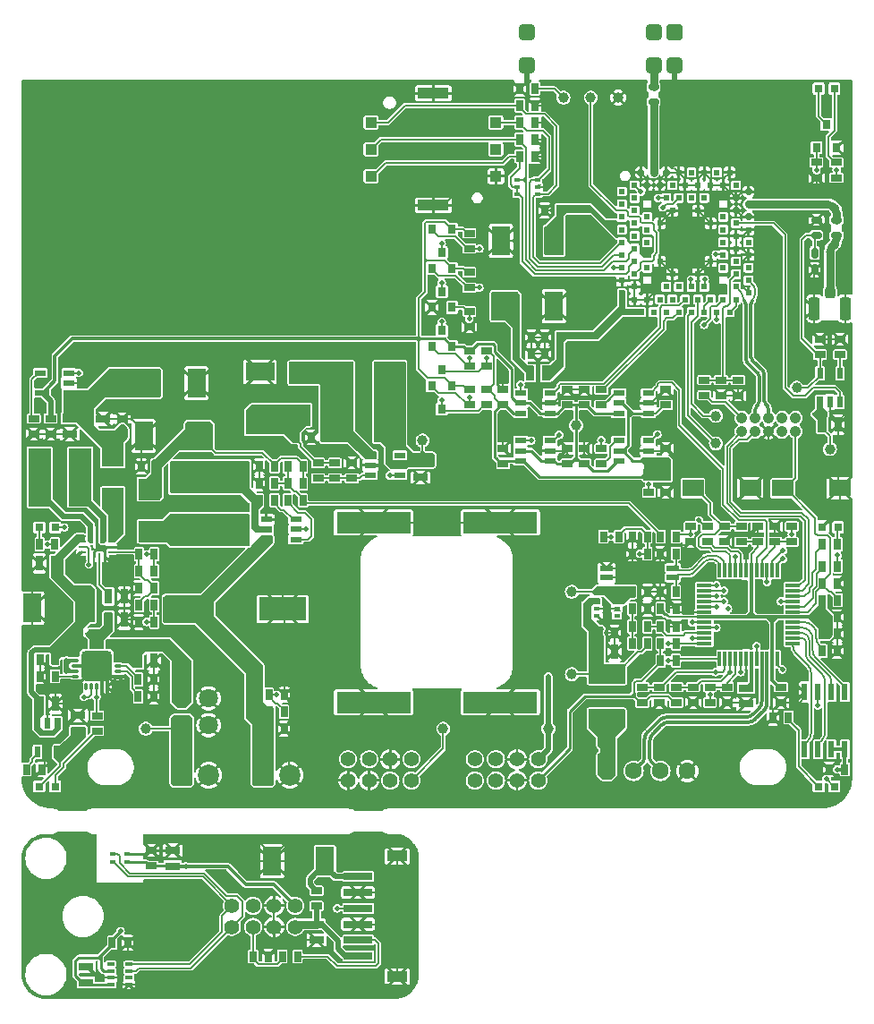
<source format=gbr>
%TF.GenerationSoftware,KiCad,Pcbnew,8.0.2*%
%TF.CreationDate,2024-05-31T14:04:31+07:00*%
%TF.ProjectId,WeatherStation,57656174-6865-4725-9374-6174696f6e2e,rev?*%
%TF.SameCoordinates,Original*%
%TF.FileFunction,Copper,L1,Top*%
%TF.FilePolarity,Positive*%
%FSLAX46Y46*%
G04 Gerber Fmt 4.6, Leading zero omitted, Abs format (unit mm)*
G04 Created by KiCad (PCBNEW 8.0.2) date 2024-05-31 14:04:31*
%MOMM*%
%LPD*%
G01*
G04 APERTURE LIST*
G04 Aperture macros list*
%AMRoundRect*
0 Rectangle with rounded corners*
0 $1 Rounding radius*
0 $2 $3 $4 $5 $6 $7 $8 $9 X,Y pos of 4 corners*
0 Add a 4 corners polygon primitive as box body*
4,1,4,$2,$3,$4,$5,$6,$7,$8,$9,$2,$3,0*
0 Add four circle primitives for the rounded corners*
1,1,$1+$1,$2,$3*
1,1,$1+$1,$4,$5*
1,1,$1+$1,$6,$7*
1,1,$1+$1,$8,$9*
0 Add four rect primitives between the rounded corners*
20,1,$1+$1,$2,$3,$4,$5,0*
20,1,$1+$1,$4,$5,$6,$7,0*
20,1,$1+$1,$6,$7,$8,$9,0*
20,1,$1+$1,$8,$9,$2,$3,0*%
G04 Aperture macros list end*
%TA.AperFunction,SMDPad,CuDef*%
%ADD10R,0.650000X1.000000*%
%TD*%
%TA.AperFunction,SMDPad,CuDef*%
%ADD11R,0.800000X0.800000*%
%TD*%
%TA.AperFunction,SMDPad,CuDef*%
%ADD12R,1.000000X0.650000*%
%TD*%
%TA.AperFunction,SMDPad,CuDef*%
%ADD13R,1.400000X0.800000*%
%TD*%
%TA.AperFunction,SMDPad,CuDef*%
%ADD14C,1.000000*%
%TD*%
%TA.AperFunction,SMDPad,CuDef*%
%ADD15R,2.000000X1.600000*%
%TD*%
%TA.AperFunction,SMDPad,CuDef*%
%ADD16R,0.600000X0.420000*%
%TD*%
%TA.AperFunction,SMDPad,CuDef*%
%ADD17RoundRect,0.162500X0.337500X-0.162500X0.337500X0.162500X-0.337500X0.162500X-0.337500X-0.162500X0*%
%TD*%
%TA.AperFunction,SMDPad,CuDef*%
%ADD18R,0.800000X0.900000*%
%TD*%
%TA.AperFunction,SMDPad,CuDef*%
%ADD19R,1.092200X0.990600*%
%TD*%
%TA.AperFunction,SMDPad,CuDef*%
%ADD20R,2.997200X0.990600*%
%TD*%
%TA.AperFunction,SMDPad,CuDef*%
%ADD21RoundRect,0.062500X0.062500X-0.237500X0.062500X0.237500X-0.062500X0.237500X-0.062500X-0.237500X0*%
%TD*%
%TA.AperFunction,SMDPad,CuDef*%
%ADD22RoundRect,0.062500X0.237500X0.062500X-0.237500X0.062500X-0.237500X-0.062500X0.237500X-0.062500X0*%
%TD*%
%TA.AperFunction,SMDPad,CuDef*%
%ADD23RoundRect,0.062500X0.062500X-0.612500X0.062500X0.612500X-0.062500X0.612500X-0.062500X-0.612500X0*%
%TD*%
%TA.AperFunction,SMDPad,CuDef*%
%ADD24RoundRect,0.062500X0.062500X-0.787500X0.062500X0.787500X-0.062500X0.787500X-0.062500X-0.787500X0*%
%TD*%
%TA.AperFunction,SMDPad,CuDef*%
%ADD25R,0.500000X0.300000*%
%TD*%
%TA.AperFunction,SMDPad,CuDef*%
%ADD26R,0.800000X1.400000*%
%TD*%
%TA.AperFunction,SMDPad,CuDef*%
%ADD27R,2.000000X2.000000*%
%TD*%
%TA.AperFunction,SMDPad,CuDef*%
%ADD28R,1.100000X0.600000*%
%TD*%
%TA.AperFunction,SMDPad,CuDef*%
%ADD29R,1.800000X2.700000*%
%TD*%
%TA.AperFunction,SMDPad,CuDef*%
%ADD30R,2.700000X0.700000*%
%TD*%
%TA.AperFunction,SMDPad,CuDef*%
%ADD31R,1.900000X1.100000*%
%TD*%
%TA.AperFunction,SMDPad,CuDef*%
%ADD32R,0.600000X1.050000*%
%TD*%
%TA.AperFunction,ComponentPad*%
%ADD33C,1.600000*%
%TD*%
%TA.AperFunction,SMDPad,CuDef*%
%ADD34R,0.600000X1.550000*%
%TD*%
%TA.AperFunction,SMDPad,CuDef*%
%ADD35R,1.200000X0.600000*%
%TD*%
%TA.AperFunction,SMDPad,CuDef*%
%ADD36RoundRect,0.381000X0.381000X0.381000X-0.381000X0.381000X-0.381000X-0.381000X0.381000X-0.381000X0*%
%TD*%
%TA.AperFunction,SMDPad,CuDef*%
%ADD37RoundRect,0.250000X0.512000X0.512000X-0.512000X0.512000X-0.512000X-0.512000X0.512000X-0.512000X0*%
%TD*%
%TA.AperFunction,SMDPad,CuDef*%
%ADD38R,0.300000X1.450000*%
%TD*%
%TA.AperFunction,SMDPad,CuDef*%
%ADD39R,1.450000X0.300000*%
%TD*%
%TA.AperFunction,SMDPad,CuDef*%
%ADD40RoundRect,0.162500X-0.337500X0.162500X-0.337500X-0.162500X0.337500X-0.162500X0.337500X0.162500X0*%
%TD*%
%TA.AperFunction,SMDPad,CuDef*%
%ADD41RoundRect,0.150000X-0.150000X-0.150000X0.150000X-0.150000X0.150000X0.150000X-0.150000X0.150000X0*%
%TD*%
%TA.AperFunction,SMDPad,CuDef*%
%ADD42R,0.600000X0.600000*%
%TD*%
%TA.AperFunction,SMDPad,CuDef*%
%ADD43R,2.700000X1.800000*%
%TD*%
%TA.AperFunction,SMDPad,CuDef*%
%ADD44R,0.700000X0.350000*%
%TD*%
%TA.AperFunction,ComponentPad*%
%ADD45C,1.400000*%
%TD*%
%TA.AperFunction,ComponentPad*%
%ADD46RoundRect,0.250000X0.650000X-0.650000X0.650000X0.650000X-0.650000X0.650000X-0.650000X-0.650000X0*%
%TD*%
%TA.AperFunction,ComponentPad*%
%ADD47C,1.800000*%
%TD*%
%TA.AperFunction,SMDPad,CuDef*%
%ADD48R,2.150000X5.500000*%
%TD*%
%TA.AperFunction,ComponentPad*%
%ADD49C,1.050000*%
%TD*%
%TA.AperFunction,SMDPad,CuDef*%
%ADD50RoundRect,0.162500X-0.162500X-0.337500X0.162500X-0.337500X0.162500X0.337500X-0.162500X0.337500X0*%
%TD*%
%TA.AperFunction,SMDPad,CuDef*%
%ADD51RoundRect,0.150000X0.250000X-0.000010X0.250000X0.000010X-0.250000X0.000010X-0.250000X-0.000010X0*%
%TD*%
%TA.AperFunction,SMDPad,CuDef*%
%ADD52RoundRect,0.150000X-0.000010X-0.250000X0.000010X-0.250000X0.000010X0.250000X-0.000010X0.250000X0*%
%TD*%
%TA.AperFunction,SMDPad,CuDef*%
%ADD53RoundRect,0.280000X-1.120000X-1.120000X1.120000X-1.120000X1.120000X1.120000X-1.120000X1.120000X0*%
%TD*%
%TA.AperFunction,SMDPad,CuDef*%
%ADD54R,4.400000X2.200000*%
%TD*%
%TA.AperFunction,ComponentPad*%
%ADD55RoundRect,0.328084X-0.671916X-0.671916X0.671916X-0.671916X0.671916X0.671916X-0.671916X0.671916X0*%
%TD*%
%TA.AperFunction,ComponentPad*%
%ADD56C,2.000000*%
%TD*%
%TA.AperFunction,SMDPad,CuDef*%
%ADD57R,7.500000X3.000000*%
%TD*%
%TA.AperFunction,SMDPad,CuDef*%
%ADD58R,3.000000X7.500000*%
%TD*%
%TA.AperFunction,SMDPad,CuDef*%
%ADD59R,7.000000X2.000000*%
%TD*%
%TA.AperFunction,SMDPad,CuDef*%
%ADD60R,1.050000X0.600000*%
%TD*%
%TA.AperFunction,SMDPad,CuDef*%
%ADD61RoundRect,0.250000X0.250000X0.275000X-0.250000X0.275000X-0.250000X-0.275000X0.250000X-0.275000X0*%
%TD*%
%TA.AperFunction,SMDPad,CuDef*%
%ADD62RoundRect,0.262500X0.262500X0.837500X-0.262500X0.837500X-0.262500X-0.837500X0.262500X-0.837500X0*%
%TD*%
%TA.AperFunction,SMDPad,CuDef*%
%ADD63R,3.400000X1.700000*%
%TD*%
%TA.AperFunction,ViaPad*%
%ADD64C,0.480000*%
%TD*%
%TA.AperFunction,Conductor*%
%ADD65C,0.160000*%
%TD*%
%TA.AperFunction,Conductor*%
%ADD66C,0.250000*%
%TD*%
%TA.AperFunction,Conductor*%
%ADD67C,0.300000*%
%TD*%
%TA.AperFunction,Conductor*%
%ADD68C,0.500000*%
%TD*%
%TA.AperFunction,Conductor*%
%ADD69C,1.000000*%
%TD*%
%TA.AperFunction,Conductor*%
%ADD70C,0.800000*%
%TD*%
%TA.AperFunction,Conductor*%
%ADD71C,0.320000*%
%TD*%
%TA.AperFunction,Conductor*%
%ADD72C,0.750000*%
%TD*%
G04 APERTURE END LIST*
D10*
%TO.P,R22,1,1*%
%TO.N,+3.3V*%
X267349901Y-84200000D03*
%TO.P,R22,2,2*%
%TO.N,/MCU/~{MCLR}*%
X268799901Y-84200000D03*
%TD*%
D11*
%TO.P,D9,A,A*%
%TO.N,/MCU/LED_SYS*%
X268499902Y-101810000D03*
%TO.P,D9,K,K*%
%TO.N,Net-(D9-PadK)*%
X266999902Y-101810000D03*
%TD*%
D12*
%TO.P,R25,1,1*%
%TO.N,+3.3V*%
X259674901Y-78674999D03*
%TO.P,R25,2,2*%
%TO.N,/MCU/~{BT_APP}*%
X259674901Y-77225001D03*
%TD*%
D13*
%TO.P,C64,1,1*%
%TO.N,VDD*%
X229325000Y-71089997D03*
%TO.P,C64,2,2*%
%TO.N,GND*%
X229325000Y-72589997D03*
%TD*%
D12*
%TO.P,C36,1,1*%
%TO.N,+3.3V*%
X261274901Y-78674999D03*
%TO.P,C36,2,2*%
%TO.N,GND*%
X261274901Y-77225001D03*
%TD*%
D14*
%TO.P,TP5,1*%
%TO.N,VBAT*%
X203324901Y-96350000D03*
%TD*%
D10*
%TO.P,R2,1,1*%
%TO.N,Net-(U1-EN)*%
X216419998Y-94750000D03*
%TO.P,R2,2,2*%
%TO.N,Net-(U1-IN)*%
X214970000Y-94750000D03*
%TD*%
D15*
%TO.P,BT2,1*%
%TO.N,/MCU/~{BT_APP}*%
X255124901Y-73600000D03*
%TO.P,BT2,2*%
%TO.N,GND*%
X260524901Y-73600000D03*
%TD*%
D16*
%TO.P,D6,1,CH1*%
%TO.N,/NB MODULE/SIM_CLK*%
X240394997Y-45760000D03*
%TO.P,D6,2,GND*%
%TO.N,GND*%
X240394996Y-45110000D03*
%TO.P,D6,3,CH2*%
%TO.N,/NB MODULE/SIM_DAT*%
X240394997Y-44460000D03*
%TO.P,D6,4,CH3*%
%TO.N,/NB MODULE/SIM_RST*%
X238494997Y-44460000D03*
%TO.P,D6,5,CH4*%
%TO.N,/NB MODULE/SIM_VCC*%
X238494998Y-45110000D03*
%TO.P,D6,6,CH5*%
X238494997Y-45760000D03*
%TD*%
D10*
%TO.P,C69,1,1*%
%TO.N,/SENSORS/VOUT*%
X213475001Y-117900001D03*
%TO.P,C69,2,2*%
%TO.N,GND1*%
X214925001Y-117900001D03*
%TD*%
D12*
%TO.P,R43,1,1*%
%TO.N,/NB MODULE/RING*%
X233944997Y-62034999D03*
%TO.P,R43,2,2*%
%TO.N,+1V8*%
X233944997Y-60585001D03*
%TD*%
D17*
%TO.P,C53,1,1*%
%TO.N,Net-(MD1-GNSS_ANT)*%
X268699902Y-48225001D03*
%TO.P,C53,2,2*%
%TO.N,Net-(ANT2-SIG)*%
X268699902Y-49674999D03*
%TD*%
D18*
%TO.P,Q3,1,G*%
%TO.N,+1V8*%
X232294997Y-60210000D03*
%TO.P,Q3,2,S*%
%TO.N,/NB MODULE/RING*%
X230394282Y-60207811D03*
%TO.P,Q3,3,D*%
%TO.N,/MCU/NB_RING*%
X231344997Y-62409999D03*
%TD*%
D19*
%TO.P,J5,C1,VCC*%
%TO.N,/NB MODULE/SIM_VCC*%
X224645001Y-44090000D03*
%TO.P,J5,C2,RST*%
%TO.N,/NB MODULE/SIM_RST*%
X224645001Y-41550000D03*
%TO.P,J5,C3,CLK*%
%TO.N,/NB MODULE/SIM_CLK*%
X224645001Y-39010000D03*
%TO.P,J5,C5,GND*%
%TO.N,GND*%
X236444997Y-44090000D03*
%TO.P,J5,C6,VPP*%
%TO.N,unconnected-(J5-VPP-PadC6)*%
X236444997Y-41550000D03*
%TO.P,J5,C7,I/O*%
%TO.N,/NB MODULE/SIM_DAT*%
X236444997Y-39010000D03*
D20*
%TO.P,J5,S1,SHIELD*%
%TO.N,GND*%
X230544999Y-36250000D03*
%TO.P,J5,S2,SHIELD*%
X230544999Y-46850000D03*
%TD*%
D10*
%TO.P,C43,1,1*%
%TO.N,/NB MODULE/SIM_RST*%
X238719997Y-40610000D03*
%TO.P,C43,2,2*%
%TO.N,GND*%
X240169997Y-40610000D03*
%TD*%
D12*
%TO.P,C35,1,1*%
%TO.N,/MCU/~{BT_APP}*%
X258074901Y-77225001D03*
%TO.P,C35,2,2*%
%TO.N,GND*%
X258074901Y-78674999D03*
%TD*%
D14*
%TO.P,TP2,1*%
%TO.N,VNB*%
X268074901Y-69900000D03*
%TD*%
D13*
%TO.P,C30,1,1*%
%TO.N,Net-(U7-VCAP)*%
X260124901Y-92500000D03*
%TO.P,C30,2,2*%
%TO.N,GND*%
X260124901Y-94000000D03*
%TD*%
D12*
%TO.P,R48,1,1*%
%TO.N,/NB MODULE/SCL_1V8*%
X233944997Y-50934999D03*
%TO.P,R48,2,2*%
%TO.N,+1V8*%
X233944997Y-49485001D03*
%TD*%
D21*
%TO.P,U2,1,PS/SYNC*%
%TO.N,/MCU/VNB_EN*%
X197949902Y-80060000D03*
%TO.P,U2,2,PG*%
%TO.N,GND*%
X198449902Y-80060000D03*
%TO.P,U2,3,VAUX*%
%TO.N,Net-(U2-VAUX)*%
X198949902Y-80060000D03*
%TO.P,U2,4,GND*%
%TO.N,GND*%
X199449902Y-80060000D03*
D22*
%TO.P,U2,5,FB*%
%TO.N,Net-(U2-FB)*%
X200099902Y-79635000D03*
%TO.P,U2,6,FB2*%
%TO.N,GND*%
X200099902Y-79135001D03*
%TO.P,U2,7,VOUT*%
%TO.N,Net-(D1-PadA)*%
X200099902Y-78635000D03*
%TO.P,U2,8,VOUT*%
X200099902Y-78135000D03*
D23*
%TO.P,U2,9,L2*%
%TO.N,Net-(U2-L2)*%
X199199902Y-78135000D03*
D24*
%TO.P,U2,10,PGND*%
%TO.N,GND*%
X198699902Y-78310000D03*
D23*
%TO.P,U2,11,L1*%
%TO.N,Net-(U2-L1)*%
X198199902Y-78135000D03*
D22*
%TO.P,U2,12,VIN*%
%TO.N,VDD*%
X197299902Y-78135000D03*
%TO.P,U2,13,VIN*%
X197299902Y-78635000D03*
%TO.P,U2,14,EN*%
%TO.N,/MCU/VNB_EN*%
X197299902Y-79135001D03*
%TO.P,U2,15,VSEL*%
%TO.N,GND*%
X197299902Y-79635000D03*
%TD*%
D25*
%TO.P,U12,1,SDA*%
%TO.N,/SENSORS/SDA1*%
X200175000Y-108200001D03*
%TO.P,U12,2,SCL*%
%TO.N,/SENSORS/SCL1*%
X200175000Y-109000001D03*
%TO.P,U12,3,VDD*%
%TO.N,VSEN1*%
X201575000Y-109000001D03*
%TO.P,U12,4,GND*%
%TO.N,GND1*%
X201575000Y-108200001D03*
%TD*%
D26*
%TO.P,C3,1,1*%
%TO.N,Net-(U2-VAUX)*%
X199774901Y-83850000D03*
%TO.P,C3,2,2*%
%TO.N,GND*%
X201274901Y-83850000D03*
%TD*%
D12*
%TO.P,C37,1,1*%
%TO.N,+3.3V*%
X263424901Y-92425001D03*
%TO.P,C37,2,2*%
%TO.N,GND*%
X263424901Y-93874999D03*
%TD*%
%TO.P,C45,1,1*%
%TO.N,Net-(MD1-USB_VBUS)*%
X259374901Y-63375001D03*
%TO.P,C45,2,2*%
%TO.N,GND*%
X259374901Y-64824999D03*
%TD*%
D18*
%TO.P,Q2,1,G*%
%TO.N,/MCU/NB_ONOFF*%
X232294997Y-56510000D03*
%TO.P,Q2,2,S*%
%TO.N,GND*%
X230394282Y-56507811D03*
%TO.P,Q2,3,D*%
%TO.N,Net-(MD1-~{ONOFF}{slash}~{WAKE})*%
X231344997Y-58709999D03*
%TD*%
D10*
%TO.P,C23,1,1*%
%TO.N,/MCU/VBAT_SEN*%
X250799900Y-79800000D03*
%TO.P,C23,2,2*%
%TO.N,GND*%
X249349902Y-79800000D03*
%TD*%
%TO.P,C1,1,1*%
%TO.N,Net-(U1-IN)*%
X214969999Y-96350000D03*
%TO.P,C1,2,2*%
%TO.N,GND*%
X216419999Y-96350000D03*
%TD*%
D13*
%TO.P,C63,1,1*%
%TO.N,VDD1*%
X219475002Y-114850000D03*
%TO.P,C63,2,2*%
%TO.N,GND1*%
X219475002Y-116350000D03*
%TD*%
D12*
%TO.P,R32,1,1*%
%TO.N,VNB*%
X268699902Y-44234999D03*
%TO.P,R32,2,2*%
%TO.N,Net-(D7-PadA)*%
X268699902Y-42785001D03*
%TD*%
D27*
%TO.P,D8,A,A*%
%TO.N,Net-(U13-SW)*%
X217925000Y-62689996D03*
%TO.P,D8,K,K*%
%TO.N,Net-(C68-Pad1)*%
X217925000Y-66689998D03*
%TD*%
D12*
%TO.P,C42,1,1*%
%TO.N,VIO*%
X237144997Y-71284999D03*
%TO.P,C42,2,2*%
%TO.N,GND*%
X237144997Y-69835001D03*
%TD*%
D18*
%TO.P,Q1,1,G*%
%TO.N,Net-(MD1-SLED)*%
X266799902Y-41410000D03*
%TO.P,Q1,2,S*%
%TO.N,GND*%
X268700617Y-41412189D03*
%TO.P,Q1,3,D*%
%TO.N,Net-(Q1-D)*%
X267749902Y-39210000D03*
%TD*%
D14*
%TO.P,TP13,1*%
%TO.N,Net-(MD1-FORCE_USB_BOOT)*%
X245444997Y-36660000D03*
%TD*%
D13*
%TO.P,C24,1,1*%
%TO.N,+3.3V*%
X196924901Y-96600000D03*
%TO.P,C24,2,2*%
%TO.N,GND*%
X196924901Y-95100000D03*
%TD*%
D12*
%TO.P,R49,1,1*%
%TO.N,/MCU/NB_VAUX_SEN*%
X264474901Y-78674999D03*
%TO.P,R49,2,2*%
%TO.N,/NB MODULE/PWRMON*%
X264474901Y-77225001D03*
%TD*%
%TO.P,R29,1,1*%
%TO.N,/MCU/NB_VBUS*%
X256174901Y-64824999D03*
%TO.P,R29,2,2*%
%TO.N,Net-(MD1-USB_VBUS)*%
X256174901Y-63375001D03*
%TD*%
%TO.P,C16,1,1*%
%TO.N,VNB*%
X201099902Y-68524999D03*
%TO.P,C16,2,2*%
%TO.N,GND*%
X201099902Y-67075001D03*
%TD*%
%TO.P,C78,1,1*%
%TO.N,VIO*%
X237144997Y-65734999D03*
%TO.P,C78,2,2*%
%TO.N,GND*%
X237144997Y-64285001D03*
%TD*%
D28*
%TO.P,U16,1,VCCA*%
%TO.N,VIO*%
X250894997Y-66510000D03*
%TO.P,U16,2,GND*%
%TO.N,GND*%
X250894996Y-65560000D03*
%TO.P,U16,3,A*%
%TO.N,/MCU/NB_ARXD*%
X250894997Y-64610000D03*
%TO.P,U16,4,B*%
%TO.N,Net-(U16-B)*%
X248094997Y-64610000D03*
%TO.P,U16,5,DIR*%
%TO.N,VIO*%
X248094998Y-65560000D03*
%TO.P,U16,6,VCCB*%
%TO.N,+1V8*%
X248094997Y-66510000D03*
%TD*%
D10*
%TO.P,R11,1,1*%
%TO.N,+5V*%
X218199900Y-73150000D03*
%TO.P,R11,2,2*%
%TO.N,Net-(C11-Pad2)*%
X216749902Y-73150000D03*
%TD*%
D14*
%TO.P,TP3,1*%
%TO.N,+5V*%
X243655000Y-83400000D03*
%TD*%
D10*
%TO.P,C44,1,1*%
%TO.N,GND*%
X240169996Y-42210000D03*
%TO.P,C44,2,2*%
%TO.N,/NB MODULE/SIM_VCC*%
X238719998Y-42210000D03*
%TD*%
D16*
%TO.P,U3,1,VIN*%
%TO.N,Net-(U3-VIN)*%
X246005000Y-84350000D03*
%TO.P,U3,2,GND*%
%TO.N,GND*%
X246005001Y-85000000D03*
%TO.P,U3,3,~{CE}*%
X246005000Y-85650000D03*
%TO.P,U3,4,N/C*%
%TO.N,unconnected-(U3-N{slash}C-Pad4)*%
X247905000Y-85650000D03*
%TO.P,U3,5,ST*%
%TO.N,GND*%
X247904999Y-85000000D03*
%TO.P,U3,6,VOUT*%
%TO.N,+5V*%
X247905000Y-84350000D03*
%TD*%
D10*
%TO.P,C8,1,1*%
%TO.N,Net-(U1-SW)*%
X214049902Y-74750000D03*
%TO.P,C8,2,2*%
%TO.N,Net-(U1-BS)*%
X215499900Y-74750000D03*
%TD*%
D12*
%TO.P,R34,1,1*%
%TO.N,Net-(C68-Pad1)*%
X221225000Y-71214998D03*
%TO.P,R34,2,2*%
%TO.N,Net-(U13-FB)*%
X221225000Y-72664996D03*
%TD*%
D26*
%TO.P,FT1,1,1*%
%TO.N,Net-(MD1-VBATT)*%
X241194997Y-62710000D03*
%TO.P,FT1,2,2*%
%TO.N,VNB*%
X239694997Y-62710000D03*
%TD*%
D29*
%TO.P,C65,+,+*%
%TO.N,Net-(U11-VLED)*%
X220275002Y-108900000D03*
%TO.P,C65,-,-*%
%TO.N,GND1*%
X215275002Y-108900000D03*
%TD*%
D12*
%TO.P,C84,1,1*%
%TO.N,/MCU/NB_VAUX_SEN*%
X262874901Y-78674999D03*
%TO.P,C84,2,2*%
%TO.N,GND*%
X262874901Y-77225001D03*
%TD*%
D13*
%TO.P,C80,1,1*%
%TO.N,GND*%
X196124901Y-68500000D03*
%TO.P,C80,2,2*%
%TO.N,VNB*%
X196124901Y-67000000D03*
%TD*%
D14*
%TO.P,TP11,1*%
%TO.N,Net-(MD1-TXD1)*%
X257284901Y-66765000D03*
%TD*%
D12*
%TO.P,R31,1,1*%
%TO.N,/NB MODULE/TXD0*%
X246444997Y-69835001D03*
%TO.P,R31,2,2*%
%TO.N,Net-(U8-B)*%
X246444997Y-71284999D03*
%TD*%
%TO.P,C66,1,1*%
%TO.N,VSEN1*%
X203875000Y-109324999D03*
%TO.P,C66,2,2*%
%TO.N,GND1*%
X203875000Y-107875001D03*
%TD*%
D10*
%TO.P,R36,1,1*%
%TO.N,/SENSORS/VOUT*%
X216250001Y-117900001D03*
%TO.P,R36,2,2*%
%TO.N,Net-(U11-VOUT)*%
X217700001Y-117900001D03*
%TD*%
D29*
%TO.P,C19,+,+*%
%TO.N,VNB*%
X203124901Y-63650000D03*
%TO.P,C19,-,-*%
%TO.N,GND*%
X208124901Y-63650000D03*
%TD*%
D10*
%TO.P,R6,1,1*%
%TO.N,/MCU/VBUS_SEN*%
X250799900Y-86700000D03*
%TO.P,R6,2,2*%
%TO.N,Net-(R4-Pad1)*%
X249349902Y-86700000D03*
%TD*%
%TO.P,C31,1,1*%
%TO.N,GND*%
X268799900Y-87400000D03*
%TO.P,C31,2,2*%
%TO.N,+3.3V*%
X267349902Y-87400000D03*
%TD*%
%TO.P,R26,1,1*%
%TO.N,/MCU/LED_APP*%
X267349901Y-78900000D03*
%TO.P,R26,2,2*%
%TO.N,Net-(D5-PadA)*%
X268799901Y-78900000D03*
%TD*%
%TO.P,R50,1,1*%
%TO.N,Net-(D9-PadK)*%
X264149900Y-95300000D03*
%TO.P,R50,2,2*%
%TO.N,GND*%
X262699902Y-95300000D03*
%TD*%
%TO.P,C32,1,1*%
%TO.N,/MCU/~{MCLR}*%
X267349901Y-82600000D03*
%TO.P,C32,2,2*%
%TO.N,GND*%
X268799901Y-82600000D03*
%TD*%
D18*
%TO.P,Q4,1,G*%
%TO.N,+1V8*%
X232294997Y-63910000D03*
%TO.P,Q4,2,S*%
%TO.N,/NB MODULE/DTR*%
X230394282Y-63907811D03*
%TO.P,Q4,3,D*%
%TO.N,/MCU/NB_DTR*%
X231344997Y-66109999D03*
%TD*%
D10*
%TO.P,C54,1,1*%
%TO.N,VNB*%
X238369998Y-60910000D03*
%TO.P,C54,2,2*%
%TO.N,GND*%
X239819996Y-60910000D03*
%TD*%
%TO.P,C13,1,1*%
%TO.N,/MCU/VNB_SEN*%
X204124901Y-86250000D03*
%TO.P,C13,2,2*%
%TO.N,GND*%
X202674903Y-86250000D03*
%TD*%
%TO.P,R15,1,1*%
%TO.N,Net-(U4-STAT2)*%
X194724901Y-78910000D03*
%TO.P,R15,2,2*%
%TO.N,Net-(D4-PadK)*%
X193274903Y-78910000D03*
%TD*%
%TO.P,R4,1,1*%
%TO.N,Net-(R4-Pad1)*%
X249349901Y-85000000D03*
%TO.P,R4,2,2*%
%TO.N,GND*%
X250799901Y-85000000D03*
%TD*%
D30*
%TO.P,U11,1,VLED*%
%TO.N,Net-(U11-VLED)*%
X223425002Y-110350000D03*
%TO.P,U11,2,LED_GND*%
%TO.N,GND1*%
X223425002Y-111850000D03*
%TO.P,U11,3,~{LED_EN}*%
%TO.N,/SENSORS/~{LED_EN}*%
X223425002Y-113350000D03*
%TO.P,U11,4,GND*%
%TO.N,GND1*%
X223425002Y-114850000D03*
%TO.P,U11,5,VOUT*%
%TO.N,Net-(U11-VOUT)*%
X223425002Y-116350000D03*
%TO.P,U11,6,VCC*%
%TO.N,VDD1*%
X223425002Y-117850000D03*
D31*
%TO.P,U11,7,EP*%
%TO.N,GND1*%
X227125002Y-119800000D03*
%TO.P,U11,8,EP*%
X227125002Y-108400000D03*
%TD*%
D26*
%TO.P,C62,1,1*%
%TO.N,GND*%
X268824901Y-67600000D03*
%TO.P,C62,2,2*%
%TO.N,VNB*%
X267324901Y-67600000D03*
%TD*%
D10*
%TO.P,C27,1,1*%
%TO.N,+3.3V*%
X269479901Y-100200000D03*
%TO.P,C27,2,2*%
%TO.N,GND*%
X268029903Y-100200000D03*
%TD*%
%TO.P,R24,1,1*%
%TO.N,/MCU/SDA*%
X253499900Y-89900000D03*
%TO.P,R24,2,2*%
%TO.N,+3.3V*%
X252049902Y-89900000D03*
%TD*%
D18*
%TO.P,Q5,1,G*%
%TO.N,+1V8*%
X232294997Y-49110000D03*
%TO.P,Q5,2,S*%
%TO.N,/NB MODULE/SCL_1V8*%
X230394282Y-49107811D03*
%TO.P,Q5,3,D*%
%TO.N,/MCU/SCL*%
X231344997Y-51309999D03*
%TD*%
D32*
%TO.P,U5,1,VIN*%
%TO.N,VDD*%
X194974901Y-95850000D03*
%TO.P,U5,2,GND*%
%TO.N,GND*%
X194024901Y-95850000D03*
%TO.P,U5,3,EN*%
%TO.N,VDD*%
X193074901Y-95850000D03*
%TO.P,U5,4,NC/BP*%
%TO.N,Net-(U5-NC{slash}BP)*%
X193074901Y-98550000D03*
%TO.P,U5,5,VOUT*%
%TO.N,+3.3V*%
X194974901Y-98550000D03*
%TD*%
D12*
%TO.P,C76,1,1*%
%TO.N,+1V8*%
X243244997Y-65734999D03*
%TO.P,C76,2,2*%
%TO.N,GND*%
X243244997Y-64285001D03*
%TD*%
D10*
%TO.P,R7,1,1*%
%TO.N,Net-(C11-Pad2)*%
X218199900Y-74750000D03*
%TO.P,R7,2,2*%
%TO.N,Net-(U1-FB)*%
X216749902Y-74750000D03*
%TD*%
D33*
%TO.P,J1,1,1*%
%TO.N,GND*%
X254575000Y-100350000D03*
%TO.P,J1,2,2*%
%TO.N,/MCU/USB_P*%
X252035001Y-100350000D03*
%TO.P,J1,3,3*%
%TO.N,/MCU/USB_N*%
X249494999Y-100350000D03*
%TO.P,J1,4,4*%
%TO.N,Net-(F1-Pad1)*%
X246955000Y-100350000D03*
%TD*%
D28*
%TO.P,U8,1,VCCA*%
%TO.N,VIO*%
X250894997Y-71010000D03*
%TO.P,U8,2,GND*%
%TO.N,GND*%
X250894996Y-70060000D03*
%TO.P,U8,3,A*%
%TO.N,/MCU/NB_RXD*%
X250894997Y-69110000D03*
%TO.P,U8,4,B*%
%TO.N,Net-(U8-B)*%
X248094997Y-69110000D03*
%TO.P,U8,5,DIR*%
%TO.N,VIO*%
X248094998Y-70060000D03*
%TO.P,U8,6,VCCB*%
%TO.N,+1V8*%
X248094997Y-71010000D03*
%TD*%
D12*
%TO.P,C41,1,1*%
%TO.N,VIO*%
X252544997Y-71284999D03*
%TO.P,C41,2,2*%
%TO.N,GND*%
X252544997Y-69835001D03*
%TD*%
D34*
%TO.P,U6,1,~{CE}*%
%TO.N,/MCU/~{FLASH_CS}*%
X269479901Y-92900000D03*
%TO.P,U6,2,SO*%
%TO.N,/MCU/SDI*%
X268209901Y-92900000D03*
%TO.P,U6,3,~{WP}*%
%TO.N,+3.3V*%
X266946303Y-92903823D03*
%TO.P,U6,4,GND*%
%TO.N,GND*%
X265669901Y-92900000D03*
%TO.P,U6,5,SI*%
%TO.N,/MCU/SDO*%
X265669901Y-98300000D03*
%TO.P,U6,6,SCK*%
%TO.N,/MCU/SCLK*%
X266939901Y-98300000D03*
%TO.P,U6,7,~{HOLD}*%
%TO.N,+3.3V*%
X268209901Y-98300000D03*
%TO.P,U6,8,VDD*%
X269479901Y-98300000D03*
%TD*%
D35*
%TO.P,X1,1,X1*%
%TO.N,/MCU/SOSCI*%
X253224900Y-81150000D03*
%TO.P,X1,2,GND1*%
%TO.N,GND*%
X246924902Y-81150000D03*
%TO.P,X1,3,GND2*%
X246924902Y-82050000D03*
%TO.P,X1,4,X2*%
%TO.N,/MCU/SOSCO*%
X253224900Y-82050000D03*
%TD*%
D12*
%TO.P,R1,1,1*%
%TO.N,/MCU/VSOLAR_SEN*%
X256724901Y-92425001D03*
%TO.P,R1,2,2*%
%TO.N,Net-(U1-EN)*%
X256724901Y-93874999D03*
%TD*%
D10*
%TO.P,C51,1,1*%
%TO.N,/NB MODULE/PWRMON*%
X240169996Y-35810000D03*
%TO.P,C51,2,2*%
%TO.N,GND*%
X238719998Y-35810000D03*
%TD*%
D14*
%TO.P,TP6,1*%
%TO.N,GND*%
X248044997Y-36660000D03*
%TD*%
D12*
%TO.P,R38,1,1*%
%TO.N,+3.3V*%
X250324901Y-93874999D03*
%TO.P,R38,2,2*%
%TO.N,/MCU/~{RNF_PULSE}*%
X250324901Y-92425001D03*
%TD*%
%TO.P,R46,1,1*%
%TO.N,/MCU/NB_DTR*%
X235544997Y-65734999D03*
%TO.P,R46,2,2*%
%TO.N,VIO*%
X235544997Y-64285001D03*
%TD*%
D36*
%TO.P,ANT1,1,GND*%
%TO.N,GND*%
X253374901Y-33600000D03*
%TO.P,ANT1,2,SIG*%
%TO.N,Net-(ANT1-SIG)*%
X251374901Y-33600000D03*
%TO.P,ANT1,3,GND*%
%TO.N,GND*%
X239374901Y-33600000D03*
D37*
%TO.P,ANT1,4*%
%TO.N,N/C*%
X253374901Y-30500000D03*
D36*
%TO.P,ANT1,5*%
X251374901Y-30500000D03*
%TO.P,ANT1,6*%
X239374901Y-30500000D03*
%TD*%
D10*
%TO.P,C33,1,1*%
%TO.N,+3.3V*%
X267349901Y-85800000D03*
%TO.P,C33,2,2*%
%TO.N,GND*%
X268799901Y-85800000D03*
%TD*%
%TO.P,R5,1,1*%
%TO.N,Net-(R4-Pad1)*%
X249349902Y-88300000D03*
%TO.P,R5,2,2*%
%TO.N,Net-(U3-VIN)*%
X250799900Y-88300000D03*
%TD*%
D27*
%TO.P,D2,A,A*%
%TO.N,Net-(D2-PadA)*%
X203624901Y-77700001D03*
%TO.P,D2,K,K*%
%TO.N,+5V*%
X203624901Y-73699999D03*
%TD*%
D10*
%TO.P,R28,1,1*%
%TO.N,Net-(U9-B)*%
X268799900Y-81000000D03*
%TO.P,R28,2,2*%
%TO.N,/MCU/NB_TXD*%
X267349902Y-81000000D03*
%TD*%
D13*
%TO.P,C67,1,1*%
%TO.N,VSEN1*%
X205875000Y-109350000D03*
%TO.P,C67,2,2*%
%TO.N,GND1*%
X205875000Y-107850000D03*
%TD*%
D38*
%TO.P,U7,1,TMS/RP14/SDA1/OCM1B/INT2/RB9*%
%TO.N,/MCU/SDA*%
X257624901Y-89750000D03*
%TO.P,U7,2,RP23/RC6*%
%TO.N,/MCU/~{RNF_PULSE}*%
X258124901Y-89750000D03*
%TO.P,U7,3,RP20/RC7*%
%TO.N,/MCU/~{WSP_PULSE}*%
X258624902Y-89750000D03*
%TO.P,U7,4,AN14/LVDLN/C2INC/RC8*%
%TO.N,/MCU/VSOLAR_SEN*%
X259124901Y-89750000D03*
%TO.P,U7,5,PGEC3/TDO/RP18/ASCL1/USBOEN/RC9*%
%TO.N,/MCU/~{DUST_IREN}*%
X259624900Y-89750000D03*
%TO.P,U7,6,VSS*%
%TO.N,GND*%
X260124901Y-89750000D03*
%TO.P,U7,7,VCAP*%
%TO.N,Net-(U7-VCAP)*%
X260624901Y-89750000D03*
%TO.P,U7,8,RTCC/RA15*%
%TO.N,/MCU/LED_SYS*%
X261124902Y-89750000D03*
%TO.P,U7,9,D-/RB10*%
%TO.N,/MCU/USB_N*%
X261624901Y-89750000D03*
%TO.P,U7,10,D+/RB11*%
%TO.N,/MCU/USB_P*%
X262124900Y-89750000D03*
%TO.P,U7,11,VUSB3V3*%
%TO.N,+3.3V*%
X262624901Y-89750000D03*
%TO.P,U7,12,AN8/RP15/SCL3/RB13*%
%TO.N,/MCU/DUST_SEN*%
X263124901Y-89750000D03*
D39*
%TO.P,U7,13,RP22/SCK3/RA10*%
%TO.N,/MCU/SDO*%
X264574901Y-88300000D03*
%TO.P,U7,14,RP21/SDI3/RA7*%
%TO.N,/MCU/SCLK*%
X264574901Y-87800000D03*
%TO.P,U7,15,CVREF/AN9/C3INB/RP16/VBUSON/INT1/RB14*%
%TO.N,/MCU/SDI*%
X264574901Y-87299999D03*
%TO.P,U7,16,AN10/C3INA/REFCLKO/RP17/SS1/FSYNC1/INT0/RB15*%
%TO.N,/MCU/~{FLASH_CS}*%
X264574901Y-86800000D03*
%TO.P,U7,17,AVSS/VSS*%
%TO.N,Net-(U7-AVSS{slash}VSS)*%
X264574901Y-86300001D03*
%TO.P,U7,18,AVDD/VDD*%
%TO.N,+3.3V*%
X264574901Y-85800000D03*
%TO.P,U7,19,~{MCLR}*%
%TO.N,/MCU/~{MCLR}*%
X264574901Y-85300000D03*
%TO.P,U7,20,AN19/U1RX/RA6*%
%TO.N,/MCU/NB_TXD*%
X264574901Y-84799999D03*
%TO.P,U7,21,PGEC2/VREF+/CVREF+/AN0/RP1/RA0*%
%TO.N,/MCU/VNB_EN*%
X264574901Y-84300000D03*
%TO.P,U7,22,PGED2/VREF-/AN1/RP2/OCM1F/RA1*%
%TO.N,/MCU/LED_APP*%
X264574901Y-83800001D03*
%TO.P,U7,23,PGED1/AN2/C1IND/C2INB/C3INC/RP6/RB0*%
%TO.N,/MCU/PGD*%
X264574901Y-83300000D03*
%TO.P,U7,24,PGEC1/AN3/C1INC/C2INA/RP7/OCM2D/RB1*%
%TO.N,/MCU/PGC*%
X264574901Y-82800000D03*
D38*
%TO.P,U7,25,AN4/C1INB/RP8/SDA2/OCM2E/RB2*%
%TO.N,/MCU/DBG_RXD*%
X263124901Y-81350000D03*
%TO.P,U7,26,TDI/AN11/C1INA/RP9/SCL2/OCM2F/RB3*%
%TO.N,/MCU/DBG_TXD*%
X262624901Y-81350000D03*
%TO.P,U7,27,AN12/C2IND/T2CK/T2G/RC0*%
%TO.N,/MCU/VBAT_SEN*%
X262124900Y-81350000D03*
%TO.P,U7,28,AN13/T3CK/T3G/RC1*%
%TO.N,/MCU/NB_VAUX_SEN*%
X261624901Y-81350000D03*
%TO.P,U7,29,RP19/OCM2A/RC2*%
%TO.N,/MCU/NB_ARXD*%
X261124902Y-81350000D03*
%TO.P,U7,30,VDD*%
%TO.N,+3.3V*%
X260624901Y-81350000D03*
%TO.P,U7,31,VSS*%
%TO.N,GND*%
X260124901Y-81350000D03*
%TO.P,U7,32,OSC1/CLKI/AN5/RP3/OCM1C/RA2*%
%TO.N,/MCU/NB_ATXD*%
X259624900Y-81350000D03*
%TO.P,U7,33,OSC2/CLKO/AN6/C3IND/RP4/RA3*%
%TO.N,/MCU/V5V_SEN*%
X259124901Y-81350000D03*
%TO.P,U7,34,SDO3/RA8*%
%TO.N,/MCU/~{BT_APP}*%
X258624902Y-81350000D03*
%TO.P,U7,35,SOSCI/AN7/RP10/OCM3C/RB4*%
%TO.N,/MCU/SOSCI*%
X258124901Y-81350000D03*
%TO.P,U7,36,SOSCO/SCLKI/RP5/PWRLCLK/OCM3D/RA4*%
%TO.N,/MCU/SOSCO*%
X257624901Y-81350000D03*
D39*
%TO.P,U7,37,RP24/OCM3A/RA9*%
%TO.N,/MCU/NB_ONOFF*%
X256174901Y-82800000D03*
%TO.P,U7,38,REFCLKI/T1CK/T1G/U1RTS/U1BCLK/SDO1/RD0*%
%TO.N,/MCU/NB_RING*%
X256174901Y-83300000D03*
%TO.P,U7,39,OCM2B/RC3*%
%TO.N,/MCU/NB_DTR*%
X256174901Y-83800001D03*
%TO.P,U7,40,OCM1E/INT3/RC4*%
%TO.N,/MCU/DUST_EN*%
X256174901Y-84300000D03*
%TO.P,U7,41,AN15/OCM1D/RC5*%
%TO.N,/MCU/VNB_SEN*%
X256174901Y-84799999D03*
%TO.P,U7,42,VSS*%
%TO.N,GND*%
X256174901Y-85300000D03*
%TO.P,U7,43,VDD*%
%TO.N,+3.3V*%
X256174901Y-85800000D03*
%TO.P,U7,44,U1TX/RC12*%
%TO.N,/MCU/NB_RXD*%
X256174901Y-86300001D03*
%TO.P,U7,45,PGED3/RP11/ASDA1/USBID*%
%TO.N,/MCU/VIO_EN*%
X256174901Y-86800000D03*
%TO.P,U7,46,VBUS/RB6*%
%TO.N,/MCU/VBUS_SEN*%
X256174901Y-87299999D03*
%TO.P,U7,47,RP12/SDA3/OCM3F/RB7*%
%TO.N,/MCU/~{VBAT_LOW}*%
X256174901Y-87800000D03*
%TO.P,U7,48,TCK/RP13/SCL1/U1CTS/SCK1/OCM1A/RB8*%
%TO.N,/MCU/SCL*%
X256174901Y-88300000D03*
%TD*%
D29*
%TO.P,C57,+,+*%
%TO.N,VNB*%
X236944997Y-56400000D03*
%TO.P,C57,-,-*%
%TO.N,GND*%
X241944997Y-56400000D03*
%TD*%
D12*
%TO.P,C60,1,1*%
%TO.N,GND*%
X267124901Y-59525001D03*
%TO.P,C60,2,2*%
%TO.N,VLNA*%
X267124901Y-60974999D03*
%TD*%
D40*
%TO.P,C59,1,1*%
%TO.N,VLNA*%
X266799902Y-49674999D03*
%TO.P,C59,2,2*%
%TO.N,GND*%
X266799902Y-48225001D03*
%TD*%
D41*
%TO.P,MD1,A3,GND*%
%TO.N,GND*%
X250174901Y-43750000D03*
%TO.P,MD1,A5,CELL_ANT*%
%TO.N,Net-(MD1-CELL_ANT)*%
X251374901Y-43750000D03*
%TO.P,MD1,A7,GND*%
%TO.N,GND*%
X252574901Y-43750000D03*
D42*
%TO.P,MD1,A9,GND*%
X253774901Y-43750000D03*
%TO.P,MD1,A11,RFU*%
%TO.N,unconnected-(MD1-RFU-PadA11)*%
X254974901Y-43750000D03*
%TO.P,MD1,A13,GND*%
%TO.N,GND*%
X256174901Y-43750000D03*
%TO.P,MD1,A15,RFU*%
%TO.N,unconnected-(MD1-RFU-PadA15)*%
X257374901Y-43750000D03*
%TO.P,MD1,A17,GND*%
%TO.N,GND*%
X258574901Y-43750000D03*
%TO.P,MD1,AA3,VBATT*%
%TO.N,Net-(MD1-VBATT)*%
X250175901Y-56954000D03*
%TO.P,MD1,AA5,SPI_MOSI*%
%TO.N,unconnected-(MD1-SPI_MOSI-PadAA5)*%
X251374901Y-56950000D03*
%TO.P,MD1,AA7,SPI_CLK*%
%TO.N,unconnected-(MD1-SPI_CLK-PadAA7)*%
X252574901Y-56950000D03*
%TO.P,MD1,AA9,RX_AUX*%
%TO.N,/NB MODULE/ARXD*%
X253774901Y-56950000D03*
%TO.P,MD1,AA11,RXD1*%
%TO.N,Net-(MD1-RXD1)*%
X254974901Y-56950000D03*
%TO.P,MD1,AA13,RTS1*%
%TO.N,Net-(MD1-CTS1)*%
X256174901Y-56950000D03*
%TO.P,MD1,AA15,RXD0*%
%TO.N,/NB MODULE/RXD0*%
X257374901Y-56950000D03*
%TO.P,MD1,AA17,CTS0*%
%TO.N,Net-(MD1-CTS0)*%
X258574901Y-56950000D03*
%TO.P,MD1,B2,SLED*%
%TO.N,Net-(MD1-SLED)*%
X249574901Y-44950000D03*
D41*
%TO.P,MD1,B4,GND*%
%TO.N,GND*%
X250774901Y-44950000D03*
%TO.P,MD1,B6,GND*%
X251974901Y-44950000D03*
D42*
%TO.P,MD1,B8,RFU*%
%TO.N,unconnected-(MD1-RFU-PadB8)*%
X253174901Y-44950000D03*
%TO.P,MD1,B10,GND*%
%TO.N,GND*%
X254374901Y-44950000D03*
%TO.P,MD1,B12,GND*%
X255574901Y-44950000D03*
%TO.P,MD1,B14,GND*%
X256774901Y-44950000D03*
%TO.P,MD1,B16,GND*%
X257974901Y-44950000D03*
%TO.P,MD1,B18,ADC*%
%TO.N,unconnected-(MD1-ADC-PadB18)*%
X259174901Y-44950000D03*
%TO.P,MD1,C1,DVI_WA0*%
%TO.N,unconnected-(MD1-DVI_WA0-PadC1)*%
X248374901Y-45550000D03*
D41*
%TO.P,MD1,C19,GND*%
%TO.N,GND*%
X260374901Y-45550000D03*
D42*
%TO.P,MD1,D2,DVI_RX*%
%TO.N,unconnected-(MD1-DVI_RX-PadD2)*%
X249574901Y-46150000D03*
%TO.P,MD1,D7,IO3/SIMIN*%
%TO.N,/NB MODULE/SCL_1V8*%
X252574901Y-46150000D03*
%TO.P,MD1,D9,IO4/SIMIN*%
%TO.N,/NB MODULE/SDA_1V8*%
X253774901Y-46150000D03*
%TO.P,MD1,D11,IO5/DTR*%
%TO.N,unconnected-(MD1-IO5{slash}DTR-PadD11)*%
X254974901Y-46150000D03*
%TO.P,MD1,D13,IO6*%
%TO.N,unconnected-(MD1-IO6-PadD13)*%
X256174901Y-46150000D03*
D41*
%TO.P,MD1,D18,GND*%
%TO.N,GND*%
X259174901Y-46150000D03*
D42*
%TO.P,MD1,E1,DVI_TX*%
%TO.N,unconnected-(MD1-DVI_TX-PadE1)*%
X248374901Y-46750000D03*
D41*
%TO.P,MD1,E19,GNSS_ANT*%
%TO.N,Net-(MD1-GNSS_ANT)*%
X260374901Y-46750000D03*
D42*
%TO.P,MD1,F2,DVI_CLK*%
%TO.N,unconnected-(MD1-DVI_CLK-PadF2)*%
X249574901Y-47350000D03*
%TO.P,MD1,F8,GND*%
%TO.N,GND*%
X253174901Y-47350000D03*
%TO.P,MD1,F12,GND*%
X255574901Y-47350000D03*
D41*
%TO.P,MD1,F18,GND*%
X259174901Y-47350000D03*
D42*
%TO.P,MD1,G1,ATC1/MIPI_CLK*%
%TO.N,unconnected-(MD1-ATC1{slash}MIPI_CLK-PadG1)*%
X248374901Y-47950000D03*
%TO.P,MD1,G4,RFU*%
%TO.N,unconnected-(MD1-RFU-PadG4)*%
X250774901Y-47950000D03*
%TO.P,MD1,G16,GNSS_PPS*%
%TO.N,unconnected-(MD1-GNSS_PPS-PadG16)*%
X257974901Y-47950000D03*
D41*
%TO.P,MD1,G19,GND*%
%TO.N,GND*%
X260374901Y-47950000D03*
D42*
%TO.P,MD1,H2,ATV*%
%TO.N,unconnected-(MD1-ATV-PadH2)*%
X249574901Y-48550000D03*
%TO.P,MD1,H6,GND*%
%TO.N,GND*%
X251974901Y-48550000D03*
%TO.P,MD1,H14,GND*%
X256774901Y-48550000D03*
%TO.P,MD1,H18,GNSS_LNA_EN*%
%TO.N,/NB MODULE/GPS_LNA_ENA*%
X259174901Y-48550000D03*
%TO.P,MD1,J1,ATC2/MIPI_DATA*%
%TO.N,unconnected-(MD1-ATC2{slash}MIPI_DATA-PadJ1)*%
X248374901Y-49150000D03*
%TO.P,MD1,J4,RFU*%
%TO.N,unconnected-(MD1-RFU-PadJ4)*%
X250774901Y-49150000D03*
%TO.P,MD1,J16,RFU*%
%TO.N,unconnected-(MD1-RFU-PadJ16)*%
X257974901Y-49150000D03*
%TO.P,MD1,J19,GND*%
%TO.N,GND*%
X260374901Y-49150000D03*
%TO.P,MD1,K2,RFU*%
%TO.N,unconnected-(MD1-RFU-PadK2)*%
X249574901Y-49750000D03*
%TO.P,MD1,K18,GND*%
%TO.N,GND*%
X259174901Y-49750000D03*
%TO.P,MD1,L1,SIM_CLK*%
%TO.N,/NB MODULE/SIM_CLK*%
X248374901Y-50350000D03*
%TO.P,MD1,L4,RFU*%
%TO.N,unconnected-(MD1-RFU-PadL4)*%
X250774901Y-50350000D03*
%TO.P,MD1,L16,RFU*%
%TO.N,unconnected-(MD1-RFU-PadL16)*%
X257974901Y-50350000D03*
%TO.P,MD1,L19,RFU*%
%TO.N,unconnected-(MD1-RFU-PadL19)*%
X260374901Y-50350000D03*
%TO.P,MD1,M2,SIM_RST*%
%TO.N,/NB MODULE/SIM_RST*%
X249574901Y-50950000D03*
%TO.P,MD1,M18,GND*%
%TO.N,GND*%
X259174901Y-50950000D03*
%TO.P,MD1,N1,SIM_DAT*%
%TO.N,/NB MODULE/SIM_DAT*%
X248374901Y-51550000D03*
%TO.P,MD1,N4,CTANK*%
%TO.N,Net-(MD1-CTANK)*%
X250774901Y-51550000D03*
%TO.P,MD1,N16,~{ONOFF}/~{WAKE}*%
%TO.N,Net-(MD1-~{ONOFF}{slash}~{WAKE})*%
X257974901Y-51550000D03*
%TO.P,MD1,N19,GND*%
%TO.N,GND*%
X260374901Y-51550000D03*
%TO.P,MD1,P2,SIM_VCC*%
%TO.N,/NB MODULE/SIM_VCC*%
X249574901Y-52150000D03*
%TO.P,MD1,P6,GND*%
%TO.N,GND*%
X251974901Y-52150000D03*
%TO.P,MD1,P14,GND*%
X256774901Y-52150000D03*
%TO.P,MD1,P18,RFU*%
%TO.N,unconnected-(MD1-RFU-PadP18)*%
X259174901Y-52150000D03*
%TO.P,MD1,R1,PWRMON*%
%TO.N,/NB MODULE/PWRMON*%
X248374901Y-52750000D03*
%TO.P,MD1,R4,RFU*%
%TO.N,unconnected-(MD1-RFU-PadR4)*%
X250774901Y-52750000D03*
%TO.P,MD1,R16,DAC*%
%TO.N,unconnected-(MD1-DAC-PadR16)*%
X257974901Y-52750000D03*
%TO.P,MD1,R19,RFU*%
%TO.N,unconnected-(MD1-RFU-PadR19)*%
X260374901Y-52750000D03*
%TO.P,MD1,T2,FORCE_USB_BOOT*%
%TO.N,Net-(MD1-FORCE_USB_BOOT)*%
X249574901Y-53350000D03*
%TO.P,MD1,T8,GND*%
%TO.N,GND*%
X253174901Y-53350000D03*
%TO.P,MD1,T12,GND*%
X255574901Y-53350000D03*
%TO.P,MD1,T18,USB_VBUS*%
%TO.N,Net-(MD1-USB_VBUS)*%
X259174901Y-53350000D03*
%TO.P,MD1,U1,GND*%
%TO.N,GND*%
X248374901Y-53950000D03*
%TO.P,MD1,U19,USB_D+*%
%TO.N,/MCU/NB_USB_P*%
X260374901Y-53950000D03*
%TO.P,MD1,V2,GND*%
%TO.N,GND*%
X249574901Y-54550000D03*
%TO.P,MD1,V7,RFU*%
%TO.N,unconnected-(MD1-RFU-PadV7)*%
X252574901Y-54550000D03*
%TO.P,MD1,V9,RFU*%
%TO.N,unconnected-(MD1-RFU-PadV9)*%
X253774901Y-54550000D03*
%TO.P,MD1,V11,IO1/DTR/SIMIN*%
%TO.N,/NB MODULE/DTR*%
X254974901Y-54550000D03*
%TO.P,MD1,V13,IO2/RING/SIMIN*%
%TO.N,/NB MODULE/RING*%
X256174901Y-54550000D03*
%TO.P,MD1,V18,USB_D-*%
%TO.N,/MCU/NB_USB_N*%
X259174901Y-54550000D03*
%TO.P,MD1,W1,VBATT_PA*%
%TO.N,Net-(MD1-VBATT)*%
X248374901Y-55150000D03*
%TO.P,MD1,W19,GND*%
%TO.N,GND*%
X260374901Y-55150000D03*
%TO.P,MD1,Y2,GND*%
X249574901Y-55750000D03*
%TO.P,MD1,Y4,GND*%
X250774901Y-55750000D03*
%TO.P,MD1,Y6,SPI_CS*%
%TO.N,unconnected-(MD1-SPI_CS-PadY6)*%
X251974901Y-55750000D03*
%TO.P,MD1,Y8,SPI_MISO*%
%TO.N,unconnected-(MD1-SPI_MISO-PadY8)*%
X253174901Y-55750000D03*
%TO.P,MD1,Y10,TX_AUX*%
%TO.N,/NB MODULE/ATXD*%
X254374901Y-55750000D03*
%TO.P,MD1,Y12,TXD1*%
%TO.N,Net-(MD1-TXD1)*%
X255574901Y-55750000D03*
%TO.P,MD1,Y14,CTS1*%
%TO.N,Net-(MD1-CTS1)*%
X256774901Y-55750000D03*
%TO.P,MD1,Y16,TXD0*%
%TO.N,/NB MODULE/TXD0*%
X257974901Y-55750000D03*
%TO.P,MD1,Y18,RTS0*%
%TO.N,Net-(MD1-CTS0)*%
X259174901Y-55750000D03*
%TD*%
D12*
%TO.P,C15,1,1*%
%TO.N,/MCU/V5V_SEN*%
X254874901Y-77225001D03*
%TO.P,C15,2,2*%
%TO.N,GND*%
X254874901Y-78674999D03*
%TD*%
D14*
%TO.P,TP10,1*%
%TO.N,Net-(C68-Pad1)*%
X241424901Y-96350000D03*
%TD*%
D10*
%TO.P,C9,1,1*%
%TO.N,/MCU/VBUS_SEN*%
X252049902Y-86700000D03*
%TO.P,C9,2,2*%
%TO.N,GND*%
X253499900Y-86700000D03*
%TD*%
D11*
%TO.P,D7,A,A*%
%TO.N,Net-(D7-PadA)*%
X268499902Y-35810000D03*
%TO.P,D7,K,K*%
%TO.N,Net-(Q1-D)*%
X266999902Y-35810000D03*
%TD*%
D12*
%TO.P,R30,1,1*%
%TO.N,Net-(MD1-USB_VBUS)*%
X257774901Y-63375001D03*
%TO.P,R30,2,2*%
%TO.N,GND*%
X257774901Y-64824999D03*
%TD*%
%TO.P,R27,1,1*%
%TO.N,/MCU/VIO_EN*%
X250944997Y-73984999D03*
%TO.P,R27,2,2*%
%TO.N,VIO*%
X250944997Y-72535001D03*
%TD*%
D26*
%TO.P,C14,1,1*%
%TO.N,+5V*%
X199774901Y-86050000D03*
%TO.P,C14,2,2*%
%TO.N,GND*%
X201274901Y-86050000D03*
%TD*%
D10*
%TO.P,C25,1,1*%
%TO.N,VDD*%
X194749900Y-89800000D03*
%TO.P,C25,2,2*%
%TO.N,GND*%
X193299902Y-89800000D03*
%TD*%
D28*
%TO.P,U1,1,GND*%
%TO.N,GND*%
X214724901Y-76550000D03*
%TO.P,U1,2,SW*%
%TO.N,Net-(U1-SW)*%
X214724902Y-77500000D03*
%TO.P,U1,3,IN*%
%TO.N,Net-(U1-IN)*%
X214724901Y-78450000D03*
%TO.P,U1,4,FB*%
%TO.N,Net-(U1-FB)*%
X217524901Y-78450000D03*
%TO.P,U1,5,EN*%
%TO.N,Net-(U1-EN)*%
X217524900Y-77500000D03*
%TO.P,U1,6,BS*%
%TO.N,Net-(U1-BS)*%
X217524901Y-76550000D03*
%TD*%
D29*
%TO.P,C49,+,+*%
%TO.N,Net-(MD1-CTANK)*%
X241944997Y-50210000D03*
%TO.P,C49,-,-*%
%TO.N,GND*%
X236944997Y-50210000D03*
%TD*%
D43*
%TO.P,C72,+,+*%
%TO.N,Net-(C68-Pad1)*%
X214125000Y-67589997D03*
%TO.P,C72,-,-*%
%TO.N,GND*%
X214125000Y-62589997D03*
%TD*%
D12*
%TO.P,R40,1,1*%
%TO.N,Net-(U15-B)*%
X256474901Y-77225001D03*
%TO.P,R40,2,2*%
%TO.N,/MCU/NB_ATXD*%
X256474901Y-78674999D03*
%TD*%
D44*
%TO.P,U14,1,GND*%
%TO.N,GND1*%
X201750000Y-120575002D03*
%TO.P,U14,2,CSB*%
%TO.N,unconnected-(U14-CSB-Pad2)*%
X201750000Y-119925001D03*
%TO.P,U14,3,SDI/SDA*%
%TO.N,/SENSORS/SDA1*%
X201750000Y-119275001D03*
%TO.P,U14,4,SCK/SCL*%
%TO.N,/SENSORS/SCL1*%
X201750000Y-118625000D03*
%TO.P,U14,5,SDO*%
%TO.N,unconnected-(U14-SDO-Pad5)*%
X200000000Y-118625000D03*
%TO.P,U14,6,VDDIO*%
%TO.N,VSEN1*%
X200000000Y-119275001D03*
%TO.P,U14,7,GND*%
%TO.N,GND1*%
X200000000Y-119925001D03*
%TO.P,U14,8,VDD*%
%TO.N,VSEN1*%
X200000000Y-120575002D03*
%TD*%
D29*
%TO.P,C26,+,+*%
%TO.N,VDD*%
X197574901Y-84950000D03*
%TO.P,C26,-,-*%
%TO.N,GND*%
X192574901Y-84950000D03*
%TD*%
D10*
%TO.P,C74,1,1*%
%TO.N,VSEN1*%
X200150003Y-116600001D03*
%TO.P,C74,2,2*%
%TO.N,GND1*%
X201600001Y-116600001D03*
%TD*%
D45*
%TO.P,J8,1,1*%
%TO.N,+3.3V*%
X228465000Y-101250000D03*
%TO.P,J8,2,2*%
%TO.N,/MCU/SCL*%
X228465000Y-99250000D03*
%TO.P,J8,3,3*%
%TO.N,/MCU/SDA*%
X226465000Y-101250000D03*
%TO.P,J8,4,4*%
%TO.N,GND*%
X226465000Y-99250000D03*
%TO.P,J8,5,5*%
X224465000Y-101250000D03*
%TO.P,J8,6,6*%
%TO.N,/MCU/~{WSP_PULSE}*%
X224465000Y-99250000D03*
%TO.P,J8,7,7*%
%TO.N,GND*%
X222465000Y-101250000D03*
%TO.P,J8,8,8*%
%TO.N,/MCU/~{RNF_PULSE}*%
X222465000Y-99250000D03*
%TD*%
D11*
%TO.P,D4,A,A*%
%TO.N,+5V*%
X194749902Y-77310000D03*
%TO.P,D4,K,K*%
%TO.N,Net-(D4-PadK)*%
X193249902Y-77310000D03*
%TD*%
D46*
%TO.P,J3,1,1*%
%TO.N,VBAT*%
X206724999Y-96020000D03*
D47*
%TO.P,J3,2,2*%
%TO.N,Net-(C21-Pad1)*%
X206724999Y-93480000D03*
%TO.P,J3,3,3*%
%TO.N,GND*%
X209264999Y-96020000D03*
%TO.P,J3,4,4*%
X209264999Y-93480000D03*
%TD*%
D15*
%TO.P,BT1,1*%
%TO.N,/MCU/~{MCLR}*%
X263624901Y-73600000D03*
%TO.P,BT1,2*%
%TO.N,GND*%
X269024901Y-73600000D03*
%TD*%
D12*
%TO.P,R41,1,1*%
%TO.N,GND*%
X266799902Y-44234999D03*
%TO.P,R41,2,2*%
%TO.N,Net-(MD1-SLED)*%
X266799902Y-42785001D03*
%TD*%
D10*
%TO.P,R10,1,1*%
%TO.N,/MCU/VNB_SEN*%
X204124901Y-84650000D03*
%TO.P,R10,2,2*%
%TO.N,Net-(U2-FB)*%
X202674903Y-84650000D03*
%TD*%
D48*
%TO.P,L1,1,1*%
%TO.N,Net-(U2-L2)*%
X197124903Y-72560000D03*
%TO.P,L1,2,2*%
%TO.N,Net-(U2-L1)*%
X193274901Y-72560000D03*
%TD*%
D49*
%TO.P,J4,1,DBG_TXD*%
%TO.N,/MCU/DBG_TXD*%
X264814901Y-66965000D03*
%TO.P,J4,2,~{RESET}*%
%TO.N,/MCU/~{MCLR}*%
X264814901Y-68235000D03*
%TO.P,J4,3,DBG_RX*%
%TO.N,/MCU/DBG_RXD*%
X263544901Y-66965000D03*
%TO.P,J4,4,VDD*%
%TO.N,+3.3V*%
X263544901Y-68235000D03*
%TO.P,J4,5,USB_DP*%
%TO.N,/MCU/NB_USB_P*%
X262274901Y-66965000D03*
%TO.P,J4,6,GND*%
%TO.N,GND*%
X262274901Y-68235000D03*
%TO.P,J4,7,USB_DM*%
%TO.N,/MCU/NB_USB_N*%
X261004901Y-66965000D03*
%TO.P,J4,8,PGD/UPDI*%
%TO.N,/MCU/PGD*%
X261004901Y-68235000D03*
%TO.P,J4,9,USB_VBUS*%
%TO.N,/MCU/NB_VBUS*%
X259734901Y-66965000D03*
%TO.P,J4,10,PGC*%
%TO.N,/MCU/PGC*%
X259734901Y-68235000D03*
%TD*%
D26*
%TO.P,C22,1,1*%
%TO.N,VDD*%
X193274901Y-94000000D03*
%TO.P,C22,2,2*%
%TO.N,GND*%
X194774901Y-94000000D03*
%TD*%
D10*
%TO.P,C70,1,1*%
%TO.N,Net-(C68-Pad1)*%
X217550001Y-68789997D03*
%TO.P,C70,2,2*%
%TO.N,GND*%
X218999999Y-68789997D03*
%TD*%
D50*
%TO.P,L3,1,1*%
%TO.N,Net-(ANT2-SIG)*%
X268074901Y-51350000D03*
%TO.P,L3,2,2*%
%TO.N,VLNA*%
X266624903Y-51350000D03*
%TD*%
D12*
%TO.P,C39,1,1*%
%TO.N,GND*%
X252544997Y-73984999D03*
%TO.P,C39,2,2*%
%TO.N,VIO*%
X252544997Y-72535001D03*
%TD*%
D10*
%TO.P,C12,1,1*%
%TO.N,+5V*%
X249349902Y-83400000D03*
%TO.P,C12,2,2*%
%TO.N,GND*%
X250799900Y-83400000D03*
%TD*%
%TO.P,R13,1,1*%
%TO.N,/MCU/V5V_SEN*%
X253499900Y-78200000D03*
%TO.P,R13,2,2*%
%TO.N,Net-(C11-Pad2)*%
X252049902Y-78200000D03*
%TD*%
D28*
%TO.P,U15,1,VCCA*%
%TO.N,+1V8*%
X241594997Y-66510000D03*
%TO.P,U15,2,GND*%
%TO.N,GND*%
X241594996Y-65560000D03*
%TO.P,U15,3,A*%
%TO.N,/NB MODULE/ATXD*%
X241594997Y-64610000D03*
%TO.P,U15,4,B*%
%TO.N,Net-(U15-B)*%
X238794997Y-64610000D03*
%TO.P,U15,5,DIR*%
%TO.N,+1V8*%
X238794998Y-65560000D03*
%TO.P,U15,6,VCCB*%
%TO.N,VIO*%
X238794997Y-66510000D03*
%TD*%
D10*
%TO.P,R8,1,1*%
%TO.N,VNB*%
X204124901Y-81450000D03*
%TO.P,R8,2,2*%
%TO.N,Net-(U2-FB)*%
X202674903Y-81450000D03*
%TD*%
D11*
%TO.P,D3,A,A*%
%TO.N,+3.3V*%
X193249902Y-101810000D03*
%TO.P,D3,K,K*%
%TO.N,Net-(D3-PadK)*%
X194749902Y-101810000D03*
%TD*%
D18*
%TO.P,Q6,1,G*%
%TO.N,+1V8*%
X232294997Y-52810000D03*
%TO.P,Q6,2,S*%
%TO.N,/NB MODULE/SDA_1V8*%
X230394282Y-52807811D03*
%TO.P,Q6,3,D*%
%TO.N,/MCU/SDA*%
X231344997Y-55009999D03*
%TD*%
D10*
%TO.P,R12,1,1*%
%TO.N,Net-(C11-Pad2)*%
X215499900Y-73150000D03*
%TO.P,R12,2,2*%
%TO.N,GND*%
X214049902Y-73150000D03*
%TD*%
%TO.P,C50,1,1*%
%TO.N,GND*%
X241069997Y-59310000D03*
%TO.P,C50,2,2*%
%TO.N,Net-(MD1-VBATT)*%
X242519997Y-59310000D03*
%TD*%
D26*
%TO.P,C2,1,1*%
%TO.N,VDD*%
X194749902Y-80710000D03*
%TO.P,C2,2,2*%
%TO.N,GND*%
X193249902Y-80710000D03*
%TD*%
D12*
%TO.P,R44,1,1*%
%TO.N,/NB MODULE/DTR*%
X233944997Y-65734999D03*
%TO.P,R44,2,2*%
%TO.N,+1V8*%
X233944997Y-64285001D03*
%TD*%
D10*
%TO.P,R3,1,1*%
%TO.N,Net-(U1-EN)*%
X214969999Y-93150000D03*
%TO.P,R3,2,2*%
%TO.N,GND*%
X216419999Y-93150000D03*
%TD*%
D51*
%TO.P,U4,1,VBAT*%
%TO.N,VDD*%
X196674901Y-89400000D03*
%TO.P,U4,2,VPCC*%
%TO.N,+5V*%
X196674901Y-89900000D03*
%TO.P,U4,3,SEL*%
%TO.N,GND*%
X196674901Y-90400000D03*
%TO.P,U4,4,PROG2*%
%TO.N,+5V*%
X196674901Y-90900000D03*
%TO.P,U4,5,THERM*%
%TO.N,Net-(U4-THERM)*%
X196674901Y-91400000D03*
D52*
%TO.P,U4,6,~{PG}*%
%TO.N,unconnected-(U4-~{PG}-Pad6)*%
X197674901Y-92400000D03*
%TO.P,U4,7,STAT2*%
%TO.N,Net-(U4-STAT2)*%
X198174901Y-92400000D03*
%TO.P,U4,8,STAT1/~{LDB}*%
%TO.N,/MCU/~{VBAT_LOW}*%
X198674901Y-92400000D03*
%TO.P,U4,9,~{TE}*%
%TO.N,GND*%
X199174901Y-92400000D03*
%TO.P,U4,10,VSS*%
X199674901Y-92400000D03*
D51*
%TO.P,U4,11,VSS*%
X200674901Y-91400000D03*
%TO.P,U4,12,PROG3*%
%TO.N,Net-(U4-PROG3)*%
X200674901Y-90900000D03*
%TO.P,U4,13,PROG1*%
%TO.N,Net-(U4-PROG1)*%
X200674901Y-90400000D03*
%TO.P,U4,14,VBAT*%
%TO.N,Net-(C21-Pad1)*%
X200674901Y-89900000D03*
%TO.P,U4,15,VBAT*%
X200674901Y-89400000D03*
D52*
%TO.P,U4,16,VBAT*%
X199674901Y-88400000D03*
%TO.P,U4,17,CE*%
%TO.N,+5V*%
X199174901Y-88400000D03*
%TO.P,U4,18,IN*%
X198674901Y-88400000D03*
%TO.P,U4,19,IN*%
X198174901Y-88400000D03*
%TO.P,U4,20,VBAT*%
%TO.N,VDD*%
X197674901Y-88400000D03*
D53*
%TO.P,U4,21,EP*%
%TO.N,GND*%
X198674901Y-90400000D03*
%TD*%
D26*
%TO.P,C7,1,1*%
%TO.N,Net-(U3-VIN)*%
X246205000Y-89050000D03*
%TO.P,C7,2,2*%
%TO.N,GND*%
X247705000Y-89050000D03*
%TD*%
D12*
%TO.P,C73,1,1*%
%TO.N,/MCU/~{RNF_PULSE}*%
X251924901Y-92425001D03*
%TO.P,C73,2,2*%
%TO.N,GND*%
X251924901Y-93874999D03*
%TD*%
%TO.P,R45,1,1*%
%TO.N,/MCU/NB_RING*%
X235544997Y-62034999D03*
%TO.P,R45,2,2*%
%TO.N,VIO*%
X235544997Y-60585001D03*
%TD*%
D10*
%TO.P,C17,1,1*%
%TO.N,+5V*%
X204349900Y-71550000D03*
%TO.P,C17,2,2*%
%TO.N,GND*%
X202899902Y-71550000D03*
%TD*%
%TO.P,R20,1,1*%
%TO.N,/MCU/VBAT_SEN*%
X250799900Y-78200000D03*
%TO.P,R20,2,2*%
%TO.N,GND*%
X249349902Y-78200000D03*
%TD*%
%TO.P,R9,1,1*%
%TO.N,Net-(U2-FB)*%
X204124901Y-83050000D03*
%TO.P,R9,2,2*%
%TO.N,GND*%
X202674903Y-83050000D03*
%TD*%
D54*
%TO.P,C5,+,+*%
%TO.N,Net-(U1-IN)*%
X207375000Y-85039997D03*
%TO.P,C5,-,-*%
%TO.N,GND*%
X216275000Y-85039997D03*
%TD*%
D10*
%TO.P,C81,1,1*%
%TO.N,Net-(U5-NC{slash}BP)*%
X192024902Y-100210000D03*
%TO.P,C81,2,2*%
%TO.N,GND*%
X193474902Y-100210000D03*
%TD*%
D12*
%TO.P,C71,1,1*%
%TO.N,/MCU/~{WSP_PULSE}*%
X255124901Y-92425001D03*
%TO.P,C71,2,2*%
%TO.N,GND*%
X255124901Y-93874999D03*
%TD*%
%TO.P,C83,1,1*%
%TO.N,GND*%
X194324901Y-68474999D03*
%TO.P,C83,2,2*%
%TO.N,+1V8*%
X194324901Y-67025001D03*
%TD*%
D10*
%TO.P,C48,1,1*%
%TO.N,Net-(MD1-CTANK)*%
X242519996Y-47310000D03*
%TO.P,C48,2,2*%
%TO.N,GND*%
X241069998Y-47310000D03*
%TD*%
D13*
%TO.P,C18,1,1*%
%TO.N,VNB*%
X199299902Y-68550000D03*
%TO.P,C18,2,2*%
%TO.N,GND*%
X199299902Y-67050000D03*
%TD*%
D10*
%TO.P,R19,1,1*%
%TO.N,Net-(C21-Pad1)*%
X246649901Y-78200000D03*
%TO.P,R19,2,2*%
%TO.N,/MCU/VBAT_SEN*%
X248099901Y-78200000D03*
%TD*%
D12*
%TO.P,C68,1,1*%
%TO.N,Net-(C68-Pad1)*%
X219625000Y-71214998D03*
%TO.P,C68,2,2*%
%TO.N,Net-(U13-FB)*%
X219625000Y-72664996D03*
%TD*%
D55*
%TO.P,J2,1,1*%
%TO.N,Net-(U1-IN)*%
X214424998Y-100750000D03*
D56*
%TO.P,J2,2,2*%
%TO.N,GND*%
X216965000Y-100750000D03*
%TD*%
D14*
%TO.P,TP8,1*%
%TO.N,+1V8*%
X244044997Y-67660000D03*
%TD*%
D10*
%TO.P,C10,1,1*%
%TO.N,VNB*%
X204124901Y-79850000D03*
%TO.P,C10,2,2*%
%TO.N,Net-(U2-FB)*%
X202674903Y-79850000D03*
%TD*%
%TO.P,C40,1,1*%
%TO.N,/NB MODULE/SIM_CLK*%
X238719997Y-37410000D03*
%TO.P,C40,2,2*%
%TO.N,GND*%
X240169997Y-37410000D03*
%TD*%
D13*
%TO.P,C75,1,1*%
%TO.N,VSEN1*%
X197675000Y-120350001D03*
%TO.P,C75,2,2*%
%TO.N,GND1*%
X197675000Y-118850001D03*
%TD*%
D57*
%TO.P,L2,1,1*%
%TO.N,Net-(U1-SW)*%
X209374901Y-72550000D03*
%TO.P,L2,2,2*%
%TO.N,Net-(D2-PadA)*%
X209374901Y-77550000D03*
%TD*%
D10*
%TO.P,C6,1,1*%
%TO.N,Net-(U3-VIN)*%
X246230001Y-87250000D03*
%TO.P,C6,2,2*%
%TO.N,GND*%
X247679999Y-87250000D03*
%TD*%
%TO.P,C58,1,1*%
%TO.N,+5V*%
X215499900Y-71550000D03*
%TO.P,C58,2,2*%
%TO.N,GND*%
X214049902Y-71550000D03*
%TD*%
D58*
%TO.P,L4,1,1*%
%TO.N,VDD*%
X226425000Y-65439997D03*
%TO.P,L4,2,2*%
%TO.N,Net-(U13-SW)*%
X221425000Y-65439997D03*
%TD*%
D27*
%TO.P,D1,A,A*%
%TO.N,Net-(D1-PadA)*%
X200199902Y-74560001D03*
%TO.P,D1,K,K*%
%TO.N,VNB*%
X200199902Y-70559999D03*
%TD*%
D14*
%TO.P,TP7,1*%
%TO.N,VDD*%
X229525000Y-69089997D03*
%TD*%
D10*
%TO.P,C29,1,1*%
%TO.N,/MCU/SOSCO*%
X253499900Y-83400000D03*
%TO.P,C29,2,2*%
%TO.N,GND*%
X252049902Y-83400000D03*
%TD*%
%TO.P,R17,1,1*%
%TO.N,Net-(U4-PROG3)*%
X202599901Y-93300000D03*
%TO.P,R17,2,2*%
%TO.N,GND*%
X204049901Y-93300000D03*
%TD*%
D59*
%TO.P,MD2,1,GND*%
%TO.N,GND*%
X236875000Y-93850000D03*
%TO.P,MD2,2,GND*%
X236875000Y-76850000D03*
%TO.P,MD2,3,GND*%
X224875000Y-76850000D03*
%TO.P,MD2,4,GND*%
X224875000Y-93850000D03*
%TD*%
D12*
%TO.P,R33,1,1*%
%TO.N,VDD1*%
X219475002Y-113124999D03*
%TO.P,R33,2,2*%
%TO.N,Net-(U11-VLED)*%
X219475002Y-111675001D03*
%TD*%
D10*
%TO.P,C28,1,1*%
%TO.N,/MCU/SOSCI*%
X253499900Y-79800000D03*
%TO.P,C28,2,2*%
%TO.N,GND*%
X252049902Y-79800000D03*
%TD*%
D12*
%TO.P,R47,1,1*%
%TO.N,/NB MODULE/SDA_1V8*%
X233944997Y-54634998D03*
%TO.P,R47,2,2*%
%TO.N,+1V8*%
X233944997Y-53185000D03*
%TD*%
D10*
%TO.P,C34,1,1*%
%TO.N,+3.3V*%
X252049902Y-85000000D03*
%TO.P,C34,2,2*%
%TO.N,GND*%
X253499900Y-85000000D03*
%TD*%
D12*
%TO.P,R35,1,1*%
%TO.N,Net-(U13-FB)*%
X222825000Y-72664996D03*
%TO.P,R35,2,2*%
%TO.N,GND*%
X222825000Y-71214998D03*
%TD*%
%TO.P,C61,1,1*%
%TO.N,Net-(U10-NC{slash}BP)*%
X269024901Y-60974999D03*
%TO.P,C61,2,2*%
%TO.N,GND*%
X269024901Y-59525001D03*
%TD*%
D10*
%TO.P,C11,1,1*%
%TO.N,+5V*%
X218199900Y-71550000D03*
%TO.P,C11,2,2*%
%TO.N,Net-(C11-Pad2)*%
X216749902Y-71550000D03*
%TD*%
D60*
%TO.P,U17,1,VIN*%
%TO.N,VNB*%
X196024901Y-64600000D03*
%TO.P,U17,2,GND*%
%TO.N,GND*%
X196024901Y-63650000D03*
%TO.P,U17,3,EN*%
%TO.N,/NB MODULE/PWRMON*%
X196024901Y-62700000D03*
%TO.P,U17,4,NC/BP*%
%TO.N,Net-(U17-NC{slash}BP)*%
X193324901Y-62700000D03*
%TO.P,U17,5,VOUT*%
%TO.N,+1V8*%
X193324901Y-64600000D03*
%TD*%
D28*
%TO.P,U13,1,SW*%
%TO.N,Net-(U13-SW)*%
X224575000Y-70489997D03*
%TO.P,U13,2,GND*%
%TO.N,GND*%
X224575001Y-71439997D03*
%TO.P,U13,3,FB*%
%TO.N,Net-(U13-FB)*%
X224575000Y-72389997D03*
%TO.P,U13,4,EN*%
%TO.N,/MCU/DUST_EN*%
X227375000Y-72389997D03*
%TO.P,U13,5,IN*%
%TO.N,VDD*%
X227374999Y-71439997D03*
%TO.P,U13,6,NC*%
%TO.N,unconnected-(U13-NC-Pad6)*%
X227375000Y-70489997D03*
%TD*%
D12*
%TO.P,R37,1,1*%
%TO.N,+3.3V*%
X253524901Y-93874999D03*
%TO.P,R37,2,2*%
%TO.N,/MCU/~{WSP_PULSE}*%
X253524901Y-92425001D03*
%TD*%
D10*
%TO.P,C38,1,1*%
%TO.N,/NB MODULE/SIM_DAT*%
X238719997Y-39010000D03*
%TO.P,C38,2,2*%
%TO.N,GND*%
X240169997Y-39010000D03*
%TD*%
D12*
%TO.P,C79,1,1*%
%TO.N,VIO*%
X252544997Y-65734999D03*
%TO.P,C79,2,2*%
%TO.N,GND*%
X252544997Y-64285001D03*
%TD*%
D14*
%TO.P,TP9,1*%
%TO.N,VLNA*%
X264924901Y-64100000D03*
%TD*%
D12*
%TO.P,R42,1,1*%
%TO.N,GND*%
X233944997Y-58334999D03*
%TO.P,R42,2,2*%
%TO.N,/MCU/NB_ONOFF*%
X233944997Y-56885001D03*
%TD*%
D61*
%TO.P,ANT2,1,SIG*%
%TO.N,Net-(ANT2-SIG)*%
X268074901Y-55075000D03*
D62*
%TO.P,ANT2,2,GND*%
%TO.N,GND*%
X269549902Y-56600000D03*
%TO.P,ANT2,3,GND*%
X266599900Y-56600000D03*
%TD*%
D14*
%TO.P,TP14,1*%
%TO.N,/NB MODULE/PWRMON*%
X242844997Y-36660000D03*
%TD*%
D12*
%TO.P,C4,1,1*%
%TO.N,/MCU/VSOLAR_SEN*%
X258324901Y-92425001D03*
%TO.P,C4,2,2*%
%TO.N,GND*%
X258324901Y-93874999D03*
%TD*%
%TO.P,C82,1,1*%
%TO.N,Net-(U17-NC{slash}BP)*%
X192724901Y-67025001D03*
%TO.P,C82,2,2*%
%TO.N,GND*%
X192724901Y-68474999D03*
%TD*%
D29*
%TO.P,C20,+,+*%
%TO.N,+5V*%
X208124901Y-68650000D03*
%TO.P,C20,-,-*%
%TO.N,GND*%
X203124901Y-68650000D03*
%TD*%
D12*
%TO.P,C77,1,1*%
%TO.N,+1V8*%
X244844997Y-65734999D03*
%TO.P,C77,2,2*%
%TO.N,GND*%
X244844997Y-64285001D03*
%TD*%
D14*
%TO.P,TP4,1*%
%TO.N,+3.3V*%
X231474901Y-96350000D03*
%TD*%
D26*
%TO.P,C21,1,1*%
%TO.N,Net-(C21-Pad1)*%
X202574901Y-89900000D03*
%TO.P,C21,2,2*%
%TO.N,GND*%
X204074901Y-89900000D03*
%TD*%
D14*
%TO.P,TP12,1*%
%TO.N,Net-(MD1-RXD1)*%
X257284901Y-69365000D03*
%TD*%
D12*
%TO.P,C47,1,1*%
%TO.N,+1V8*%
X243244997Y-71284999D03*
%TO.P,C47,2,2*%
%TO.N,GND*%
X243244997Y-69835001D03*
%TD*%
%TO.P,C46,1,1*%
%TO.N,+1V8*%
X244844997Y-71284999D03*
%TO.P,C46,2,2*%
%TO.N,GND*%
X244844997Y-69835001D03*
%TD*%
D40*
%TO.P,Z1,1,1*%
%TO.N,Net-(MD1-CELL_ANT)*%
X251374901Y-37074999D03*
%TO.P,Z1,2,2*%
%TO.N,Net-(ANT1-SIG)*%
X251374901Y-35625001D03*
%TD*%
D10*
%TO.P,R23,1,1*%
%TO.N,/MCU/SCL*%
X253499900Y-88300000D03*
%TO.P,R23,2,2*%
%TO.N,+3.3V*%
X252049902Y-88300000D03*
%TD*%
D14*
%TO.P,TP1,1*%
%TO.N,Net-(U3-VIN)*%
X243655000Y-91200000D03*
%TD*%
D32*
%TO.P,U10,1,VIN*%
%TO.N,VNB*%
X267124901Y-65450000D03*
%TO.P,U10,2,GND*%
%TO.N,GND*%
X268074901Y-65450000D03*
%TO.P,U10,3,EN*%
%TO.N,/NB MODULE/GPS_LNA_ENA*%
X269024901Y-65450000D03*
%TO.P,U10,4,NC/BP*%
%TO.N,Net-(U10-NC{slash}BP)*%
X269024901Y-62750000D03*
%TO.P,U10,5,VOUT*%
%TO.N,VLNA*%
X267124901Y-62750000D03*
%TD*%
D10*
%TO.P,R16,1,1*%
%TO.N,Net-(U4-PROG1)*%
X202599901Y-91700000D03*
%TO.P,R16,2,2*%
%TO.N,GND*%
X204049901Y-91700000D03*
%TD*%
D45*
%TO.P,J7,1,1*%
%TO.N,+3.3V*%
X240465000Y-101250000D03*
%TO.P,J7,2,2*%
%TO.N,Net-(C68-Pad1)*%
X240465000Y-99250000D03*
%TO.P,J7,3,3*%
%TO.N,GND*%
X238465000Y-101250000D03*
%TO.P,J7,4,4*%
X238465000Y-99250000D03*
%TO.P,J7,5,5*%
%TO.N,/MCU/~{DUST_IREN}*%
X236465000Y-101250000D03*
%TO.P,J7,6,6*%
%TO.N,/MCU/DUST_SEN*%
X236465000Y-99250000D03*
%TO.P,J7,7,7*%
%TO.N,/MCU/SCL*%
X234465000Y-101250000D03*
%TO.P,J7,8,8*%
%TO.N,/MCU/SDA*%
X234465000Y-99250000D03*
%TD*%
D10*
%TO.P,R18,1,1*%
%TO.N,Net-(U4-THERM)*%
X194749900Y-91400000D03*
%TO.P,R18,2,2*%
%TO.N,GND*%
X193299902Y-91400000D03*
%TD*%
D63*
%TO.P,F1,1,1*%
%TO.N,Net-(F1-Pad1)*%
X246955000Y-95400000D03*
%TO.P,F1,2,2*%
%TO.N,Net-(U3-VIN)*%
X246955000Y-91200000D03*
%TD*%
D11*
%TO.P,D5,A,A*%
%TO.N,Net-(D5-PadA)*%
X268824901Y-77300000D03*
%TO.P,D5,K,K*%
%TO.N,GND*%
X267324901Y-77300000D03*
%TD*%
D28*
%TO.P,U9,1,VCCA*%
%TO.N,+1V8*%
X241594997Y-71010000D03*
%TO.P,U9,2,GND*%
%TO.N,GND*%
X241594996Y-70060000D03*
%TO.P,U9,3,A*%
%TO.N,/NB MODULE/RXD0*%
X241594997Y-69110000D03*
%TO.P,U9,4,B*%
%TO.N,Net-(U9-B)*%
X238794997Y-69110000D03*
%TO.P,U9,5,DIR*%
%TO.N,+1V8*%
X238794998Y-70060000D03*
%TO.P,U9,6,VCCB*%
%TO.N,VIO*%
X238794997Y-71010000D03*
%TD*%
D10*
%TO.P,R21,1,1*%
%TO.N,GND*%
X268799900Y-89000000D03*
%TO.P,R21,2,2*%
%TO.N,Net-(U7-AVSS{slash}VSS)*%
X267349902Y-89000000D03*
%TD*%
%TO.P,C55,1,1*%
%TO.N,GND*%
X239819996Y-59310000D03*
%TO.P,C55,2,2*%
%TO.N,VNB*%
X238369998Y-59310000D03*
%TD*%
D50*
%TO.P,C56,1,1*%
%TO.N,Net-(ANT2-SIG)*%
X268074901Y-52950000D03*
%TO.P,C56,2,2*%
%TO.N,GND*%
X266624903Y-52950000D03*
%TD*%
D10*
%TO.P,C52,1,1*%
%TO.N,Net-(MD1-VBATT)*%
X242519996Y-60910000D03*
%TO.P,C52,2,2*%
%TO.N,GND*%
X241069998Y-60910000D03*
%TD*%
D12*
%TO.P,R14,1,1*%
%TO.N,Net-(D3-PadK)*%
X198724901Y-96574999D03*
%TO.P,R14,2,2*%
%TO.N,/MCU/~{VBAT_LOW}*%
X198724901Y-95125001D03*
%TD*%
%TO.P,R39,1,1*%
%TO.N,/NB MODULE/ARXD*%
X246444997Y-64285001D03*
%TO.P,R39,2,2*%
%TO.N,Net-(U16-B)*%
X246444997Y-65734999D03*
%TD*%
D55*
%TO.P,BAT1,1,+*%
%TO.N,VBAT*%
X206724998Y-100750000D03*
D56*
%TO.P,BAT1,2,-*%
%TO.N,GND*%
X209265000Y-100750000D03*
%TD*%
D45*
%TO.P,J6,1,1*%
%TO.N,VSEN1*%
X217475001Y-113100001D03*
%TO.P,J6,2,2*%
%TO.N,VDD1*%
X217475001Y-115100001D03*
%TO.P,J6,3,3*%
%TO.N,GND1*%
X215475001Y-113100001D03*
%TO.P,J6,4,4*%
X215475001Y-115100001D03*
%TO.P,J6,5,5*%
%TO.N,/SENSORS/~{LED_EN}*%
X213475001Y-113100001D03*
%TO.P,J6,6,6*%
%TO.N,/SENSORS/VOUT*%
X213475001Y-115100001D03*
%TO.P,J6,7,7*%
%TO.N,/SENSORS/SCL1*%
X211475001Y-113100001D03*
%TO.P,J6,8,8*%
%TO.N,/SENSORS/SDA1*%
X211475001Y-115100001D03*
%TD*%
D64*
%TO.N,GND*%
X198174901Y-60350000D03*
X252574901Y-39750000D03*
X269099900Y-52950000D03*
X265919901Y-103400000D03*
X193174901Y-40350000D03*
X228174901Y-45350000D03*
X253419901Y-103400000D03*
X198174901Y-40350000D03*
X218174901Y-60350000D03*
X240919996Y-42210000D03*
X228174901Y-50350000D03*
X193174901Y-35350000D03*
X267374901Y-45550000D03*
X223375000Y-89850000D03*
X230875000Y-77850000D03*
X192724901Y-69324999D03*
X213174901Y-35350000D03*
X237674901Y-35350000D03*
X199674901Y-91400000D03*
X201899902Y-72550000D03*
X223174901Y-60350000D03*
X244374901Y-45350000D03*
X265074901Y-37750000D03*
X259774901Y-47350000D03*
X266919901Y-96900000D03*
X223375000Y-83850000D03*
X264374901Y-47950000D03*
X259174901Y-46750000D03*
X196924901Y-94100000D03*
X232674901Y-35350000D03*
X194324901Y-69324999D03*
X223344997Y-45310000D03*
X194574901Y-85950000D03*
X268374901Y-45550000D03*
X245174901Y-35350000D03*
X215674901Y-35350000D03*
X242674901Y-35350000D03*
X199299902Y-66050000D03*
X208174901Y-55350000D03*
X203174901Y-60350000D03*
X246874901Y-60350000D03*
X213174901Y-45350000D03*
X254169901Y-91650000D03*
X226825000Y-74089997D03*
X255074901Y-35350000D03*
X256774901Y-50350000D03*
X269124901Y-46300000D03*
X263419901Y-103400000D03*
X262574901Y-40250000D03*
X243419901Y-103400000D03*
X217419999Y-96350000D03*
X250174901Y-37750000D03*
X250174901Y-38750000D03*
X238244997Y-51210000D03*
X261374901Y-45550000D03*
X204624901Y-69650000D03*
X269669901Y-96900000D03*
X252574901Y-36750000D03*
X250174901Y-35350000D03*
X252574901Y-35350000D03*
X264374901Y-60350000D03*
X250174901Y-40750000D03*
X267749902Y-48999999D03*
X228875000Y-77850000D03*
X265374901Y-47950000D03*
X266374901Y-45550000D03*
X223375000Y-81850000D03*
X223174901Y-55350000D03*
X255919901Y-103400000D03*
X223375000Y-78850000D03*
X199674901Y-89400000D03*
X269099900Y-54950000D03*
X265374901Y-45550000D03*
X224325000Y-74089997D03*
X235174901Y-35350000D03*
X204624901Y-68650000D03*
X201099902Y-66075001D03*
X238375000Y-85850000D03*
X208174901Y-40350000D03*
X219325000Y-74089997D03*
X241144996Y-45110000D03*
X232875000Y-92850000D03*
X257574901Y-40250000D03*
X214275000Y-83039997D03*
X246955000Y-87250000D03*
X203174901Y-45350000D03*
X258419901Y-103400000D03*
X264374901Y-55350000D03*
X203174901Y-35350000D03*
X264374901Y-57850000D03*
X264374901Y-52850000D03*
X228174901Y-35350000D03*
X261274901Y-77950000D03*
X193174901Y-60350000D03*
X260024901Y-86800000D03*
X193174901Y-55350000D03*
X238375000Y-90850000D03*
X250174901Y-36750000D03*
X213174901Y-55350000D03*
X238375000Y-82850000D03*
X223375000Y-87850000D03*
X223375000Y-86850000D03*
X250174901Y-42750000D03*
X238375000Y-83850000D03*
X223375000Y-90850000D03*
X238375000Y-87850000D03*
X233114949Y-45290048D03*
X255074901Y-42750000D03*
X247624901Y-53950000D03*
X214275000Y-87039997D03*
X194574901Y-83950000D03*
X268049900Y-62750000D03*
X251374901Y-44950000D03*
X261874901Y-55350000D03*
X266599900Y-53950000D03*
X245919901Y-98400000D03*
X201899902Y-70550000D03*
X244844997Y-70560000D03*
X269799901Y-70800000D03*
X204624901Y-67650000D03*
X269799901Y-83300000D03*
X244374901Y-57850000D03*
X244374901Y-40350000D03*
X252574901Y-40750000D03*
X247674901Y-42750000D03*
X252574901Y-42750000D03*
X203174901Y-40350000D03*
X231825000Y-74089997D03*
X252574901Y-37750000D03*
X202624901Y-66650000D03*
X269099900Y-58600000D03*
X262874901Y-77950000D03*
X231875000Y-77850000D03*
X267749902Y-49950000D03*
X238375000Y-89850000D03*
X198674901Y-90400000D03*
X203399902Y-70550000D03*
X265074901Y-42750000D03*
X238375000Y-81850000D03*
X264374901Y-62850000D03*
X261874901Y-52850000D03*
X261874901Y-57850000D03*
X192574901Y-82950000D03*
X205074901Y-89900000D03*
X216275000Y-83039997D03*
X230875000Y-92850000D03*
X229325000Y-74089997D03*
X248419901Y-103400000D03*
X269799901Y-65800000D03*
X238375000Y-84850000D03*
X223375000Y-84850000D03*
X256874901Y-60350000D03*
X225674901Y-35350000D03*
X195774901Y-94010001D03*
X238375000Y-91850000D03*
X269099900Y-51950000D03*
X263374901Y-45550000D03*
X264374901Y-45550000D03*
X240919901Y-103400000D03*
X244374901Y-50350000D03*
X261874901Y-60350000D03*
X260074901Y-37750000D03*
X228875000Y-92850000D03*
X257574901Y-35350000D03*
X218174901Y-40350000D03*
X250174901Y-41750000D03*
X210674901Y-35350000D03*
X260024901Y-84300000D03*
X218174901Y-45350000D03*
X223174901Y-35350000D03*
X218174901Y-55350000D03*
X247674901Y-37750000D03*
X259774901Y-46150000D03*
X223375000Y-79850000D03*
X241794997Y-47310000D03*
X203174901Y-50350000D03*
X266599900Y-58600000D03*
X259374901Y-57850000D03*
X263274901Y-86800000D03*
X193174901Y-45350000D03*
X254374901Y-50350000D03*
X257574901Y-42750000D03*
X229875000Y-77850000D03*
X250774901Y-44350000D03*
X216275000Y-87039997D03*
X254374901Y-47850000D03*
X223375000Y-82850000D03*
X213275000Y-86039997D03*
X249374901Y-57850000D03*
X213174901Y-50350000D03*
X231875000Y-92850000D03*
X197674901Y-89400000D03*
X263374901Y-47950000D03*
X253419901Y-98400000D03*
X240919997Y-40610000D03*
X269799901Y-80800000D03*
X223375000Y-91850000D03*
X259374901Y-64100000D03*
X221825000Y-74089997D03*
X223344997Y-40350000D03*
X238244997Y-50210000D03*
X251919901Y-91650000D03*
X252774901Y-84950000D03*
X266599900Y-54950000D03*
X252774901Y-86700000D03*
X238244997Y-49210000D03*
X260919901Y-103400000D03*
X240919997Y-37410000D03*
X208174901Y-35350000D03*
X203174901Y-55350000D03*
X218174901Y-35350000D03*
X223375000Y-85850000D03*
X197674901Y-91400000D03*
X205674901Y-35350000D03*
X269799901Y-68300000D03*
X247674901Y-35350000D03*
X228174901Y-60350000D03*
X264669901Y-92900000D03*
X232875000Y-77850000D03*
X198174901Y-35350000D03*
X223375000Y-80850000D03*
X261524901Y-83800000D03*
X262374901Y-45550000D03*
X228174901Y-55350000D03*
X267799901Y-47950000D03*
X193174901Y-50350000D03*
X269799901Y-88300000D03*
X223174901Y-50350000D03*
X255074901Y-37750000D03*
X246955000Y-85000000D03*
X252574901Y-41750000D03*
X213275000Y-84039997D03*
X237144997Y-63435001D03*
X246874901Y-55350000D03*
X192574901Y-86950000D03*
X220674901Y-35350000D03*
X259374901Y-60350000D03*
X208275000Y-83039997D03*
X192124901Y-80774999D03*
X252574901Y-38750000D03*
X250919901Y-103400000D03*
X260074901Y-42750000D03*
X255024901Y-89050000D03*
X251974901Y-44350000D03*
X243244997Y-70560000D03*
X208174901Y-50350000D03*
X262374901Y-47950000D03*
X269799901Y-75800000D03*
X240919997Y-39010000D03*
X261374901Y-47950000D03*
X269099900Y-53950000D03*
X250174901Y-39750000D03*
X229875000Y-92850000D03*
X269799901Y-85800000D03*
X223375000Y-88850000D03*
X245919901Y-103400000D03*
X269799901Y-90800000D03*
X198174901Y-55350000D03*
X262457401Y-42867500D03*
X238375000Y-79850000D03*
X238375000Y-88850000D03*
X213174901Y-40350000D03*
X237875000Y-78850000D03*
X269799901Y-78300000D03*
X238375000Y-86850000D03*
X255919901Y-98400000D03*
X211775000Y-79539997D03*
X203624901Y-66650000D03*
X238375000Y-80850000D03*
X251874901Y-60350000D03*
X213174901Y-60350000D03*
X208174901Y-45350000D03*
X264374901Y-50350000D03*
X198174901Y-50350000D03*
X248419901Y-98400000D03*
X218174901Y-50350000D03*
X198174901Y-45350000D03*
X261749902Y-50350000D03*
%TO.N,VDD*%
X230425000Y-70539997D03*
X198074901Y-83100000D03*
X230425000Y-71339997D03*
X197074901Y-83100000D03*
%TO.N,VNB*%
X238444997Y-56400000D03*
X204524901Y-63650000D03*
X204524901Y-64750000D03*
X201099902Y-67800000D03*
X266724901Y-66600000D03*
X238444997Y-57400000D03*
X267574901Y-66600000D03*
X203399902Y-79850000D03*
X268699902Y-43510000D03*
X204524901Y-62600000D03*
X238444997Y-55400000D03*
%TO.N,+5V*%
X209424901Y-68650000D03*
X245855000Y-83400000D03*
X198674901Y-87400000D03*
X209424901Y-67650000D03*
X247455000Y-83400000D03*
X195824901Y-90900000D03*
X246655000Y-83400000D03*
X195824901Y-89900000D03*
X209424901Y-69650000D03*
X199474901Y-87400000D03*
X195599902Y-77310000D03*
X197874901Y-87400000D03*
%TO.N,/MCU/VNB_SEN*%
X257324901Y-84799999D03*
X203399902Y-86250000D03*
%TO.N,/MCU/V5V_SEN*%
X254874901Y-77950000D03*
X259124901Y-80100000D03*
%TO.N,Net-(C21-Pad1)*%
X247374901Y-78200000D03*
%TO.N,/MCU/VBAT_SEN*%
X262124900Y-82500000D03*
X250074901Y-79800000D03*
%TO.N,+3.3V*%
X196424901Y-97950000D03*
X268754902Y-100200000D03*
X266946303Y-94153823D03*
X197024901Y-97400000D03*
X195824901Y-98600000D03*
X268074901Y-85800000D03*
X268074901Y-87400000D03*
%TO.N,GND1*%
X207375000Y-116850000D03*
X216675002Y-109900000D03*
X213875002Y-109900000D03*
X228125002Y-118300000D03*
X197375000Y-111350000D03*
X212750000Y-120575002D03*
X220375000Y-117350000D03*
X216675002Y-108900000D03*
X207375000Y-107850000D03*
X207750000Y-120575002D03*
X217750000Y-120575002D03*
X204375000Y-113850000D03*
X213875002Y-108900000D03*
X209875000Y-107850000D03*
X205250000Y-120575002D03*
X199875000Y-111350000D03*
X207375000Y-113850000D03*
X215250000Y-120575002D03*
X228125002Y-113300000D03*
X228125002Y-110800000D03*
X220250000Y-120575002D03*
X222375000Y-107850000D03*
X204375000Y-116850000D03*
X197375000Y-116850000D03*
X216675002Y-107900000D03*
X225250000Y-120575002D03*
X210375000Y-110350000D03*
X210250000Y-120575002D03*
X193875000Y-116850000D03*
X212375000Y-107850000D03*
X228125002Y-115800000D03*
X222750000Y-120575002D03*
X224875000Y-107850000D03*
X193875000Y-113850000D03*
X197375000Y-108850000D03*
X210875000Y-116850000D03*
X207375000Y-111350000D03*
X202750000Y-120575002D03*
X193875000Y-111350000D03*
X202375000Y-111350000D03*
X213875002Y-107900000D03*
%TO.N,VSEN1*%
X207100004Y-109350000D03*
X200950003Y-115500001D03*
%TO.N,Net-(C68-Pad1)*%
X214125000Y-66289997D03*
X213125000Y-66289997D03*
X241424901Y-91400000D03*
X215125000Y-66289997D03*
X241424901Y-92200000D03*
%TO.N,/MCU/~{WSP_PULSE}*%
X258624902Y-91000000D03*
%TO.N,/MCU/~{RNF_PULSE}*%
X257224901Y-91000000D03*
%TO.N,/MCU/DBG_RXD*%
X263624901Y-80300000D03*
%TO.N,/MCU/DBG_TXD*%
X263624901Y-79500000D03*
%TO.N,/NB MODULE/PWRMON*%
X242844997Y-36660000D03*
X196974901Y-62700000D03*
X264474901Y-77950000D03*
X247624901Y-52750000D03*
%TO.N,/NB MODULE/TXD0*%
X246444997Y-69060000D03*
X256179949Y-58144952D03*
%TO.N,/NB MODULE/RXD0*%
X242444997Y-68560000D03*
X257374901Y-57650000D03*
%TO.N,Net-(MD1-~{ONOFF}{slash}~{WAKE})*%
X231344997Y-57859999D03*
X257274901Y-51500000D03*
%TO.N,/NB MODULE/SDA_1V8*%
X252224901Y-47050000D03*
X234894997Y-54634999D03*
%TO.N,/NB MODULE/SCL_1V8*%
X234894997Y-50934999D03*
X251824901Y-46150000D03*
%TO.N,/NB MODULE/DTR*%
X233944997Y-65010000D03*
X254924901Y-53850000D03*
%TO.N,Net-(MD1-SLED)*%
X250174901Y-45550000D03*
X266799902Y-43510000D03*
%TO.N,/MCU/NB_ONOFF*%
X233944997Y-57610000D03*
X257324901Y-82800000D03*
%TO.N,Net-(U1-EN)*%
X218474900Y-77500000D03*
X215694999Y-93150000D03*
X256724901Y-93150000D03*
%TO.N,/MCU/~{VBAT_LOW}*%
X198674901Y-93350000D03*
X255024901Y-87800000D03*
%TO.N,Net-(U4-STAT2)*%
X197474901Y-93350000D03*
X193999902Y-78910000D03*
%TO.N,/MCU/SDA*%
X231344997Y-54159999D03*
X252774901Y-89900000D03*
%TO.N,/MCU/SCL*%
X231344997Y-50459999D03*
X252774901Y-88300000D03*
%TO.N,/MCU/VNB_EN*%
X263424901Y-84300000D03*
X197949902Y-80810000D03*
X258424901Y-84999999D03*
%TO.N,/MCU/NB_RXD*%
X251744997Y-68510000D03*
X255024901Y-86300001D03*
%TO.N,Net-(U9-B)*%
X239794997Y-69110000D03*
X268799900Y-79950000D03*
%TO.N,/MCU/DUST_EN*%
X226425000Y-72389997D03*
X258024901Y-84300000D03*
%TO.N,/SENSORS/~{LED_EN}*%
X221425002Y-113350000D03*
%TO.N,/MCU/DUST_SEN*%
X263574901Y-90750000D03*
%TO.N,/MCU/~{DUST_IREN}*%
X259624900Y-91000000D03*
%TO.N,/NB MODULE/RING*%
X256224901Y-53850000D03*
X233944997Y-61310000D03*
%TO.N,/MCU/NB_DTR*%
X231344997Y-65259999D03*
X257324901Y-83800001D03*
%TO.N,/MCU/NB_RING*%
X258024901Y-83300000D03*
X235544997Y-61310000D03*
%TO.N,/MCU/VIO_EN*%
X250944997Y-73260000D03*
X257324901Y-86800000D03*
%TO.N,Net-(U15-B)*%
X238794997Y-63810000D03*
X255674901Y-76625001D03*
%TO.N,/MCU/LED_SYS*%
X267749902Y-101110000D03*
X261124902Y-88550000D03*
%TD*%
D65*
%TO.N,GND*%
X268799901Y-85625000D02*
X269364901Y-85060000D01*
X262699902Y-95300000D02*
X261549902Y-96450000D01*
X210324999Y-90000098D02*
X207654901Y-87330000D01*
X214049902Y-71550000D02*
X214049902Y-73150000D01*
X193249902Y-80710000D02*
X192574901Y-81385001D01*
X252934901Y-84260000D02*
X252024901Y-84260000D01*
X251525000Y-103400000D02*
X250919901Y-103400000D01*
X251414901Y-84260000D02*
X250799901Y-84875000D01*
X250174901Y-39750000D02*
X250174901Y-40750000D01*
X266799902Y-48225001D02*
X266524901Y-47950000D01*
X218999999Y-68789997D02*
X218999999Y-68614998D01*
X223344997Y-37760000D02*
X224854997Y-36250000D01*
X252049902Y-79649998D02*
X252724901Y-78974999D01*
X257624901Y-94450000D02*
X258199902Y-93874999D01*
X265279902Y-93775000D02*
X265179903Y-93874999D01*
D66*
X199449902Y-79360000D02*
X199199902Y-79360000D01*
D65*
X264374901Y-47950000D02*
X263374901Y-47950000D01*
X269549902Y-46725001D02*
X268374901Y-45550000D01*
X252574901Y-43750000D02*
X251974901Y-44350000D01*
X267374901Y-45550000D02*
X266794997Y-45550000D01*
X250174901Y-36750000D02*
X250174901Y-37750000D01*
X266569996Y-44234999D02*
X266799902Y-44234999D01*
X250894996Y-65560000D02*
X251169996Y-65560000D01*
X249349902Y-81125001D02*
X249374901Y-81150000D01*
X229875000Y-77850000D02*
X228875000Y-77850000D01*
X269549902Y-59159999D02*
X269184900Y-59525001D01*
X226875000Y-76850000D02*
X225875000Y-76850000D01*
D66*
X200899902Y-79135001D02*
X199299902Y-79135001D01*
X198949902Y-79360000D02*
X198699902Y-79360000D01*
D65*
X252774901Y-86700000D02*
X252774901Y-86259708D01*
X265394997Y-35874904D02*
X265394997Y-36150000D01*
X253774901Y-43750000D02*
X254374901Y-44350000D01*
X244844997Y-69835001D02*
X244844997Y-70560000D01*
X261749902Y-51210000D02*
X261799902Y-51260000D01*
X246955000Y-85000000D02*
X247904999Y-85000000D01*
X216275000Y-83039997D02*
X216275000Y-85039997D01*
X263424901Y-93874999D02*
X262699902Y-94599998D01*
X252409901Y-85894708D02*
X251694609Y-85894708D01*
X240919997Y-37410000D02*
X240169997Y-37410000D01*
X263374901Y-47950000D02*
X262374901Y-47950000D01*
X253449900Y-84950000D02*
X253499900Y-85000000D01*
X231034997Y-57200000D02*
X230394282Y-56559285D01*
X216419999Y-85184996D02*
X216275000Y-85039997D01*
X261374901Y-47950000D02*
X260374901Y-47950000D01*
X243169996Y-64285001D02*
X243244997Y-64285001D01*
X260124901Y-90650000D02*
X260124901Y-91050000D01*
X266799902Y-44234999D02*
X266794997Y-44239904D01*
X224854997Y-36250000D02*
X230544999Y-36250000D01*
X256174901Y-43750000D02*
X256174901Y-41734999D01*
X267749902Y-49000000D02*
X267749902Y-48999999D01*
X262457401Y-42867499D02*
X262457401Y-42867500D01*
X250174901Y-42750000D02*
X250174901Y-41850000D01*
X239514949Y-36590048D02*
X239514949Y-36729952D01*
X264374901Y-45550000D02*
X263374901Y-45550000D01*
D66*
X200899902Y-79135001D02*
X201099901Y-79135001D01*
D65*
X268799901Y-85800000D02*
X268799901Y-85625000D01*
X243244997Y-69835001D02*
X243019998Y-70060000D01*
X193724902Y-99960000D02*
X193724902Y-99760000D01*
X241894997Y-65560000D02*
X243169996Y-64285001D01*
D67*
X225475000Y-71439997D02*
X224575001Y-71439997D01*
D65*
X201910955Y-93786053D02*
X201524901Y-93399999D01*
X251974901Y-44950000D02*
X251374901Y-44950000D01*
X246955000Y-87250000D02*
X247679999Y-87250000D01*
X202524999Y-87330000D02*
X201274901Y-86079902D01*
X216984998Y-95610001D02*
X216419999Y-96175000D01*
X256774901Y-48550000D02*
X256774901Y-49750000D01*
X250894996Y-70060000D02*
X252319998Y-70060000D01*
X263374901Y-45550000D02*
X262374901Y-45550000D01*
X235875000Y-76850000D02*
X234875000Y-76850000D01*
X259174901Y-47350000D02*
X259174901Y-46750000D01*
X233769996Y-58334999D02*
X232634997Y-57200000D01*
X214125000Y-62589998D02*
X214125000Y-62589997D01*
X223049999Y-71439997D02*
X222825000Y-71214998D01*
X270095000Y-100984901D02*
X270009902Y-101070000D01*
X232634997Y-57200000D02*
X231034997Y-57200000D01*
X207994999Y-94750000D02*
X205324901Y-94750000D01*
X252319998Y-70060000D02*
X252544997Y-69835001D01*
X216984998Y-93889999D02*
X216984998Y-95610001D01*
X258475000Y-96450000D02*
X254575000Y-100350000D01*
X255574901Y-44350000D02*
X256174901Y-43750000D01*
X269549902Y-56600000D02*
X269549902Y-46725001D01*
X196749902Y-80410000D02*
X196749902Y-79985000D01*
X246005001Y-85000000D02*
X246924901Y-85000000D01*
X216974901Y-100740099D02*
X216965000Y-100750000D01*
X204074901Y-89900000D02*
X204074901Y-93275000D01*
X241594996Y-65560000D02*
X241894997Y-65560000D01*
X241069997Y-59310000D02*
X241069997Y-60909999D01*
X252769998Y-73984999D02*
X253594997Y-73160000D01*
X197824901Y-63650000D02*
X198424901Y-63050000D01*
X191899902Y-85624999D02*
X192574901Y-84950000D01*
X254374901Y-44950000D02*
X255574901Y-44950000D01*
X214125000Y-62589997D02*
X211964997Y-64750000D01*
X256774901Y-50350000D02*
X256774901Y-51850000D01*
X245944997Y-67960000D02*
X244844997Y-69060000D01*
D66*
X199299902Y-79135001D02*
X198999903Y-79135001D01*
D65*
X202884902Y-71550000D02*
X202899902Y-71550000D01*
X196609902Y-95100000D02*
X195984901Y-95725001D01*
X252049902Y-84234999D02*
X252024901Y-84260000D01*
D67*
X196674901Y-90400000D02*
X198674901Y-90400000D01*
D65*
X248374901Y-53950000D02*
X247624901Y-53950000D01*
X195124901Y-97435001D02*
X194699902Y-97435001D01*
X216224999Y-64689997D02*
X214125000Y-62589998D01*
X267349902Y-50550000D02*
X267349902Y-52225001D01*
X268809902Y-101070000D02*
X270009902Y-101070000D01*
X203124901Y-68200000D02*
X201999902Y-67075001D01*
X259174901Y-92000000D02*
X259174901Y-93050000D01*
X241165000Y-103400000D02*
X240919901Y-103400000D01*
X219725000Y-69689997D02*
X218999999Y-68964996D01*
X269809901Y-66300000D02*
X269809901Y-60150000D01*
X251974901Y-54550000D02*
X251974901Y-52150000D01*
X234314997Y-44090000D02*
X236444997Y-44090000D01*
X269496303Y-76046627D02*
X269024901Y-75575225D01*
X233114949Y-45290048D02*
X234314997Y-44090000D01*
X196124901Y-68560001D02*
X196124901Y-68500000D01*
X197674901Y-91400000D02*
X196934904Y-92139997D01*
X257974901Y-44950000D02*
X257974901Y-44350000D01*
X224884997Y-46850000D02*
X223344997Y-45310000D01*
X251169996Y-65560000D02*
X252444995Y-64285001D01*
X198949902Y-79360000D02*
X198799902Y-79360000D01*
X253499900Y-85000000D02*
X253499900Y-84824999D01*
X261274901Y-77225001D02*
X261274901Y-77950000D01*
X195199902Y-74935000D02*
X195199902Y-69485000D01*
D67*
X199174901Y-92400000D02*
X199174901Y-90900000D01*
D65*
X266799902Y-44234999D02*
X266799902Y-44260000D01*
X194774901Y-94000000D02*
X194774901Y-93050000D01*
X197649902Y-81310000D02*
X196749902Y-80410000D01*
X204049901Y-93475000D02*
X203474901Y-94050000D01*
X216419999Y-96525000D02*
X216419999Y-96350000D01*
X269024901Y-59525001D02*
X267124901Y-59525001D01*
X266974903Y-48225001D02*
X267749902Y-49000000D01*
X261374901Y-45550000D02*
X260374901Y-45550000D01*
X224575001Y-71439997D02*
X223674999Y-71439997D01*
X202674903Y-83050000D02*
X202632794Y-83050000D01*
X214774901Y-76500000D02*
X214724901Y-76550000D01*
X260524901Y-73600000D02*
X260724901Y-73600000D01*
D67*
X201524901Y-91650000D02*
X201274901Y-91400000D01*
D65*
X266794997Y-45550000D02*
X266374901Y-45550000D01*
X262274901Y-72050000D02*
X262274901Y-68235000D01*
X259774901Y-54550000D02*
X259774901Y-52150000D01*
X259774901Y-50950000D02*
X259174901Y-50950000D01*
X249374901Y-81150000D02*
X252049902Y-81150000D01*
X260374901Y-51550000D02*
X259774901Y-50950000D01*
X227875000Y-76850000D02*
X226875000Y-76850000D01*
X252444995Y-64285001D02*
X252544997Y-64285001D01*
X268374901Y-45550000D02*
X267374901Y-45550000D01*
X250799900Y-83400000D02*
X252049902Y-83400000D01*
X238244997Y-49210000D02*
X238244997Y-51210000D01*
X191824901Y-79309999D02*
X193224902Y-80710000D01*
X266624903Y-52700000D02*
X266599900Y-52725003D01*
X252774901Y-86259708D02*
X252409901Y-85894708D01*
X215774998Y-76550000D02*
X216275000Y-77050002D01*
X253174901Y-53350000D02*
X251974901Y-52150000D01*
X216419999Y-92975000D02*
X216419999Y-93150000D01*
X265669901Y-93385001D02*
X265279902Y-93775000D01*
X201274901Y-83850000D02*
X201274901Y-82884999D01*
X256174901Y-43750000D02*
X256774901Y-44350000D01*
X249574901Y-55750000D02*
X250774901Y-55750000D01*
X268799900Y-89000000D02*
X268799900Y-89169999D01*
X198449902Y-80060000D02*
X198449902Y-81110000D01*
X262374901Y-47950000D02*
X261374901Y-47950000D01*
D67*
X225875000Y-71839997D02*
X225475000Y-71439997D01*
D65*
X252774901Y-84950000D02*
X253449900Y-84950000D01*
X226224999Y-73339997D02*
X225875000Y-72989998D01*
D67*
X200674901Y-91400000D02*
X199674901Y-91400000D01*
D65*
X197099902Y-79635000D02*
X197299902Y-79635000D01*
X209264999Y-93480000D02*
X210324999Y-92420000D01*
D66*
X199449902Y-79635000D02*
X199449902Y-79360000D01*
D65*
X266374901Y-45550000D02*
X265849902Y-45550000D01*
X267324901Y-77300000D02*
X267324901Y-77275225D01*
D66*
X199449902Y-79360000D02*
X199674901Y-79135001D01*
D65*
X194024901Y-95850000D02*
X194024901Y-94760001D01*
X256149902Y-41710000D02*
X256449902Y-41410000D01*
X261549902Y-96450000D02*
X258475000Y-96450000D01*
X219075000Y-64689997D02*
X216224999Y-64689997D01*
X240644997Y-69810000D02*
X240644997Y-68860000D01*
X268799901Y-82775000D02*
X268799901Y-82600000D01*
X261149900Y-77225001D02*
X260624901Y-77750000D01*
X260374901Y-49150000D02*
X259774901Y-49750000D01*
X216419999Y-96175000D02*
X216419999Y-96350000D01*
X244844997Y-69060000D02*
X244844997Y-69835001D01*
D68*
X239374901Y-35150000D02*
X239374901Y-33600000D01*
D65*
X255299900Y-93874999D02*
X255874901Y-94450000D01*
D67*
X199174901Y-93121053D02*
X199639901Y-93586053D01*
D65*
X262457401Y-42867500D02*
X262457402Y-42867500D01*
X258249900Y-78674999D02*
X258074901Y-78674999D01*
X248419901Y-103400000D02*
X245919901Y-103400000D01*
X194399903Y-97735000D02*
X192674902Y-97735000D01*
X203124901Y-68650000D02*
X208124901Y-63650000D01*
X269364900Y-77935226D02*
X269496303Y-77803823D01*
X194774901Y-93050000D02*
X193864898Y-92139997D01*
X253799900Y-85300000D02*
X253499900Y-85000000D01*
X269184902Y-59525001D02*
X269024901Y-59525001D01*
X260384901Y-51560000D02*
X260374901Y-51550000D01*
X267749902Y-49950000D02*
X267749902Y-50150000D01*
X259314901Y-91860000D02*
X259174901Y-92000000D01*
X259374901Y-64824999D02*
X257774901Y-64824999D01*
X196749902Y-79985000D02*
X197099902Y-79635000D01*
X193724902Y-97735000D02*
X193724902Y-99760000D01*
X222825000Y-71189996D02*
X222825000Y-71214998D01*
X239514949Y-36729952D02*
X240169997Y-37385000D01*
X223344997Y-45310000D02*
X223344997Y-40350000D01*
X258974901Y-77950000D02*
X258249902Y-78674999D01*
X230544999Y-36250000D02*
X238274901Y-36250000D01*
X195984901Y-96575001D02*
X195124901Y-97435001D01*
X244844997Y-64285001D02*
X243244997Y-64285001D01*
X240919997Y-40610000D02*
X240169997Y-40610000D01*
D67*
X199674901Y-92400000D02*
X199674901Y-93572107D01*
D65*
X192674902Y-97735000D02*
X191899902Y-96960000D01*
X254949902Y-93874999D02*
X255124901Y-93874999D01*
X222650001Y-71214998D02*
X221125000Y-69689997D01*
X241965000Y-103400000D02*
X241165000Y-103400000D01*
X218999999Y-68964996D02*
X218999999Y-68789997D01*
D68*
X253374901Y-33600000D02*
X253374901Y-35950000D01*
D65*
X256774901Y-49750000D02*
X256774901Y-50350000D01*
X259774901Y-45550000D02*
X259174901Y-46150000D01*
X261274901Y-77225001D02*
X261149900Y-77225001D01*
X237644997Y-68310000D02*
X237144997Y-68810000D01*
X255574901Y-53350000D02*
X253174901Y-53350000D01*
X201099901Y-79135001D02*
X201899902Y-78335000D01*
X202174901Y-94050000D02*
X201910955Y-93786053D01*
X202899902Y-71550000D02*
X202899902Y-68874999D01*
X196924901Y-95100000D02*
X196609902Y-95100000D01*
X268074901Y-66550000D02*
X268074901Y-65500000D01*
X253374901Y-35950000D02*
X252574901Y-36750000D01*
X269184900Y-59525001D02*
X269024901Y-59525001D01*
X266874903Y-52700000D02*
X266624903Y-52700000D01*
D66*
X199299902Y-79135001D02*
X198824901Y-79135001D01*
D65*
X260624901Y-77750000D02*
X260474901Y-77900000D01*
X211964997Y-64750000D02*
X209224901Y-64750000D01*
X202674903Y-86050000D02*
X201274901Y-86050000D01*
X199674901Y-93572107D02*
X199639901Y-93607107D01*
X267349902Y-52225001D02*
X266874903Y-52700000D01*
X252544997Y-73984999D02*
X252769998Y-73984999D01*
X231875000Y-77850000D02*
X230875000Y-77850000D01*
X240894997Y-70060000D02*
X240644997Y-69810000D01*
X195539902Y-94000000D02*
X194774901Y-94000000D01*
X246924902Y-82050000D02*
X252049902Y-82050000D01*
X268824901Y-73400000D02*
X268824901Y-67600000D01*
X260999902Y-41410000D02*
X262457401Y-42867499D01*
X265004902Y-94050000D02*
X265279902Y-93775000D01*
X256774901Y-44350000D02*
X256774901Y-44950000D01*
X259774901Y-47950000D02*
X259174901Y-47350000D01*
X230394282Y-56559285D02*
X230394282Y-56507811D01*
X192574901Y-82950000D02*
X192574901Y-83450000D01*
X255124901Y-93874999D02*
X255299900Y-93874999D01*
X269549902Y-56600000D02*
X269549902Y-59159999D01*
X195199902Y-69485000D02*
X196124901Y-68560001D01*
X259374901Y-79250000D02*
X258824901Y-79250000D01*
X193299902Y-89800000D02*
X193299902Y-91400000D01*
X250174901Y-41750000D02*
X250174901Y-41850000D01*
X207654901Y-87330000D02*
X202524999Y-87330000D01*
D66*
X199199902Y-79360000D02*
X198949902Y-79360000D01*
D65*
X233875000Y-76850000D02*
X232875000Y-76850000D01*
X198424901Y-63050000D02*
X198424901Y-62850000D01*
X254324901Y-94500000D02*
X254949902Y-93874999D01*
X194699902Y-97435001D02*
X194399903Y-97735000D01*
X252724901Y-78974999D02*
X254574901Y-78974999D01*
D66*
X199449902Y-80060000D02*
X199449902Y-79635000D01*
D65*
X268029903Y-100400002D02*
X268029903Y-100200000D01*
X262874901Y-77225001D02*
X262874901Y-77950000D01*
X247679999Y-89024999D02*
X247705000Y-89050000D01*
X192574901Y-83450000D02*
X192574901Y-84950000D01*
D66*
X198699902Y-79360000D02*
X198449902Y-79610000D01*
D65*
X250774901Y-55750000D02*
X251974901Y-54550000D01*
X240644997Y-68860000D02*
X240094997Y-68310000D01*
X268824901Y-67285000D02*
X269809901Y-66300000D01*
X201899902Y-72535000D02*
X202884902Y-71550000D01*
X205374901Y-60900000D02*
X208124901Y-63650000D01*
X192499902Y-68474999D02*
X191824901Y-69150000D01*
X192724901Y-68474999D02*
X192499902Y-68474999D01*
X255574901Y-44950000D02*
X255574901Y-44350000D01*
X241069997Y-60909999D02*
X241069998Y-60910000D01*
X216419999Y-93325000D02*
X216984998Y-93889999D01*
X268799901Y-82600000D02*
X268799901Y-82450225D01*
X221125000Y-69689997D02*
X219725000Y-69689997D01*
X199674901Y-91400000D02*
X198674901Y-90400000D01*
X269169901Y-35150000D02*
X266119901Y-35150000D01*
X214049902Y-73325001D02*
X214774901Y-74050000D01*
X266599900Y-52725003D02*
X266599900Y-53950000D01*
X252049902Y-81150000D02*
X252049902Y-82050000D01*
X241069998Y-47310000D02*
X241794997Y-47310000D01*
X201899902Y-72550000D02*
X201899902Y-72535000D01*
X198449902Y-81110000D02*
X198249902Y-81310000D01*
X230544999Y-46850000D02*
X231554997Y-46850000D01*
X209224901Y-64750000D02*
X208124901Y-63650000D01*
X250174901Y-40750000D02*
X250174901Y-41750000D01*
X260124901Y-91799999D02*
X260064900Y-91860000D01*
X196924901Y-95100000D02*
X196639902Y-95100000D01*
X259774901Y-52150000D02*
X260374901Y-51550000D01*
X249349902Y-79300000D02*
X249349902Y-81125001D01*
X201732009Y-93607107D02*
X201910955Y-93786053D01*
X238719998Y-35810000D02*
X238719998Y-35835001D01*
X268700617Y-41354380D02*
X269594997Y-40460000D01*
X237144997Y-63435001D02*
X237144997Y-64285001D01*
X255574901Y-47350000D02*
X259174901Y-47350000D01*
X266119901Y-35150000D02*
X265394997Y-35874904D01*
X269809901Y-60150000D02*
X269184902Y-59525001D01*
X237144997Y-68810000D02*
X237144997Y-69835001D01*
X266799902Y-48225001D02*
X266974903Y-48225001D01*
X256774901Y-52150000D02*
X255574901Y-53350000D01*
X240919901Y-103400000D02*
X225085002Y-103400000D01*
X246924901Y-85000000D02*
X246955000Y-85000000D01*
X241594996Y-70060000D02*
X240894997Y-70060000D01*
X232875000Y-77850000D02*
X231875000Y-77850000D01*
X209264999Y-96020000D02*
X207994999Y-94750000D01*
X196934904Y-92139997D02*
X193864898Y-92139997D01*
X228875000Y-76850000D02*
X227875000Y-76850000D01*
X254575000Y-100350000D02*
X251525000Y-103400000D01*
X196099900Y-68474999D02*
X196124901Y-68500000D01*
X265179903Y-93874999D02*
X263424901Y-93874999D01*
X192574901Y-81385001D02*
X192574901Y-82950000D01*
X267749902Y-50150000D02*
X267349902Y-50550000D01*
X250174901Y-35350000D02*
X250174901Y-36750000D01*
D66*
X198799902Y-79360000D02*
X198699902Y-79260000D01*
D65*
X256774901Y-44950000D02*
X257974901Y-44950000D01*
X243244997Y-69835001D02*
X243244997Y-70560000D01*
X265139902Y-45550000D02*
X265374901Y-45550000D01*
X257974901Y-44350000D02*
X258574901Y-43750000D01*
X252049902Y-83400000D02*
X252049902Y-84234999D01*
X247679999Y-87250000D02*
X247655000Y-87250000D01*
X252049902Y-79800000D02*
X252049902Y-81150000D01*
X254374901Y-44350000D02*
X254374901Y-44950000D01*
D66*
X198824901Y-79135001D02*
X198699902Y-79260000D01*
D65*
X216844999Y-100629999D02*
X216844999Y-96950000D01*
X245919901Y-103400000D02*
X243419901Y-103400000D01*
X256449902Y-41410000D02*
X260999902Y-41410000D01*
X255574901Y-44950000D02*
X255574901Y-47350000D01*
X228574999Y-73339997D02*
X226224999Y-73339997D01*
X191824901Y-69150000D02*
X191824901Y-79309999D01*
D66*
X198699902Y-79260000D02*
X198699902Y-79360000D01*
D65*
X265394997Y-43060000D02*
X266569996Y-44234999D01*
X202632794Y-83050000D02*
X201789901Y-82207107D01*
X219425000Y-68189997D02*
X219425000Y-65039997D01*
X259999900Y-93874999D02*
X260124901Y-94000000D01*
X233944997Y-58334999D02*
X233769996Y-58334999D01*
X210374999Y-97130000D02*
X209264999Y-96020000D01*
X219425000Y-65039997D02*
X219075000Y-64689997D01*
X252024901Y-48600000D02*
X251974901Y-48550000D01*
X268799901Y-85800000D02*
X268799901Y-88999999D01*
X201274901Y-86079902D02*
X201274901Y-86050000D01*
X216275000Y-77050002D02*
X216275000Y-83039997D01*
D67*
X199639901Y-93586053D02*
X199639901Y-93607107D01*
D65*
X229324999Y-72589997D02*
X228574999Y-73339997D01*
X200639902Y-82250000D02*
X200394902Y-82005000D01*
X240394996Y-45110000D02*
X241144996Y-45110000D01*
X201789901Y-82207107D02*
X200597009Y-82207107D01*
X238244997Y-50210000D02*
X238244997Y-49210000D01*
X253374901Y-43350000D02*
X253774901Y-43750000D01*
X269594997Y-36400000D02*
X269594997Y-35575096D01*
X259174901Y-46150000D02*
X257974901Y-44950000D01*
D67*
X199674901Y-92400000D02*
X199674901Y-91400000D01*
D65*
X201999902Y-67075001D02*
X201099902Y-67075001D01*
X216965000Y-100750000D02*
X216844999Y-100629999D01*
X256174901Y-41734999D02*
X256149902Y-41710000D01*
X252049902Y-79800000D02*
X252049902Y-79649998D01*
X246055000Y-85650000D02*
X246005000Y-85650000D01*
X239819996Y-60910000D02*
X239819996Y-59310000D01*
X234875000Y-76850000D02*
X233875000Y-76850000D01*
X259524901Y-79250000D02*
X259374901Y-79250000D01*
X247655000Y-87250000D02*
X246055000Y-85650000D01*
X250774901Y-44350000D02*
X250174901Y-43750000D01*
X204049901Y-93300000D02*
X204049901Y-93475000D01*
X252024901Y-52100000D02*
X252024901Y-48600000D01*
X192724901Y-68474999D02*
X196099900Y-68474999D01*
X251974901Y-52150000D02*
X252024901Y-52100000D01*
X261799902Y-51260000D02*
X261499902Y-51560000D01*
X253594997Y-73160000D02*
X253594997Y-70710000D01*
X262699902Y-94599998D02*
X262699902Y-95300000D01*
X249349902Y-79300000D02*
X249349902Y-79800000D01*
X260624901Y-77750000D02*
X260424901Y-77950000D01*
X268824901Y-67600000D02*
X268824901Y-67300000D01*
X195899902Y-75635000D02*
X195199902Y-74935000D01*
X240169997Y-37385000D02*
X240169997Y-37410000D01*
X259174901Y-46750000D02*
X259174901Y-46150000D01*
X259374901Y-79250000D02*
X259024901Y-79250000D01*
X260424901Y-77950000D02*
X258974901Y-77950000D01*
X269024901Y-73600000D02*
X268824901Y-73400000D01*
X270095000Y-90465099D02*
X270095000Y-100984901D01*
D67*
X199174901Y-92400000D02*
X199174901Y-93121053D01*
D65*
X269364901Y-83340000D02*
X268799901Y-82775000D01*
X260374901Y-49150000D02*
X261639902Y-49150000D01*
X240094997Y-68310000D02*
X237644997Y-68310000D01*
X211915000Y-103400000D02*
X209265000Y-100750000D01*
X201074901Y-67050000D02*
X201099902Y-67075001D01*
X259374901Y-64824999D02*
X259374901Y-64100000D01*
X240445001Y-57899996D02*
X241944997Y-56400000D01*
X249574901Y-54550000D02*
X249574901Y-55750000D01*
X225085002Y-103400000D02*
X211915000Y-103400000D01*
X239374901Y-36450000D02*
X239514949Y-36590048D01*
X201274901Y-82884999D02*
X200394902Y-82005000D01*
X197449902Y-75635000D02*
X195899902Y-75635000D01*
X251694609Y-85894708D02*
X250799901Y-85000000D01*
X266599900Y-56600000D02*
X266599900Y-58600000D01*
X200374901Y-60900000D02*
X205374901Y-60900000D01*
X193299902Y-91575001D02*
X193299902Y-91400000D01*
X252049902Y-82050000D02*
X252049902Y-83400000D01*
D66*
X200099902Y-79135001D02*
X200899902Y-79135001D01*
D65*
X250799901Y-84875000D02*
X250799901Y-85000000D01*
X193224902Y-80710000D02*
X193249902Y-80710000D01*
X251974901Y-48550000D02*
X253174901Y-47350000D01*
X266599900Y-59000000D02*
X267124901Y-59525001D01*
X201899902Y-78335000D02*
X201899902Y-72550000D01*
X216844999Y-96950000D02*
X216419999Y-96525000D01*
X198674901Y-90400000D02*
X197674901Y-91400000D01*
D67*
X201524901Y-93399999D02*
X201524901Y-91650000D01*
D65*
X255574901Y-47350000D02*
X253174901Y-47350000D01*
X203124901Y-68650000D02*
X203124901Y-68200000D01*
X269496303Y-77803823D02*
X269496303Y-76046627D01*
X256774901Y-51850000D02*
X256774901Y-52150000D01*
X236944997Y-50210000D02*
X238244997Y-50210000D01*
X251974901Y-44350000D02*
X251974901Y-44950000D01*
X210324999Y-92420000D02*
X210324999Y-90000098D01*
X225875000Y-76850000D02*
X224875000Y-76850000D01*
X260124901Y-81350000D02*
X260124901Y-79850000D01*
X266599900Y-54950000D02*
X266599900Y-56600000D01*
X269024901Y-75575225D02*
X269024901Y-73600000D01*
X260124901Y-79850000D02*
X259524901Y-79250000D01*
X258199902Y-93874999D02*
X258324901Y-93874999D01*
X192574901Y-83450000D02*
X192574901Y-86950000D01*
X199639901Y-93607107D02*
X201732009Y-93607107D01*
X196024901Y-63650000D02*
X197824901Y-63650000D01*
X241069997Y-59310000D02*
X239819996Y-59310000D01*
X261749902Y-50350000D02*
X261749902Y-51210000D01*
X225875000Y-72989998D02*
X225875000Y-71839997D01*
X265374901Y-45550000D02*
X265849902Y-45550000D01*
X260374901Y-45550000D02*
X259774901Y-45550000D01*
D66*
X199449902Y-79635000D02*
X199449902Y-79610000D01*
D65*
X222825000Y-71214998D02*
X222650001Y-71214998D01*
X268799901Y-88999999D02*
X268799900Y-89000000D01*
X260374901Y-47950000D02*
X259774901Y-47950000D01*
X192574901Y-87275001D02*
X191899902Y-87950000D01*
X260124901Y-89750000D02*
X260124901Y-90650000D01*
X267324901Y-77275225D02*
X269024901Y-75575225D01*
X260374901Y-55150000D02*
X259774901Y-54550000D01*
X253499900Y-86700000D02*
X252774901Y-86700000D01*
X239374901Y-33600000D02*
X239374901Y-36450000D01*
X204074901Y-93275000D02*
X204049901Y-93300000D01*
X202899902Y-68874999D02*
X203124901Y-68650000D01*
X199299902Y-67050000D02*
X201074901Y-67050000D01*
X252719998Y-69835001D02*
X252544997Y-69835001D01*
X198424901Y-62850000D02*
X200374901Y-60900000D01*
X238719998Y-35835001D02*
X239259853Y-36374856D01*
X230875000Y-77850000D02*
X229875000Y-77850000D01*
X268824901Y-67300000D02*
X268074901Y-66550000D01*
X268029903Y-100290001D02*
X268809902Y-101070000D01*
X252049900Y-93874999D02*
X252674901Y-94500000D01*
X246924902Y-81150000D02*
X249374901Y-81150000D01*
X214049902Y-73150000D02*
X214049902Y-73325001D01*
X261749902Y-49260000D02*
X261749902Y-50350000D01*
X200394902Y-82005000D02*
X199449902Y-81060000D01*
X268824901Y-67600000D02*
X268824901Y-67285000D01*
D66*
X199449902Y-79610000D02*
X199199902Y-79360000D01*
D65*
X265849902Y-45550000D02*
X264374901Y-45550000D01*
X243019998Y-70060000D02*
X241594996Y-70060000D01*
X198699902Y-76885000D02*
X197449902Y-75635000D01*
X250174901Y-37750000D02*
X250174901Y-38750000D01*
D66*
X198999903Y-79135001D02*
X198699902Y-78835000D01*
D65*
X230544999Y-46850000D02*
X224884997Y-46850000D01*
X268799900Y-89169999D02*
X270095000Y-90465099D01*
X265374901Y-47950000D02*
X264374901Y-47950000D01*
X201274901Y-86050000D02*
X201274901Y-83850000D01*
X262457402Y-42867500D02*
X265139902Y-45550000D01*
X265394997Y-36150000D02*
X265394997Y-43060000D01*
X250174901Y-38750000D02*
X250174901Y-39750000D01*
X258324901Y-93874999D02*
X259999900Y-93874999D01*
X258249902Y-78674999D02*
X258074901Y-78674999D01*
X231554997Y-46850000D02*
X233114949Y-45290048D01*
X238274901Y-36250000D02*
X239374901Y-35150000D01*
X253499900Y-86684707D02*
X253009901Y-86194708D01*
X266524901Y-47950000D02*
X265374901Y-47950000D01*
X251374901Y-44950000D02*
X250774901Y-44950000D01*
X269594997Y-35575096D02*
X269169901Y-35150000D01*
X252024901Y-84260000D02*
X251414901Y-84260000D01*
X195984901Y-95725001D02*
X195984901Y-96575001D01*
X225085002Y-103400000D02*
X223774999Y-103400000D01*
X192574901Y-86950000D02*
X192574901Y-87275001D01*
X194774901Y-94010001D02*
X194774901Y-94000000D01*
X262374901Y-45550000D02*
X261374901Y-45550000D01*
X269594997Y-40460000D02*
X269594997Y-36400000D01*
X216419999Y-93150000D02*
X216419999Y-93325000D01*
X203474901Y-94050000D02*
X202174901Y-94050000D01*
D66*
X198699902Y-78310000D02*
X198699902Y-79260000D01*
D65*
X261639902Y-49150000D02*
X261749902Y-49260000D01*
D66*
X198449902Y-79610000D02*
X198449902Y-80060000D01*
D65*
X249349902Y-78200000D02*
X249349902Y-79300000D01*
X252674901Y-94500000D02*
X254324901Y-94500000D01*
X259174901Y-93050000D02*
X260124901Y-94000000D01*
X266794997Y-44239904D02*
X266794997Y-45550000D01*
X256774901Y-48550000D02*
X255574901Y-47350000D01*
X259774901Y-49750000D02*
X259174901Y-49750000D01*
X250174901Y-43750000D02*
X250174901Y-42750000D01*
X254574901Y-78974999D02*
X254874901Y-78674999D01*
X243419901Y-103400000D02*
X241165000Y-103400000D01*
X199174901Y-90900000D02*
X198674901Y-90400000D01*
X256774901Y-51650099D02*
X256774901Y-51850000D01*
X200597009Y-82207107D02*
X200394902Y-82005000D01*
X240445001Y-58700000D02*
X240445001Y-57899996D01*
X193864898Y-92139997D02*
X193299902Y-91575001D01*
X216124901Y-84889898D02*
X216275000Y-85039997D01*
X247679999Y-87250000D02*
X247679999Y-89024999D01*
X214724901Y-76550000D02*
X215774998Y-76550000D01*
X256174901Y-85300000D02*
X253799900Y-85300000D01*
X266599900Y-53950000D02*
X266599900Y-54950000D01*
X250919901Y-103400000D02*
X248419901Y-103400000D01*
X259174901Y-50950000D02*
X259174901Y-49750000D01*
X259174901Y-49750000D02*
X256774901Y-49750000D01*
X267749902Y-48999999D02*
X267749902Y-49950000D01*
X255874901Y-94450000D02*
X257624901Y-94450000D01*
X266599900Y-58600000D02*
X266599900Y-59000000D01*
X205324901Y-94750000D02*
X204049901Y-93475000D01*
X216419999Y-93150000D02*
X216419999Y-85184996D01*
X253594997Y-70710000D02*
X252719998Y-69835001D01*
X196639902Y-95100000D02*
X195539902Y-94000000D01*
X240919996Y-42210000D02*
X240169996Y-42210000D01*
X229325000Y-72589997D02*
X229324999Y-72589997D01*
X198249902Y-81310000D02*
X197649902Y-81310000D01*
X269364901Y-85060000D02*
X269364901Y-83340000D01*
X260064900Y-91860000D02*
X259314901Y-91860000D01*
X236875000Y-76850000D02*
X235875000Y-76850000D01*
X210374999Y-99640001D02*
X210374999Y-97130000D01*
X251924901Y-93874999D02*
X252049900Y-93874999D01*
X241069998Y-60910000D02*
X239819996Y-60910000D01*
X239489949Y-36565048D02*
X239514949Y-36590048D01*
X261499902Y-51560000D02*
X260384901Y-51560000D01*
D67*
X201274901Y-91400000D02*
X200674901Y-91400000D01*
D65*
X253499900Y-86700000D02*
X253499900Y-86684707D01*
D66*
X198699902Y-78835000D02*
X198699902Y-78310000D01*
D65*
X240919997Y-39010000D02*
X240169997Y-39010000D01*
X268799901Y-82450225D02*
X269364900Y-81885226D01*
X258824901Y-79250000D02*
X258249900Y-78674999D01*
X209265000Y-100750000D02*
X210374999Y-99640001D01*
X260724901Y-73600000D02*
X262274901Y-72050000D01*
X265669901Y-92900000D02*
X265669901Y-93385001D01*
X218999999Y-68614998D02*
X219425000Y-68189997D01*
D66*
X198699902Y-78310000D02*
X198699902Y-76885000D01*
D65*
X250774901Y-44950000D02*
X250774901Y-44350000D01*
X268029903Y-100200000D02*
X268029903Y-100290001D01*
X214774901Y-74050000D02*
X214774901Y-76500000D01*
X253499900Y-84824999D02*
X252934901Y-84260000D01*
X268700617Y-41412189D02*
X268700617Y-41354380D01*
X252574901Y-43750000D02*
X253774901Y-43750000D01*
X194024901Y-94760001D02*
X194774901Y-94010001D01*
X193474902Y-100210000D02*
X193724902Y-99960000D01*
D69*
X238465000Y-101250000D02*
X238465000Y-101329999D01*
D65*
X268029903Y-100200000D02*
X268029903Y-100025001D01*
X223344997Y-40350000D02*
X223344997Y-37760000D01*
X191899902Y-96960000D02*
X191899902Y-87950000D01*
X269364900Y-81885226D02*
X269364900Y-77935226D01*
X260124901Y-90650000D02*
X260124901Y-91799999D01*
D66*
X199449902Y-81060000D02*
X199449902Y-80060000D01*
X199674901Y-79135001D02*
X200099902Y-79135001D01*
D70*
%TO.N,Net-(ANT1-SIG)*%
X251374901Y-35625001D02*
X251374901Y-33600000D01*
%TO.N,Net-(ANT2-SIG)*%
X268699902Y-49989340D02*
X268699902Y-49674999D01*
X268294571Y-50705331D02*
X268480232Y-50519670D01*
X268074901Y-55075000D02*
X268074901Y-51235661D01*
X268699902Y-49989340D02*
G75*
G02*
X268480213Y-50519650I-750002J40D01*
G01*
X268294571Y-50705331D02*
G75*
G03*
X268074873Y-51235661I530329J-530369D01*
G01*
D65*
%TO.N,VBAT*%
X206394999Y-96350000D02*
X206724999Y-96020000D01*
X203424901Y-96350000D02*
X206394999Y-96350000D01*
D69*
X206724998Y-96020001D02*
X206724999Y-96020000D01*
X206724998Y-100750000D02*
X206724998Y-96020001D01*
D65*
%TO.N,/MCU/~{MCLR}*%
X266674901Y-77900000D02*
X266674901Y-76432421D01*
X267874901Y-78100000D02*
X266874901Y-78100000D01*
X266874901Y-78100000D02*
X266674901Y-77900000D01*
X267349901Y-82600000D02*
X267349901Y-82424999D01*
X263842480Y-73600000D02*
X263624901Y-73600000D01*
X266674901Y-76432421D02*
X263842480Y-73600000D01*
X268799901Y-84025000D02*
X268174901Y-83400000D01*
X266774901Y-83350000D02*
X267349901Y-82775000D01*
X267974901Y-83400000D02*
X267349901Y-82775000D01*
X268074901Y-78300000D02*
X267874901Y-78100000D01*
X263850126Y-73600000D02*
X264814901Y-72635225D01*
X266774901Y-84500000D02*
X266774901Y-83350000D01*
X267349901Y-82424999D02*
X268074901Y-81699999D01*
X268174901Y-83400000D02*
X267974901Y-83400000D01*
X268074901Y-81699999D02*
X268074901Y-78300000D01*
X264574901Y-85300000D02*
X265974901Y-85300000D01*
X263624901Y-73600000D02*
X263850126Y-73600000D01*
X264814901Y-72635225D02*
X264814901Y-68235000D01*
X267349901Y-82775000D02*
X267349901Y-82600000D01*
X268799901Y-84200000D02*
X268799901Y-84025000D01*
X265974901Y-85300000D02*
X266774901Y-84500000D01*
%TO.N,/MCU/~{BT_APP}*%
X255674901Y-78300000D02*
X256024901Y-77950000D01*
X256774901Y-75050000D02*
X255324901Y-73600000D01*
X258624902Y-79955097D02*
X258229804Y-79559999D01*
X257899902Y-77225001D02*
X256774901Y-76100000D01*
X255864900Y-79239999D02*
X255674901Y-79050000D01*
X257899900Y-77225001D02*
X258074901Y-77225001D01*
X255324901Y-73600000D02*
X255124901Y-73600000D01*
X258074901Y-77225001D02*
X257899902Y-77225001D01*
X259674901Y-77225001D02*
X258074901Y-77225001D01*
X257474901Y-77650000D02*
X257899900Y-77225001D01*
X257034900Y-79559999D02*
X256714900Y-79239999D01*
X258624902Y-81350000D02*
X258624902Y-79955097D01*
X256474901Y-77950000D02*
X257174901Y-77950000D01*
X257174901Y-77950000D02*
X257474901Y-77650000D01*
X258624902Y-81350000D02*
X258624902Y-80400002D01*
X258229804Y-79559999D02*
X257034900Y-79559999D01*
X256714900Y-79239999D02*
X255864900Y-79239999D01*
X256024901Y-77950000D02*
X256474901Y-77950000D01*
X255674901Y-79050000D02*
X255674901Y-78300000D01*
X258624902Y-80400002D02*
X258624902Y-80400001D01*
X256774901Y-76100000D02*
X256774901Y-75050000D01*
%TO.N,Net-(U1-IN)*%
X213874998Y-90450097D02*
X208464898Y-85039997D01*
X214970000Y-94750000D02*
X214970000Y-94575001D01*
X208464898Y-85039997D02*
X207375000Y-85039997D01*
X207375000Y-85039997D02*
X208484904Y-85039997D01*
X208484904Y-85039997D02*
X214724901Y-78800000D01*
X214970000Y-94575001D02*
X213874998Y-93479999D01*
X214969999Y-96350000D02*
X214969999Y-100204999D01*
X214969999Y-100204999D02*
X214424998Y-100750000D01*
X214969999Y-96350000D02*
X214969999Y-94750001D01*
X214724901Y-78800000D02*
X214724901Y-78450000D01*
X213874998Y-93479999D02*
X213874998Y-90450097D01*
X214969999Y-94750001D02*
X214970000Y-94750000D01*
%TO.N,VDD*%
X228975000Y-71439997D02*
X227374999Y-71439997D01*
X194974901Y-95850000D02*
X194974901Y-96535001D01*
D68*
X194309901Y-88885000D02*
X193874901Y-88885000D01*
X230425000Y-71339997D02*
X230175000Y-71089997D01*
D65*
X229325000Y-71089997D02*
X228975000Y-71439997D01*
D68*
X194339901Y-88885000D02*
X197574901Y-85650000D01*
X193874901Y-88885000D02*
X194339901Y-88885000D01*
D65*
X229525000Y-70889997D02*
X229325000Y-71089997D01*
D68*
X192799902Y-88885000D02*
X192499902Y-89185000D01*
D65*
X197024901Y-88400000D02*
X197674901Y-88400000D01*
D68*
X197574901Y-85650000D02*
X197574901Y-84950000D01*
X193874901Y-88885000D02*
X192799902Y-88885000D01*
X198074901Y-84450000D02*
X197574901Y-84950000D01*
D65*
X229124999Y-70539997D02*
X229325000Y-70739998D01*
X196674901Y-89400000D02*
X195149900Y-89400000D01*
X229525000Y-70139998D02*
X229524998Y-70139998D01*
D68*
X230150000Y-70814998D02*
X229875000Y-71089997D01*
X192499902Y-92900002D02*
X193274901Y-93675001D01*
X230175000Y-71089997D02*
X229325000Y-71089997D01*
D65*
X193074901Y-94200000D02*
X193274901Y-94000000D01*
X197299902Y-78135000D02*
X197299902Y-78635000D01*
X194749902Y-80710000D02*
X194749902Y-82125001D01*
X196674901Y-88750000D02*
X197024901Y-88400000D01*
X194699902Y-96810000D02*
X193349902Y-96810000D01*
D68*
X229875000Y-71089997D02*
X229325000Y-71089997D01*
D65*
X197574901Y-85450000D02*
X197574901Y-84950000D01*
D68*
X193274901Y-93675001D02*
X193274901Y-94000000D01*
D65*
X230150000Y-70764998D02*
X230150000Y-70814998D01*
X194749902Y-82125001D02*
X197574901Y-84950000D01*
X195149900Y-89400000D02*
X194749900Y-89800000D01*
X193074901Y-95850000D02*
X193074901Y-94200000D01*
X229524998Y-70139998D02*
X229124999Y-70539997D01*
X226375000Y-71189997D02*
X226375000Y-65589997D01*
D68*
X230425000Y-70539997D02*
X230150000Y-70814998D01*
X194749900Y-89324999D02*
X194309901Y-88885000D01*
D65*
X226625000Y-71439997D02*
X226375000Y-71189997D01*
X226375000Y-65589997D02*
X226425000Y-65539997D01*
X194974901Y-96535001D02*
X194699902Y-96810000D01*
X229525000Y-70089997D02*
X229525000Y-70139998D01*
X229525000Y-69089997D02*
X229525000Y-70089997D01*
X229325000Y-70739998D02*
X229325000Y-71089997D01*
X196624902Y-78635000D02*
X194749902Y-80510000D01*
X197299902Y-78635000D02*
X196624902Y-78635000D01*
X196674901Y-89400000D02*
X196674901Y-88750000D01*
X194749900Y-88275001D02*
X197574901Y-85450000D01*
D68*
X197574901Y-83600000D02*
X197574901Y-84950000D01*
D65*
X193074901Y-96534999D02*
X193074901Y-95850000D01*
X229525000Y-70139998D02*
X230150000Y-70764998D01*
D68*
X197074901Y-83100000D02*
X197574901Y-83600000D01*
X194749900Y-89800000D02*
X194749900Y-89324999D01*
D65*
X193349902Y-96810000D02*
X193074901Y-96534999D01*
X194749902Y-80510000D02*
X194749902Y-80710000D01*
D68*
X192499902Y-89185000D02*
X192499902Y-92900002D01*
X198074901Y-83100000D02*
X198074901Y-84450000D01*
D65*
X227374999Y-71439997D02*
X226625000Y-71439997D01*
D68*
X230425000Y-70539997D02*
X230425000Y-71339997D01*
D65*
X229525000Y-70089997D02*
X229525000Y-70889997D01*
X194749900Y-89800000D02*
X194749900Y-88275001D01*
%TO.N,Net-(U2-VAUX)*%
X199774901Y-83534999D02*
X199774901Y-83850000D01*
X198949902Y-82710000D02*
X199774901Y-83534999D01*
X198949902Y-80060000D02*
X198949902Y-82710000D01*
%TO.N,/MCU/VSOLAR_SEN*%
X259124901Y-89750000D02*
X259124901Y-91200000D01*
X258324901Y-92000000D02*
X258324901Y-92425001D01*
X258324901Y-92425001D02*
X256724901Y-92425001D01*
X259124901Y-91200000D02*
X258324901Y-92000000D01*
%TO.N,Net-(U3-VIN)*%
X250799900Y-88300000D02*
X250799900Y-88505100D01*
X246230001Y-87075001D02*
X245305000Y-86150000D01*
X247830000Y-91200000D02*
X246955000Y-91200000D01*
X250205000Y-89100000D02*
X249930000Y-89100000D01*
X246230001Y-87250000D02*
X246230001Y-87075001D01*
X246205000Y-87275001D02*
X246230001Y-87250000D01*
X245305000Y-84650000D02*
X245605000Y-84350000D01*
X246955000Y-91200000D02*
X243655000Y-91200000D01*
X246205000Y-89050000D02*
X246205000Y-90450000D01*
X245605000Y-84350000D02*
X246005000Y-84350000D01*
X250799900Y-88505100D02*
X250205000Y-89100000D01*
X246205000Y-89050000D02*
X246205000Y-87275001D01*
X246205000Y-90450000D02*
X246955000Y-91200000D01*
X245305000Y-86150000D02*
X245305000Y-84650000D01*
X249930000Y-89100000D02*
X247830000Y-91200000D01*
%TO.N,Net-(U1-SW)*%
X213874901Y-77350000D02*
X213874901Y-75025001D01*
X211924901Y-72550000D02*
X209374901Y-72550000D01*
X213874901Y-75025001D02*
X214049902Y-74850000D01*
X214724902Y-77500000D02*
X214024901Y-77500000D01*
X214024901Y-77500000D02*
X213874901Y-77350000D01*
X214049902Y-74675001D02*
X211924901Y-72550000D01*
X214049902Y-74850000D02*
X214049902Y-74675001D01*
%TO.N,Net-(U1-BS)*%
X215499900Y-75024999D02*
X215499900Y-74850000D01*
X216124901Y-75650000D02*
X215499900Y-75024999D01*
X217274901Y-76550000D02*
X216374901Y-75650000D01*
X217524901Y-76550000D02*
X217274901Y-76550000D01*
X216374901Y-75650000D02*
X216124901Y-75650000D01*
%TO.N,/MCU/VBUS_SEN*%
X252049902Y-86700000D02*
X250799900Y-86700000D01*
X252624901Y-87500000D02*
X252049902Y-86925001D01*
X254174901Y-87500000D02*
X252624901Y-87500000D01*
X256174901Y-87299999D02*
X254374902Y-87299999D01*
X254374902Y-87299999D02*
X254174901Y-87500000D01*
X252049902Y-86925001D02*
X252049902Y-86700000D01*
%TO.N,Net-(U2-FB)*%
X204124901Y-83250000D02*
X203524901Y-83850000D01*
X203474901Y-82250000D02*
X203224901Y-82250000D01*
X203524901Y-83850000D02*
X203274901Y-83850000D01*
X202459903Y-79635000D02*
X202674903Y-79850000D01*
X202674903Y-81700002D02*
X202674903Y-81450000D01*
X204124901Y-82900000D02*
X203474901Y-82250000D01*
X204124901Y-83050000D02*
X204124901Y-82900000D01*
X202674903Y-79850000D02*
X202674903Y-81450000D01*
X204124901Y-83050000D02*
X204124901Y-83250000D01*
X203274901Y-83850000D02*
X202674903Y-84449998D01*
X202674903Y-84449998D02*
X202674903Y-84650000D01*
X203224901Y-82250000D02*
X202674903Y-81700002D01*
X200099902Y-79635000D02*
X202459903Y-79635000D01*
%TO.N,VNB*%
X238369998Y-58285001D02*
X236944997Y-56860000D01*
X200199902Y-69424999D02*
X201099902Y-68524999D01*
X238444997Y-55400000D02*
X238444997Y-57400000D01*
X201074901Y-68550000D02*
X199299902Y-68550000D01*
X204524901Y-62600000D02*
X204524901Y-64750000D01*
X267324901Y-67945000D02*
X267324901Y-67600000D01*
X238369998Y-59310000D02*
X238369998Y-58285001D01*
X267574901Y-66600000D02*
X267324901Y-66850000D01*
X204174901Y-62600000D02*
X203124901Y-63650000D01*
X204524901Y-64750000D02*
X204224901Y-64750000D01*
X201099902Y-68524999D02*
X201099902Y-67800000D01*
X204124901Y-81450000D02*
X204124901Y-79850000D01*
X237444997Y-56400000D02*
X236944997Y-56400000D01*
X197974901Y-65650000D02*
X199974901Y-63650000D01*
X266724901Y-66600000D02*
X267324901Y-67200000D01*
X197974901Y-67850000D02*
X197974901Y-66900000D01*
X199299902Y-68550000D02*
X198674901Y-68550000D01*
X200199902Y-70559999D02*
X200199902Y-69424999D01*
X198674901Y-68550000D02*
X197974901Y-67850000D01*
X268074901Y-68695000D02*
X267324901Y-67945000D01*
X199974901Y-63650000D02*
X203124901Y-63650000D01*
X267324901Y-67600000D02*
X267124901Y-67400000D01*
X239694997Y-62710000D02*
X238369998Y-61385001D01*
X238369998Y-61385001D02*
X238369998Y-60910000D01*
X268699902Y-43510000D02*
X268699902Y-44234999D01*
X238444997Y-55400000D02*
X237444997Y-56400000D01*
X204524901Y-63650000D02*
X203124901Y-63650000D01*
X267324901Y-66850000D02*
X267324901Y-67600000D01*
X268074901Y-69900000D02*
X268074901Y-68695000D01*
X201099902Y-68524999D02*
X201074901Y-68550000D01*
X236944997Y-56860000D02*
X236944997Y-56400000D01*
X196124901Y-67000000D02*
X197874901Y-67000000D01*
X267324901Y-67200000D02*
X267324901Y-67600000D01*
X196024901Y-64600000D02*
X196124901Y-64700000D01*
X204524901Y-62600000D02*
X204174901Y-62600000D01*
X204124901Y-79850000D02*
X203399902Y-79850000D01*
X238444997Y-57400000D02*
X237444997Y-56400000D01*
X267124901Y-67400000D02*
X267124901Y-65500000D01*
X238369998Y-59310000D02*
X238369998Y-60910000D01*
X197974901Y-66900000D02*
X197974901Y-65650000D01*
X238444997Y-56400000D02*
X236944997Y-56400000D01*
X197874901Y-67000000D02*
X197974901Y-66900000D01*
X204224901Y-64750000D02*
X203124901Y-63650000D01*
X196124901Y-64700000D02*
X196124901Y-67000000D01*
D68*
%TO.N,+5V*%
X195824901Y-90550000D02*
X195824901Y-90300000D01*
D65*
X248555000Y-84350000D02*
X249349902Y-83555098D01*
X218199900Y-73150000D02*
X218199900Y-71550000D01*
X209124901Y-69650000D02*
X208124901Y-68650000D01*
X245855000Y-83400000D02*
X243655000Y-83400000D01*
X216074901Y-70800000D02*
X217624901Y-70800000D01*
X207074901Y-68650000D02*
X208124901Y-68650000D01*
D67*
X196674901Y-89900000D02*
X196224901Y-89900000D01*
D68*
X247455000Y-83400000D02*
X246655000Y-83400000D01*
D65*
X215499900Y-71550000D02*
X215499900Y-71374999D01*
X209424901Y-68650000D02*
X208124901Y-68650000D01*
X199174901Y-87900000D02*
X198674901Y-87400000D01*
X199174901Y-88400000D02*
X199174901Y-87900000D01*
X197874901Y-87400000D02*
X199474901Y-87400000D01*
X204349900Y-71550000D02*
X204349900Y-73325000D01*
X209424901Y-67650000D02*
X209124901Y-67650000D01*
X209424901Y-69650000D02*
X209124901Y-69650000D01*
D67*
X195824901Y-90900000D02*
X196674901Y-90900000D01*
D65*
X247905000Y-84350000D02*
X248555000Y-84350000D01*
X194749902Y-77310000D02*
X195599902Y-77310000D01*
X199774901Y-86050000D02*
X199774901Y-87100000D01*
X209924901Y-70250000D02*
X208324901Y-68650000D01*
D68*
X195824901Y-90300000D02*
X195824901Y-89900000D01*
D67*
X196224901Y-89900000D02*
X195824901Y-90300000D01*
D65*
X204349900Y-73325000D02*
X203624901Y-74049999D01*
X215499900Y-71550000D02*
X215499900Y-71375001D01*
D67*
X196174901Y-90900000D02*
X195824901Y-90550000D01*
D65*
X215499900Y-71374999D02*
X214374901Y-70250000D01*
X204349900Y-71375001D02*
X207074901Y-68650000D01*
X249349902Y-83555098D02*
X249349902Y-83400000D01*
D67*
X196224901Y-89900000D02*
X195824901Y-89900000D01*
D65*
X199774901Y-87100000D02*
X199474901Y-87400000D01*
X198674901Y-88400000D02*
X198674901Y-87400000D01*
D68*
X195824901Y-90900000D02*
X195824901Y-90550000D01*
D65*
X198174901Y-88400000D02*
X198174901Y-87900000D01*
X209124901Y-67650000D02*
X208124901Y-68650000D01*
X214374901Y-70250000D02*
X209924901Y-70250000D01*
X198174901Y-87900000D02*
X198674901Y-87400000D01*
D68*
X249349902Y-83400000D02*
X247455000Y-83400000D01*
D67*
X196674901Y-90900000D02*
X196174901Y-90900000D01*
D65*
X218199900Y-71374999D02*
X218199900Y-71550000D01*
X215499900Y-71375001D02*
X216074901Y-70800000D01*
X209424901Y-67650000D02*
X209424901Y-69650000D01*
D68*
X246655000Y-83400000D02*
X245855000Y-83400000D01*
D65*
X204349900Y-71550000D02*
X204349900Y-71375001D01*
X217624901Y-70800000D02*
X218199900Y-71374999D01*
X208324901Y-68650000D02*
X208124901Y-68650000D01*
%TO.N,Net-(C11-Pad2)*%
X216749902Y-73150000D02*
X216749902Y-71550000D01*
X218199900Y-74574999D02*
X217574901Y-73950000D01*
X217374901Y-73950000D02*
X216749902Y-73325001D01*
X249074901Y-75050000D02*
X236574901Y-75050000D01*
X252049902Y-78025001D02*
X251674901Y-77650000D01*
X218199900Y-74750000D02*
X218199900Y-74574999D01*
X218499900Y-75050000D02*
X218199900Y-74750000D01*
X252049902Y-78200000D02*
X252049902Y-78025001D01*
X222924901Y-75050000D02*
X222624901Y-75050000D01*
X222924901Y-75050000D02*
X218499900Y-75050000D01*
X217574901Y-73950000D02*
X217374901Y-73950000D01*
X215499900Y-73150000D02*
X216749902Y-73150000D01*
X251674901Y-77650000D02*
X249074901Y-75050000D01*
X216749902Y-73325001D02*
X216749902Y-73150000D01*
X236574901Y-75050000D02*
X222924901Y-75050000D01*
%TO.N,/MCU/VNB_SEN*%
X204124901Y-86250000D02*
X203399902Y-86250000D01*
X204124901Y-84650000D02*
X204124901Y-86250000D01*
X256174901Y-84799999D02*
X257324901Y-84799999D01*
%TO.N,/MCU/V5V_SEN*%
X259124901Y-81350000D02*
X259124901Y-80100000D01*
X254874901Y-77950000D02*
X254874901Y-77225001D01*
X253749900Y-77950000D02*
X253499900Y-78200000D01*
X254874901Y-77950000D02*
X253749900Y-77950000D01*
X253499900Y-78314903D02*
X253499900Y-78200000D01*
D67*
%TO.N,Net-(C21-Pad1)*%
X199674901Y-88400000D02*
X200044901Y-88030000D01*
D65*
X206724999Y-93480000D02*
X206724999Y-90450098D01*
D67*
X200044901Y-88030000D02*
X200474901Y-88030000D01*
D65*
X246649901Y-78200000D02*
X247374901Y-78200000D01*
D67*
X199674901Y-88400000D02*
X199674901Y-88100000D01*
X200674901Y-89900000D02*
X202574901Y-89900000D01*
X199744901Y-88030000D02*
X200474901Y-88030000D01*
X200474901Y-88030000D02*
X201004901Y-88030000D01*
X200674901Y-89400000D02*
X202074901Y-89400000D01*
D65*
X206724999Y-90450098D02*
X205174901Y-88900000D01*
X203274901Y-88900000D02*
X202574901Y-89600000D01*
X202074901Y-89400000D02*
X202574901Y-89900000D01*
X202574901Y-89600000D02*
X202574901Y-89900000D01*
X205174901Y-88900000D02*
X203274901Y-88900000D01*
D67*
X199674901Y-88100000D02*
X199744901Y-88030000D01*
X201004901Y-88030000D02*
X202574901Y-89600000D01*
D65*
%TO.N,/MCU/VBAT_SEN*%
X250224901Y-77450000D02*
X248674901Y-77450000D01*
X262124900Y-81350000D02*
X262124900Y-82500000D01*
X248674901Y-77450000D02*
X248099901Y-78025000D01*
X250799900Y-79800000D02*
X250074901Y-79800000D01*
X248099901Y-78025000D02*
X248099901Y-78200000D01*
X250799900Y-79800000D02*
X250799900Y-78200000D01*
X250799900Y-78024999D02*
X250224901Y-77450000D01*
X250799900Y-78200000D02*
X250799900Y-78024999D01*
%TO.N,+3.3V*%
X194974901Y-98335001D02*
X196709902Y-96600000D01*
X196709902Y-96600000D02*
X196924901Y-96600000D01*
X252049902Y-85034709D02*
X252049902Y-85000000D01*
X252610097Y-85594903D02*
X252049903Y-85034709D01*
X266946303Y-92903823D02*
X266946303Y-94153823D01*
X253349900Y-93874999D02*
X252784900Y-93309999D01*
D67*
X269479901Y-98300000D02*
X269479901Y-100200000D01*
D65*
X252049902Y-89900000D02*
X252049902Y-88300000D01*
X195824901Y-98600000D02*
X196774901Y-97650000D01*
X249265000Y-93300000D02*
X248965000Y-93300000D01*
D67*
X268754902Y-100200000D02*
X269479901Y-100200000D01*
D71*
X260624901Y-81350000D02*
X260624901Y-85400000D01*
X263249902Y-92425001D02*
X263424901Y-92425001D01*
D65*
X248174901Y-93300000D02*
X247965000Y-93300000D01*
X250139999Y-93874999D02*
X249565000Y-93300000D01*
D71*
X262624901Y-85800000D02*
X263274901Y-85800000D01*
X262624901Y-89750000D02*
X262624901Y-86250000D01*
D65*
X250499902Y-93874999D02*
X250324901Y-93874999D01*
X196474901Y-97950000D02*
X196424901Y-97950000D01*
X197024901Y-96700000D02*
X196924901Y-96600000D01*
D71*
X262624901Y-89750000D02*
X262624901Y-91800000D01*
X263074901Y-85800000D02*
X263274901Y-85800000D01*
D65*
X267349901Y-85800000D02*
X267349901Y-84200000D01*
D66*
X249565000Y-93000000D02*
X249265000Y-93300000D01*
X243465000Y-98250000D02*
X240465000Y-101250000D01*
D65*
X194974901Y-98550000D02*
X194974901Y-98335001D01*
D66*
X243465000Y-94700000D02*
X243465000Y-98250000D01*
D65*
X252049902Y-85000000D02*
X252049902Y-85219610D01*
D71*
X260624901Y-85400000D02*
X260624901Y-85800000D01*
X260624901Y-85400000D02*
X260224901Y-85800000D01*
X261974901Y-85800000D02*
X262624901Y-85800000D01*
D65*
X252849902Y-85800000D02*
X253155000Y-85800000D01*
X256174901Y-85800000D02*
X253155000Y-85800000D01*
D71*
X259824901Y-85800000D02*
X260624901Y-85800000D01*
X260624901Y-85800000D02*
X261374901Y-85800000D01*
X260224901Y-85800000D02*
X259824901Y-85800000D01*
D66*
X249415000Y-93300000D02*
X248965000Y-93300000D01*
X249565000Y-93300000D02*
X249415000Y-93300000D01*
D65*
X250265000Y-91850000D02*
X249715000Y-91850000D01*
X267349901Y-87399999D02*
X267349902Y-87400000D01*
D66*
X249415000Y-93300000D02*
X249565000Y-93150000D01*
D65*
X267349902Y-85800001D02*
X267349901Y-85800000D01*
X249565000Y-92000000D02*
X249715000Y-91850000D01*
X249565000Y-93000000D02*
X249565000Y-92000000D01*
X261274901Y-78674999D02*
X259674901Y-78674999D01*
D66*
X249565000Y-93300000D02*
X249565000Y-93100000D01*
D65*
X251815000Y-89900000D02*
X252049902Y-89900000D01*
D71*
X262624901Y-86250000D02*
X262624901Y-85800000D01*
D65*
X196774901Y-97650000D02*
X196474901Y-97950000D01*
D71*
X261374901Y-85800000D02*
X261974901Y-85800000D01*
D65*
X252049902Y-90065098D02*
X250265000Y-91850000D01*
X195174901Y-99885001D02*
X195174901Y-98750000D01*
D66*
X247965000Y-93300000D02*
X244865000Y-93300000D01*
D65*
X252405000Y-85355098D02*
X252049902Y-85000000D01*
X252784900Y-93309999D02*
X251064902Y-93309999D01*
D66*
X248265000Y-93300000D02*
X247965000Y-93300000D01*
D65*
X231474901Y-96350000D02*
X231474901Y-98240099D01*
X268074901Y-85800000D02*
X267349901Y-85800000D01*
X268074901Y-87400000D02*
X267349902Y-87400000D01*
X252815193Y-85800000D02*
X252610097Y-85594903D01*
D71*
X264574901Y-85800000D02*
X267349901Y-85800000D01*
D65*
X197024901Y-97400000D02*
X196774901Y-97650000D01*
D71*
X256174901Y-85800000D02*
X259824901Y-85800000D01*
D65*
X252589902Y-85574708D02*
X252405000Y-85574708D01*
D66*
X249565000Y-93100000D02*
X249565000Y-93000000D01*
D65*
X251064902Y-93309999D02*
X250499902Y-93874999D01*
X250324901Y-93874999D02*
X250139999Y-93874999D01*
X260624901Y-81350000D02*
X260624901Y-79850000D01*
X193249902Y-101810000D02*
X195174901Y-99885001D01*
D71*
X262624901Y-86250000D02*
X263074901Y-85800000D01*
D65*
X252405000Y-85574708D02*
X252405000Y-85355098D01*
X252049903Y-85034709D02*
X252049902Y-85034709D01*
X195174901Y-98750000D02*
X194974901Y-98550000D01*
X197024901Y-97400000D02*
X197024901Y-96700000D01*
D71*
X267349902Y-87400000D02*
X267349902Y-85800001D01*
D65*
X261274901Y-79200000D02*
X261274901Y-78674999D01*
X252610097Y-85594903D02*
X252589902Y-85574708D01*
D71*
X260624901Y-85400000D02*
X261024901Y-85800000D01*
D65*
X252049902Y-85219610D02*
X252405000Y-85574708D01*
D71*
X262174901Y-85800000D02*
X261974901Y-85800000D01*
X262624901Y-91800000D02*
X263249902Y-92425001D01*
X261024901Y-85800000D02*
X261374901Y-85800000D01*
D66*
X244865000Y-93300000D02*
X243465000Y-94700000D01*
D65*
X260624901Y-79850000D02*
X261274901Y-79200000D01*
X252049902Y-85000000D02*
X252849902Y-85800000D01*
X253524901Y-93874999D02*
X253349900Y-93874999D01*
X252049902Y-89900000D02*
X252049902Y-90065098D01*
X231474901Y-98240099D02*
X228465000Y-101250000D01*
D71*
X263274901Y-85800000D02*
X264574901Y-85800000D01*
D65*
X253155000Y-85800000D02*
X252815193Y-85800000D01*
D67*
X269479901Y-98300000D02*
X268209901Y-98300000D01*
D65*
X249565000Y-93150000D02*
X249565000Y-93100000D01*
D66*
X248965000Y-93300000D02*
X248174901Y-93300000D01*
D71*
X262624901Y-86250000D02*
X262174901Y-85800000D01*
D65*
%TO.N,/MCU/SOSCI*%
X254667794Y-81400000D02*
X253682007Y-81400000D01*
X253499900Y-79800000D02*
X253499900Y-80875000D01*
X253328453Y-81253553D02*
X253224900Y-81150000D01*
X257347794Y-80030000D02*
X256452008Y-80030000D01*
X257978454Y-80453553D02*
X257874901Y-80350000D01*
X253499900Y-80875000D02*
X253224900Y-81150000D01*
X258124901Y-81350000D02*
X258124901Y-80807107D01*
X256098454Y-80176447D02*
X255021347Y-81253554D01*
X257874901Y-80350000D02*
X257701347Y-80176446D01*
X257701347Y-80176446D02*
G75*
G03*
X257347794Y-80030004I-353547J-353554D01*
G01*
X254667794Y-81400000D02*
G75*
G03*
X255021350Y-81253557I6J500000D01*
G01*
X257978454Y-80453553D02*
G75*
G02*
X258124896Y-80807107I-353554J-353547D01*
G01*
X253682007Y-81400000D02*
G75*
G02*
X253328450Y-81253556I-7J500000D01*
G01*
X256098454Y-80176447D02*
G75*
G02*
X256452008Y-80030006I353546J-353553D01*
G01*
%TO.N,/MCU/SOSCO*%
X257624901Y-81350000D02*
X257624901Y-80957107D01*
X253499900Y-83400000D02*
X253499900Y-82325000D01*
X257017794Y-80350000D02*
X256632008Y-80350000D01*
X253328453Y-81946447D02*
X253224900Y-82050000D01*
X254767794Y-81800000D02*
X253682007Y-81800000D01*
X257478454Y-80603553D02*
X257371347Y-80496446D01*
X253499900Y-82325000D02*
X253224900Y-82050000D01*
X256278454Y-80496447D02*
X255121347Y-81653554D01*
X256278454Y-80496447D02*
G75*
G02*
X256632008Y-80350006I353546J-353553D01*
G01*
X257478454Y-80603553D02*
G75*
G02*
X257624896Y-80957107I-353554J-353547D01*
G01*
X255121347Y-81653554D02*
G75*
G02*
X254767794Y-81799996I-353547J353554D01*
G01*
X253328453Y-81946447D02*
G75*
G02*
X253682007Y-81800005I353547J-353553D01*
G01*
X257371347Y-80496446D02*
G75*
G03*
X257017794Y-80350004I-353547J-353554D01*
G01*
D71*
%TO.N,Net-(U7-VCAP)*%
X260624901Y-91865000D02*
X260624901Y-92000000D01*
X260624901Y-91577500D02*
X260624901Y-92722500D01*
X260624901Y-89750000D02*
X260624901Y-91865000D01*
X260624901Y-92000000D02*
X260124901Y-92500000D01*
D65*
%TO.N,/NB MODULE/SIM_DAT*%
X240919997Y-39810000D02*
X239369997Y-39810000D01*
X240394997Y-44460000D02*
X240469997Y-44460000D01*
X247624901Y-51550000D02*
X246524901Y-52650000D01*
X239644996Y-51870095D02*
X239644996Y-44660001D01*
X246524901Y-52650000D02*
X240424901Y-52650000D01*
X241469997Y-40360000D02*
X240919997Y-39810000D01*
X241469997Y-43460000D02*
X241469997Y-40360000D01*
X239369997Y-39810000D02*
X238719997Y-39160000D01*
X248374901Y-51550000D02*
X247624901Y-51550000D01*
X238719997Y-39160000D02*
X238719997Y-39010000D01*
X238719997Y-39010000D02*
X236444997Y-39010000D01*
X239844997Y-44460000D02*
X240394997Y-44460000D01*
X239644996Y-44660001D02*
X239844997Y-44460000D01*
X240424901Y-52650000D02*
X239644996Y-51870095D01*
X240469997Y-44460000D02*
X241469997Y-43460000D01*
%TO.N,VIO*%
X252544997Y-65734999D02*
X252394997Y-65734999D01*
X235544997Y-64285001D02*
X235719996Y-64285001D01*
D66*
X236344998Y-70660002D02*
X236344998Y-66359999D01*
D65*
X236344997Y-65084999D02*
X236344997Y-64884999D01*
D66*
X236494997Y-70810001D02*
X236344998Y-70660002D01*
D65*
X236969996Y-71284999D02*
X236494997Y-70810001D01*
D66*
X248994997Y-67085001D02*
X248994997Y-66835001D01*
D65*
X236284997Y-63720000D02*
X236284997Y-61150000D01*
D66*
X248094998Y-70060000D02*
X248469996Y-70060000D01*
X248694997Y-69834999D02*
X248994997Y-69534999D01*
X251119996Y-72535001D02*
X240569998Y-72535001D01*
D65*
X250894997Y-66510000D02*
X249319998Y-66510000D01*
D66*
X248469998Y-70060000D02*
X248669997Y-70259999D01*
D65*
X252269998Y-71010000D02*
X252544997Y-71284999D01*
X238794997Y-71010000D02*
X237419996Y-71010000D01*
D66*
X248994997Y-69534999D02*
X248994997Y-67085001D01*
D65*
X249144997Y-66385001D02*
X249144997Y-66685001D01*
D66*
X238794997Y-71010000D02*
X236694996Y-71010000D01*
D65*
X248094998Y-65560000D02*
X248404998Y-65560000D01*
D66*
X239044997Y-71010000D02*
X238794997Y-71010000D01*
D65*
X250894997Y-71010000D02*
X252269998Y-71010000D01*
X252544997Y-72535001D02*
X252544997Y-71284999D01*
X235719998Y-60585001D02*
X235544997Y-60585001D01*
D66*
X238794997Y-66510000D02*
X238094998Y-66510000D01*
X248994997Y-66149999D02*
X249074998Y-66230000D01*
X248094998Y-70060000D02*
X248469998Y-70060000D01*
X248669997Y-69859999D02*
X248669997Y-70259999D01*
X248669997Y-70259999D02*
X249419998Y-71010000D01*
X238094998Y-66510000D02*
X237319997Y-65734999D01*
X248469996Y-70060000D02*
X248694997Y-69834999D01*
D65*
X237144997Y-65734999D02*
X236994997Y-65734999D01*
D66*
X252369998Y-71284999D02*
X251119996Y-72535001D01*
X248994997Y-67085001D02*
X248994997Y-66149999D01*
D65*
X236344997Y-64884999D02*
X235744999Y-64285001D01*
D66*
X248694997Y-69834999D02*
X248669997Y-69859999D01*
X252544997Y-71284999D02*
X252369998Y-71284999D01*
X236694996Y-71010000D02*
X236494997Y-70810001D01*
D65*
X252394997Y-65734999D02*
X251619996Y-66510000D01*
X251619996Y-66510000D02*
X250894997Y-66510000D01*
D66*
X249354998Y-66510000D02*
X250894997Y-66510000D01*
D65*
X250944997Y-72535001D02*
X252544997Y-72535001D01*
X237419996Y-71010000D02*
X237144997Y-71284999D01*
X235719996Y-64285001D02*
X236284997Y-63720000D01*
D66*
X236969998Y-65734999D02*
X237144997Y-65734999D01*
X249144997Y-66685001D02*
X249319998Y-66510000D01*
X249419998Y-71010000D02*
X250894997Y-71010000D01*
D65*
X236284997Y-61150000D02*
X235719998Y-60585001D01*
D66*
X240569998Y-72535001D02*
X239044997Y-71010000D01*
X248994997Y-66835001D02*
X249144997Y-66685001D01*
D65*
X235744999Y-64285001D02*
X235544997Y-64285001D01*
X237144997Y-71284999D02*
X236969996Y-71284999D01*
X236994997Y-65734999D02*
X236344997Y-65084999D01*
X249169998Y-66360000D02*
X249144997Y-66385001D01*
D66*
X249074998Y-66230000D02*
X249354998Y-66510000D01*
X248404998Y-65560000D02*
X249074998Y-66230000D01*
D65*
X249319998Y-66510000D02*
X249169998Y-66360000D01*
D66*
X236344998Y-66359999D02*
X236969998Y-65734999D01*
X237319997Y-65734999D02*
X237144997Y-65734999D01*
D65*
%TO.N,/NB MODULE/SIM_CLK*%
X227844997Y-37410000D02*
X226244997Y-39010000D01*
X240294997Y-45760000D02*
X240394997Y-45760000D01*
X240274901Y-52000000D02*
X239994997Y-51720096D01*
X248374901Y-50350000D02*
X248324901Y-50350000D01*
X239994997Y-46060000D02*
X240294997Y-45760000D01*
X238719997Y-37410000D02*
X238719997Y-37610000D01*
X226244997Y-39010000D02*
X224645001Y-39010000D01*
X238719997Y-37410000D02*
X227844997Y-37410000D01*
X246374901Y-52300000D02*
X246274901Y-52300000D01*
X246274901Y-52300000D02*
X240574901Y-52300000D01*
X241069997Y-38210000D02*
X242194997Y-39335000D01*
X241394996Y-45760000D02*
X240394997Y-45760000D01*
X242194997Y-39335000D02*
X242194997Y-44959999D01*
X242194997Y-44959999D02*
X241394996Y-45760000D01*
X239994997Y-51720096D02*
X239994997Y-46060000D01*
X239319997Y-38210000D02*
X241069997Y-38210000D01*
X238719997Y-37610000D02*
X239319997Y-38210000D01*
X240574901Y-52300000D02*
X240274901Y-52000000D01*
X248324901Y-50350000D02*
X246374901Y-52300000D01*
%TO.N,/NB MODULE/SIM_RST*%
X246664901Y-53000000D02*
X240274901Y-53000000D01*
X248804996Y-52150000D02*
X247514901Y-52150000D01*
X239294997Y-44800000D02*
X239294997Y-44710000D01*
X249574901Y-50950000D02*
X249554996Y-50950000D01*
X239294997Y-44060000D02*
X239294997Y-41360000D01*
X239194997Y-44310000D02*
X239194997Y-44610000D01*
X239294997Y-41360000D02*
X239079949Y-41144952D01*
X239294997Y-44210000D02*
X239294997Y-44060000D01*
X238719997Y-40610000D02*
X225585001Y-40610000D01*
X239044997Y-44460000D02*
X239194997Y-44310000D01*
X239294997Y-44800000D02*
X239294997Y-44060000D01*
X249554996Y-50950000D02*
X249024901Y-51480095D01*
X238719997Y-40610000D02*
X238719997Y-40785000D01*
X239194997Y-44610000D02*
X239044997Y-44460000D01*
X239044997Y-44460000D02*
X238494997Y-44460000D01*
X238719997Y-40785000D02*
X239079949Y-41144952D01*
X240274901Y-53000000D02*
X239294997Y-52020096D01*
X249024901Y-51930095D02*
X248804996Y-52150000D01*
X249024901Y-51480095D02*
X249024901Y-51930095D01*
X225585001Y-40610000D02*
X224645001Y-41550000D01*
X247514901Y-52150000D02*
X246664901Y-53000000D01*
X239294997Y-52020096D02*
X239294997Y-44800000D01*
X239194997Y-44310000D02*
X239294997Y-44210000D01*
X239294997Y-44710000D02*
X239194997Y-44610000D01*
%TO.N,/NB MODULE/SIM_VCC*%
X249024901Y-52680095D02*
X249554996Y-52150000D01*
X226044997Y-42810000D02*
X224764997Y-44090000D01*
X238494998Y-45110000D02*
X238044997Y-45110000D01*
X249554996Y-52150000D02*
X249574901Y-52150000D01*
X237114999Y-42810000D02*
X226044997Y-42810000D01*
X224764997Y-44090000D02*
X224645001Y-44090000D01*
X238494997Y-45660000D02*
X238944997Y-46110000D01*
X238494997Y-45160000D02*
X238494997Y-45660000D01*
X238044997Y-45110000D02*
X237844997Y-44910000D01*
X237714999Y-42210000D02*
X237114999Y-42810000D01*
X238719998Y-43325003D02*
X238719998Y-42210000D01*
X237844997Y-44200004D02*
X238719998Y-43325003D01*
X240124901Y-53350000D02*
X248774901Y-53350000D01*
X238944997Y-46110000D02*
X238944997Y-52170096D01*
X248774901Y-53350000D02*
X249024901Y-53100000D01*
X238719998Y-42210000D02*
X237714999Y-42210000D01*
X238944997Y-52170096D02*
X240124901Y-53350000D01*
X249024901Y-53100000D02*
X249024901Y-52680095D01*
X237844997Y-44910000D02*
X237844997Y-44200004D01*
%TO.N,Net-(MD1-USB_VBUS)*%
X258374901Y-56350000D02*
X258574901Y-56150000D01*
X258574901Y-56150000D02*
X258574901Y-53950000D01*
X258174901Y-56350000D02*
X258374901Y-56350000D01*
X257974901Y-63175001D02*
X257774901Y-63375001D01*
X257974901Y-61950000D02*
X257974901Y-63175001D01*
X257974901Y-56550000D02*
X258174901Y-56350000D01*
X257974901Y-61950000D02*
X257974901Y-56550000D01*
X258574901Y-53950000D02*
X259174901Y-53350000D01*
X257974901Y-62150000D02*
X257974901Y-61950000D01*
X259374901Y-63375001D02*
X256174901Y-63375001D01*
X259374901Y-63375001D02*
X259199902Y-63375001D01*
D67*
%TO.N,+1V8*%
X196375000Y-59450000D02*
X228724901Y-59450000D01*
D66*
X238475093Y-65560000D02*
X237944997Y-65029904D01*
D65*
X231594997Y-63160000D02*
X229994997Y-63160000D01*
X229144997Y-60210000D02*
X229144997Y-60000000D01*
D67*
X193724951Y-64450050D02*
X193974851Y-64450050D01*
D66*
X244044997Y-65734999D02*
X243244997Y-65734999D01*
D65*
X229309949Y-59414952D02*
X229309949Y-59435048D01*
D66*
X244257496Y-70922500D02*
X244044997Y-70710000D01*
D65*
X232294997Y-52810000D02*
X232294997Y-52760000D01*
X229724901Y-51850000D02*
X229724901Y-52250000D01*
X229934901Y-52060000D02*
X229824901Y-51950000D01*
X229144997Y-60000000D02*
X229144997Y-59250000D01*
X233719997Y-53185000D02*
X233344997Y-52810000D01*
X229824901Y-52150000D02*
X229724901Y-52250000D01*
X229824901Y-51950000D02*
X229824901Y-52150000D01*
X229144997Y-60210000D02*
X229144997Y-59650000D01*
D66*
X241594997Y-71010000D02*
X240744997Y-71010000D01*
X234744997Y-59934999D02*
X234094995Y-60585001D01*
D65*
X229144997Y-59650000D02*
X228944997Y-59450000D01*
D66*
X248094997Y-66510000D02*
X245794997Y-66510000D01*
D65*
X229994997Y-63160000D02*
X229144997Y-62310000D01*
D67*
X228724901Y-59450000D02*
X228994997Y-59450000D01*
D66*
X237944997Y-62293678D02*
X236344997Y-60693678D01*
D65*
X229914901Y-52060000D02*
X229824901Y-52150000D01*
X232294997Y-52760000D02*
X231594997Y-52060000D01*
D66*
X243832497Y-70922499D02*
X243469998Y-71284999D01*
X231584997Y-59450000D02*
X232294997Y-60160000D01*
X229624901Y-59450000D02*
X231584997Y-59450000D01*
X244257496Y-70922500D02*
X244257495Y-70922499D01*
X241594997Y-71010000D02*
X241969998Y-71010000D01*
X244257495Y-70922499D02*
X243832497Y-70922499D01*
D65*
X229144997Y-55629904D02*
X229144997Y-55900000D01*
X233769998Y-64285001D02*
X233394997Y-63910000D01*
X229144997Y-59650000D02*
X229344997Y-59450000D01*
D66*
X229424901Y-59450000D02*
X229624901Y-59450000D01*
X245794997Y-66510000D02*
X245019996Y-65734999D01*
D67*
X194224951Y-63950050D02*
X194024901Y-64150100D01*
D65*
X232294997Y-49060000D02*
X232294997Y-49110000D01*
D68*
X193574901Y-64600000D02*
X193324901Y-64600000D01*
D65*
X233344997Y-52810000D02*
X232294997Y-52810000D01*
D66*
X244619996Y-71284999D02*
X244257496Y-70922500D01*
D65*
X232294997Y-63910000D02*
X232294997Y-63860000D01*
D67*
X193575000Y-64600000D02*
X193724951Y-64450050D01*
D65*
X229774901Y-48500000D02*
X229874901Y-48400000D01*
X233944997Y-49485001D02*
X233719998Y-49485001D01*
D67*
X194224951Y-63950050D02*
X194725000Y-63450000D01*
X193974851Y-64450050D02*
X194024901Y-64400000D01*
D66*
X243469998Y-71284999D02*
X243244997Y-71284999D01*
X241969998Y-71010000D02*
X242244997Y-71284999D01*
X242294997Y-66510000D02*
X241594997Y-66510000D01*
X242244997Y-71284999D02*
X243244997Y-71284999D01*
D67*
X194024901Y-64400000D02*
X194024901Y-65050000D01*
D66*
X238794998Y-65560000D02*
X239675093Y-65560000D01*
D65*
X229774901Y-48500000D02*
X229724901Y-48550000D01*
D68*
X194324901Y-65350000D02*
X194024901Y-65050000D01*
D65*
X233394997Y-63910000D02*
X232294997Y-63910000D01*
X229309949Y-59414952D02*
X229144997Y-59250000D01*
X229144997Y-59250000D02*
X228944997Y-59450000D01*
X233344997Y-49110000D02*
X232294997Y-49110000D01*
D67*
X194725000Y-61100000D02*
X196375000Y-59450000D01*
D66*
X233394997Y-60210000D02*
X232294997Y-60210000D01*
X245019996Y-71284999D02*
X244844997Y-71284999D01*
X248094997Y-71010000D02*
X247969996Y-71010000D01*
D65*
X229144997Y-59250000D02*
X229144997Y-55900000D01*
D66*
X244844997Y-65734999D02*
X244044997Y-65734999D01*
X243069998Y-65734999D02*
X242294997Y-66510000D01*
D68*
X194324901Y-67025001D02*
X194324901Y-65350000D01*
D65*
X229724901Y-48550000D02*
X229724901Y-51850000D01*
D67*
X194725000Y-63450000D02*
X194725000Y-61100000D01*
D65*
X229724901Y-52250000D02*
X229724901Y-55050000D01*
D66*
X244044997Y-67660000D02*
X244044997Y-65734999D01*
X245019996Y-65734999D02*
X244844997Y-65734999D01*
X233944997Y-60585001D02*
X233769998Y-60585001D01*
X247969996Y-71010000D02*
X247044997Y-71934999D01*
X239794997Y-70060000D02*
X238794998Y-70060000D01*
D65*
X233944997Y-53185000D02*
X233719997Y-53185000D01*
D66*
X236344997Y-60693678D02*
X236344997Y-60129904D01*
D65*
X232294997Y-63860000D02*
X231594997Y-63160000D01*
X231634997Y-48400000D02*
X232294997Y-49060000D01*
D66*
X245669996Y-71934999D02*
X245019996Y-71284999D01*
D65*
X233944997Y-64285001D02*
X233769998Y-64285001D01*
X229344997Y-59450000D02*
X229424901Y-59450000D01*
X229724901Y-55050000D02*
X229144997Y-55629904D01*
D66*
X233769998Y-60585001D02*
X233394997Y-60210000D01*
D65*
X233719998Y-49485001D02*
X233344997Y-49110000D01*
D66*
X243244997Y-65734999D02*
X243069998Y-65734999D01*
D65*
X231594997Y-52060000D02*
X229934901Y-52060000D01*
D66*
X234094995Y-60585001D02*
X233944997Y-60585001D01*
D67*
X193324901Y-64600000D02*
X193575000Y-64600000D01*
D66*
X238794998Y-65560000D02*
X238475093Y-65560000D01*
X236150092Y-59934999D02*
X234744997Y-59934999D01*
X240625093Y-66510000D02*
X241594997Y-66510000D01*
X247044997Y-71934999D02*
X245669996Y-71934999D01*
X244044997Y-67660000D02*
X244044997Y-70710000D01*
D65*
X229934901Y-52060000D02*
X229914901Y-52060000D01*
D66*
X239675093Y-65560000D02*
X240625093Y-66510000D01*
D65*
X229824901Y-51950000D02*
X229724901Y-51850000D01*
X229144997Y-62310000D02*
X229144997Y-60210000D01*
D66*
X244844997Y-71284999D02*
X244619996Y-71284999D01*
X237944997Y-65029904D02*
X237944997Y-62293678D01*
X236344997Y-60129904D02*
X236150092Y-59934999D01*
X240744997Y-71010000D02*
X239794997Y-70060000D01*
D65*
X229874901Y-48400000D02*
X231634997Y-48400000D01*
D66*
X229624901Y-59450000D02*
X228994997Y-59450000D01*
D67*
X193724951Y-64450050D02*
X194224951Y-63950050D01*
D68*
X194024901Y-65050000D02*
X193574901Y-64600000D01*
D67*
X228724901Y-59450000D02*
X228944997Y-59450000D01*
D66*
X244044997Y-70710000D02*
X243832497Y-70922499D01*
D67*
X194024901Y-64150100D02*
X194024901Y-64400000D01*
D65*
%TO.N,Net-(MD1-CTANK)*%
X248944997Y-48860000D02*
X248944997Y-48760000D01*
X248044997Y-49760000D02*
X248794997Y-49760000D01*
X250144997Y-50560000D02*
X250144997Y-50960000D01*
X248444997Y-48610000D02*
X248194997Y-48610000D01*
X249144997Y-50360000D02*
X249944997Y-50360000D01*
X250269997Y-51085000D02*
X250734997Y-51550000D01*
X248444997Y-48610000D02*
X246894997Y-48610000D01*
X250194997Y-49460000D02*
X250194997Y-49310000D01*
X242519996Y-49635001D02*
X241944997Y-50210000D01*
X251344997Y-49910000D02*
X251194997Y-49760000D01*
X250144997Y-50960000D02*
X250269997Y-51085000D01*
X250804997Y-51550000D02*
X251344997Y-51010000D01*
X250194997Y-49460000D02*
X250194997Y-51010000D01*
X250044997Y-49160000D02*
X249094997Y-49160000D01*
X250734997Y-51550000D02*
X250774901Y-51550000D01*
X248194997Y-48610000D02*
X247894997Y-48610000D01*
X248944997Y-49010000D02*
X248944997Y-48860000D01*
X246894997Y-48610000D02*
X247294997Y-49010000D01*
X251194997Y-49760000D02*
X250294997Y-49760000D01*
X250194997Y-49310000D02*
X250044997Y-49160000D01*
X248944997Y-48760000D02*
X248794997Y-48610000D01*
X250294997Y-49760000D02*
X250194997Y-49660000D01*
X248944997Y-49910000D02*
X248994997Y-49960000D01*
X248794997Y-48610000D02*
X248444997Y-48610000D01*
X250194997Y-49660000D02*
X250194997Y-49460000D01*
X251344997Y-51010000D02*
X251344997Y-49910000D01*
X248994997Y-50210000D02*
X249144997Y-50360000D01*
X247294997Y-49010000D02*
X245594997Y-47310000D01*
X248994997Y-49960000D02*
X248994997Y-50210000D01*
X250774901Y-51550000D02*
X250804997Y-51550000D01*
X245594997Y-47310000D02*
X244944997Y-47310000D01*
X249944997Y-50360000D02*
X250144997Y-50560000D01*
X249094997Y-49160000D02*
X248944997Y-49010000D01*
X250194997Y-51010000D02*
X250269997Y-51085000D01*
X242519996Y-47310000D02*
X244944997Y-47310000D01*
X248944997Y-48860000D02*
X248944997Y-49910000D01*
X247294997Y-49010000D02*
X248044997Y-49760000D01*
X242519996Y-47310000D02*
X242519996Y-49635001D01*
X248794997Y-49760000D02*
X248994997Y-49960000D01*
%TO.N,Net-(MD1-VBATT)*%
X248374901Y-56954000D02*
X248374901Y-55150000D01*
X242544997Y-59335000D02*
X242519997Y-59310000D01*
X242519997Y-59310000D02*
X246018901Y-59310000D01*
X250175901Y-56954000D02*
X248374901Y-56954000D01*
X246018901Y-59310000D02*
X248374901Y-56954000D01*
X242519997Y-59310000D02*
X242519996Y-59310001D01*
X241194997Y-62710000D02*
X242519996Y-61385001D01*
X242519996Y-61385001D02*
X242519996Y-60910000D01*
X242519996Y-59310001D02*
X242519996Y-60910000D01*
D70*
%TO.N,Net-(MD1-GNSS_ANT)*%
X268480232Y-47070331D02*
X268379571Y-46969670D01*
X268699902Y-48225001D02*
X268699902Y-47600661D01*
X267849241Y-46750000D02*
X260374901Y-46750000D01*
X268480232Y-47070331D02*
G75*
G02*
X268699929Y-47600661I-530332J-530369D01*
G01*
X268379571Y-46969670D02*
G75*
G03*
X267849241Y-46749971I-530371J-530330D01*
G01*
D65*
%TO.N,VLNA*%
X265424901Y-50100000D02*
X265849902Y-49674999D01*
X267124901Y-60974999D02*
X266949900Y-60974999D01*
X267124901Y-62700000D02*
X267124901Y-62950000D01*
X267124901Y-62950000D02*
X265974901Y-64100000D01*
X267124901Y-62700000D02*
X267124901Y-60974999D01*
X265974901Y-64100000D02*
X264924901Y-64100000D01*
X266949900Y-60974999D02*
X265424901Y-59450000D01*
X265424901Y-59450000D02*
X265424901Y-50100000D01*
X266624903Y-51100000D02*
X266624903Y-49849998D01*
X266624903Y-49849998D02*
X266799902Y-49674999D01*
X265849902Y-49674999D02*
X266799902Y-49674999D01*
%TO.N,Net-(U10-NC{slash}BP)*%
X269024901Y-62700000D02*
X269024901Y-60974999D01*
%TO.N,GND1*%
X220250000Y-120575002D02*
X222750000Y-120575002D01*
X217750000Y-120575002D02*
X219975000Y-120575002D01*
X216725000Y-116350000D02*
X216725000Y-116575000D01*
X216950001Y-120575002D02*
X217750000Y-120575002D01*
X197925000Y-118850001D02*
X197675000Y-118850001D01*
X204250000Y-120575002D02*
X202750000Y-120575002D01*
X215475001Y-113100001D02*
X215475001Y-115100001D01*
X216300002Y-116350000D02*
X216750001Y-116350000D01*
X216675002Y-108900000D02*
X213875002Y-108900000D01*
X212750000Y-120575002D02*
X210250000Y-120575002D01*
X225325002Y-106600000D02*
X217175002Y-106600000D01*
X205250000Y-120575002D02*
X204250000Y-120575002D01*
X225525002Y-111850000D02*
X225875002Y-112200000D01*
X201250001Y-120575002D02*
X200600000Y-119925001D01*
X200874901Y-118450000D02*
X201600001Y-117724900D01*
X200600000Y-119925001D02*
X200874901Y-119650100D01*
X200874901Y-119650100D02*
X200874901Y-118450000D01*
X213875002Y-108900000D02*
X213875002Y-107900000D01*
X215250000Y-120575002D02*
X212750000Y-120575002D01*
X225250000Y-120575002D02*
X226350000Y-120575002D01*
D66*
X203875000Y-107875001D02*
X205849999Y-107875001D01*
D65*
X227125002Y-108400000D02*
X227125002Y-110250000D01*
X226350000Y-120575002D02*
X227125002Y-119800000D01*
X202750000Y-120575002D02*
X201750000Y-120575002D01*
X201750000Y-120575002D02*
X201250001Y-120575002D01*
X216750001Y-116350000D02*
X216725000Y-116350000D01*
X223425002Y-111850000D02*
X225525002Y-111850000D01*
X215475001Y-109099999D02*
X215275002Y-108900000D01*
X216950001Y-116800001D02*
X216950001Y-120575002D01*
X217175002Y-106600000D02*
X215275002Y-108500000D01*
D66*
X203274900Y-108200001D02*
X203599900Y-107875001D01*
D65*
X216725000Y-116350000D02*
X215475001Y-115100001D01*
X206675000Y-107050000D02*
X205875000Y-107850000D01*
X215275002Y-108500000D02*
X215275002Y-108900000D01*
X205849999Y-107875001D02*
X205875000Y-107850000D01*
X222750000Y-120575002D02*
X225250000Y-120575002D01*
X214025002Y-107050000D02*
X206675000Y-107050000D01*
X219975000Y-120575002D02*
X220250000Y-120575002D01*
X225125002Y-114850000D02*
X227125002Y-116850000D01*
X200000000Y-119925001D02*
X199000000Y-119925001D01*
X210250000Y-120575002D02*
X207750000Y-120575002D01*
X199000000Y-119925001D02*
X197925000Y-118850001D01*
X201575000Y-108200001D02*
X201675000Y-108200001D01*
X227125002Y-116850000D02*
X227125002Y-119800000D01*
X225875002Y-114100000D02*
X225125002Y-114850000D01*
X219475002Y-116350000D02*
X216750001Y-116350000D01*
X207750000Y-120575002D02*
X205250000Y-120575002D01*
X225125002Y-114850000D02*
X223425002Y-114850000D01*
X215275002Y-108900000D02*
X216675002Y-108900000D01*
X214925001Y-117900001D02*
X214925001Y-117725001D01*
X227125002Y-110250000D02*
X225525002Y-111850000D01*
X215275002Y-108900000D02*
X215275002Y-108300000D01*
X215275002Y-108300000D02*
X214025002Y-107050000D01*
X214925001Y-117725001D02*
X216300002Y-116350000D01*
X200600000Y-119925001D02*
X200000000Y-119925001D01*
X201600001Y-117724900D02*
X201600001Y-116600001D01*
X227125002Y-108400000D02*
X225325002Y-106600000D01*
X225875002Y-112200000D02*
X225875002Y-114100000D01*
D66*
X203599900Y-107875001D02*
X203875000Y-107875001D01*
D65*
X219975000Y-120575002D02*
X215250000Y-120575002D01*
D66*
X201675000Y-108200001D02*
X203274900Y-108200001D01*
D65*
X216725000Y-116575000D02*
X216950001Y-116800001D01*
D68*
%TO.N,VDD1*%
X219475002Y-114850000D02*
X219475002Y-113124999D01*
X222224901Y-117850000D02*
X221524901Y-117150000D01*
X221524901Y-116375000D02*
X219999901Y-114850000D01*
X221524901Y-117150000D02*
X221524901Y-116375000D01*
X223425002Y-117850000D02*
X222224901Y-117850000D01*
D72*
X219475002Y-114850000D02*
X217725002Y-114850000D01*
D68*
X219999901Y-114850000D02*
X219475002Y-114850000D01*
D72*
X217725002Y-114850000D02*
X217475001Y-115100001D01*
D68*
%TO.N,Net-(U11-VLED)*%
X218874901Y-110550000D02*
X220275002Y-109149899D01*
X220275002Y-109350101D02*
X220275002Y-108900000D01*
X219449902Y-111675001D02*
X218874901Y-111100000D01*
X219475002Y-111675001D02*
X219449902Y-111675001D01*
X223425002Y-110350000D02*
X221274901Y-110350000D01*
X220275002Y-109149899D02*
X220275002Y-108900000D01*
X218874901Y-111100000D02*
X218874901Y-110550000D01*
X221274901Y-110350000D02*
X220275002Y-109350101D01*
D66*
%TO.N,VSEN1*%
X199075000Y-118000000D02*
X198875001Y-118000000D01*
X201675000Y-109000001D02*
X203324902Y-109000001D01*
X196975000Y-118000001D02*
X198875000Y-118000001D01*
X199075000Y-117800001D02*
X199125000Y-117750001D01*
X198875001Y-118000000D02*
X198875000Y-118000001D01*
X198875000Y-118000001D02*
X199075000Y-118200001D01*
D71*
X211074901Y-109350000D02*
X212824901Y-111100000D01*
D66*
X199075000Y-118000000D02*
X199075000Y-117800001D01*
D65*
X205849999Y-109324999D02*
X205875000Y-109350000D01*
D71*
X207100004Y-109350000D02*
X211074901Y-109350000D01*
D65*
X201575000Y-109000001D02*
X201675000Y-109000001D01*
D66*
X197325000Y-120350001D02*
X196675000Y-119700001D01*
D71*
X212824901Y-111100000D02*
X215475000Y-111100000D01*
D66*
X200950003Y-115500001D02*
X200150003Y-116300001D01*
D65*
X197900001Y-120575002D02*
X197675000Y-120350001D01*
D71*
X215475000Y-111100000D02*
X217475001Y-113100001D01*
D66*
X198875000Y-118000001D02*
X199125000Y-117750001D01*
X203649900Y-109324999D02*
X203875000Y-109324999D01*
X200150003Y-116724998D02*
X200150003Y-116600001D01*
X200150003Y-116300001D02*
X200150003Y-116600001D01*
X197675000Y-120350001D02*
X197325000Y-120350001D01*
X199125000Y-117750001D02*
X200150003Y-116724998D01*
X200000000Y-119275001D02*
X199350000Y-119275001D01*
X199075000Y-119000001D02*
X199075000Y-118350000D01*
X196675000Y-118300001D02*
X196975000Y-118000001D01*
D71*
X207100004Y-109350000D02*
X205875000Y-109350000D01*
D66*
X200000000Y-120575002D02*
X197900001Y-120575002D01*
X199075000Y-118350000D02*
X199075000Y-118000000D01*
X203875000Y-109324999D02*
X205849999Y-109324999D01*
X199350000Y-119275001D02*
X199075000Y-119000001D01*
X196675000Y-119700001D02*
X196675000Y-118300001D01*
X203324902Y-109000001D02*
X203649900Y-109324999D01*
X199075000Y-118200001D02*
X199075000Y-118350000D01*
D65*
%TO.N,Net-(C68-Pad1)*%
X217550001Y-67064997D02*
X217925000Y-66689998D01*
X219625000Y-71214998D02*
X219489899Y-71214998D01*
X217025001Y-67589997D02*
X217925000Y-66689998D01*
X217550001Y-68789997D02*
X217550001Y-67064997D01*
X214125000Y-66289997D02*
X214125000Y-67589997D01*
X217974901Y-69700000D02*
X217974901Y-69389898D01*
D68*
X241424901Y-98290099D02*
X241424901Y-96350000D01*
X240465000Y-99250000D02*
X241424901Y-98290099D01*
X241424901Y-91400000D02*
X241424901Y-96350000D01*
D65*
X221225000Y-71214998D02*
X219625000Y-71214998D01*
X217974901Y-69389898D02*
X217550001Y-68964998D01*
X219489899Y-71214998D02*
X217974901Y-69700000D01*
D68*
X215125000Y-66289997D02*
X213125000Y-66289997D01*
D65*
X214125000Y-67589997D02*
X217025001Y-67589997D01*
X217550001Y-68964998D02*
X217550001Y-68789997D01*
%TO.N,Net-(U13-FB)*%
X224575000Y-72389997D02*
X223825000Y-72389997D01*
X223825000Y-72389997D02*
X223550001Y-72664996D01*
X223550001Y-72664996D02*
X222825000Y-72664996D01*
X222825000Y-72664996D02*
X219625000Y-72664996D01*
%TO.N,/SENSORS/VOUT*%
X213990001Y-118640001D02*
X213475001Y-118125001D01*
X215735001Y-118640001D02*
X213990001Y-118640001D01*
X213475001Y-117900001D02*
X213475001Y-115100001D01*
X213475001Y-118125001D02*
X213475001Y-117900001D01*
X216250001Y-117900001D02*
X216250001Y-118125001D01*
X216250001Y-118125001D02*
X215735001Y-118640001D01*
%TO.N,/MCU/~{WSP_PULSE}*%
X255299900Y-92425001D02*
X255864900Y-91860001D01*
X258624902Y-89750000D02*
X258624902Y-91000000D01*
X255124901Y-92425001D02*
X255299900Y-92425001D01*
X253524901Y-92425001D02*
X255124901Y-92425001D01*
X255864900Y-91860001D02*
X257764901Y-91860001D01*
X257764901Y-91860001D02*
X258624902Y-91000000D01*
%TO.N,/MCU/~{RNF_PULSE}*%
X258124901Y-90800000D02*
X258124901Y-89750000D01*
X257224901Y-91000000D02*
X253524901Y-91000000D01*
X253524901Y-91000000D02*
X252099900Y-92425001D01*
X251924901Y-92425001D02*
X250324901Y-92425001D01*
X257224901Y-91000000D02*
X257924901Y-91000000D01*
X252099900Y-92425001D02*
X251924901Y-92425001D01*
X257924901Y-91000000D02*
X258124901Y-90800000D01*
%TO.N,Net-(D1-PadA)*%
X200099902Y-78635000D02*
X200099902Y-74660001D01*
X200099902Y-74660001D02*
X200199902Y-74560001D01*
%TO.N,Net-(D2-PadA)*%
X209374901Y-77550000D02*
X208874900Y-78050001D01*
X208874900Y-78050001D02*
X203624901Y-78050001D01*
%TO.N,Net-(D3-PadK)*%
X194749902Y-100774999D02*
X195524901Y-100000000D01*
X194749902Y-101810000D02*
X194749902Y-100774999D01*
X195524901Y-99635001D02*
X198584903Y-96574999D01*
X195524901Y-100000000D02*
X195524901Y-99635001D01*
X198584903Y-96574999D02*
X198724901Y-96574999D01*
%TO.N,Net-(D4-PadK)*%
X193249902Y-78884999D02*
X193274903Y-78910000D01*
X193249902Y-77310000D02*
X193249902Y-78884999D01*
%TO.N,Net-(D5-PadA)*%
X268799901Y-78900000D02*
X268799901Y-77325000D01*
X268799901Y-77325000D02*
X268824901Y-77300000D01*
D71*
%TO.N,/MCU/USB_P*%
X260310099Y-95740000D02*
X252828626Y-95740000D01*
X252035001Y-100350000D02*
X251151446Y-99466445D01*
X262124900Y-90749999D02*
X262124901Y-90750000D01*
X251005000Y-97563626D02*
X251005000Y-99100000D01*
X262124901Y-90750000D02*
X262124901Y-93925198D01*
X261832008Y-94632305D02*
X261017206Y-95447107D01*
X262124900Y-89750000D02*
X262124900Y-90749999D01*
X252121519Y-96032893D02*
X251297893Y-96856519D01*
X251005000Y-99112892D02*
X251005000Y-99100000D01*
X251005000Y-99112892D02*
G75*
G03*
X251151442Y-99466449I500000J-8D01*
G01*
X260310099Y-95740000D02*
G75*
G03*
X261017206Y-95447107I1J1000000D01*
G01*
X252121519Y-96032893D02*
G75*
G02*
X252828626Y-95740018I707081J-707107D01*
G01*
X251005000Y-97563626D02*
G75*
G02*
X251297880Y-96856506I1000000J26D01*
G01*
X262124901Y-93925198D02*
G75*
G02*
X261832009Y-94632306I-1000001J-2D01*
G01*
D65*
%TO.N,Net-(D7-PadA)*%
X268699902Y-42785001D02*
X268524903Y-42785001D01*
X267899902Y-42160000D02*
X267899902Y-40360000D01*
X268499902Y-39760000D02*
X268499902Y-35810000D01*
X267899902Y-40360000D02*
X268499902Y-39760000D01*
X268524903Y-42785001D02*
X267899902Y-42160000D01*
%TO.N,Net-(Q1-D)*%
X266999902Y-38410000D02*
X266999902Y-35810000D01*
X267749902Y-39160000D02*
X266999902Y-38410000D01*
X267749902Y-39210000D02*
X267749902Y-39160000D01*
%TO.N,Net-(U13-SW)*%
X224575000Y-70489997D02*
X224125000Y-70489997D01*
X217925001Y-62689997D02*
X217925000Y-62689996D01*
X224125000Y-70489997D02*
X221425000Y-67789997D01*
X221425000Y-62689997D02*
X217925001Y-62689997D01*
X221425000Y-67789997D02*
X221425000Y-65539997D01*
X221425000Y-65439997D02*
X221425000Y-62689997D01*
%TO.N,Net-(F1-Pad1)*%
X246955000Y-100350000D02*
X246955000Y-95400000D01*
D71*
%TO.N,/MCU/USB_N*%
X261624901Y-89750000D02*
X261624901Y-93746374D01*
X250525000Y-99112892D02*
X250525000Y-99000000D01*
X251922695Y-95552893D02*
X250817893Y-96657695D01*
X250525000Y-97364802D02*
X250525000Y-99000000D01*
X261332008Y-94453481D02*
X260818382Y-94967107D01*
X260111275Y-95260000D02*
X252629802Y-95260000D01*
X249494999Y-100350000D02*
X250378554Y-99466445D01*
X250525000Y-99112892D02*
G75*
G02*
X250378558Y-99466449I-500000J-8D01*
G01*
X250817893Y-96657695D02*
G75*
G03*
X250525001Y-97364802I707107J-707105D01*
G01*
X251922695Y-95552893D02*
G75*
G02*
X252629802Y-95260001I707105J-707107D01*
G01*
X261624901Y-93746374D02*
G75*
G02*
X261332021Y-94453494I-1000001J-26D01*
G01*
X260818382Y-94967107D02*
G75*
G02*
X260111275Y-95259983I-707082J707107D01*
G01*
%TO.N,/MCU/NB_USB_N*%
X261238454Y-65746447D02*
X261151347Y-65833554D01*
X260256348Y-61720859D02*
X261238455Y-62702966D01*
D65*
X259921348Y-55711447D02*
X259963455Y-55753554D01*
D71*
X261004901Y-66187107D02*
X261004901Y-66965000D01*
D65*
X259774901Y-55357107D02*
X259774901Y-55357893D01*
D71*
X261384901Y-63056519D02*
X261384901Y-65392893D01*
D65*
X259174901Y-54550000D02*
X259628455Y-55003554D01*
D71*
X260109901Y-56207107D02*
X260109901Y-61367305D01*
X261384901Y-65392893D02*
G75*
G02*
X261238458Y-65746451I-500001J-7D01*
G01*
X260109901Y-61367305D02*
G75*
G03*
X260256351Y-61720856I499999J5D01*
G01*
X261238455Y-62702966D02*
G75*
G02*
X261384887Y-63056519I-353555J-353534D01*
G01*
X260109901Y-56207107D02*
G75*
G03*
X259963459Y-55853550I-500001J7D01*
G01*
D65*
X259774901Y-55357107D02*
G75*
G03*
X259628459Y-55003550I-500001J7D01*
G01*
D71*
X261151347Y-65833554D02*
G75*
G03*
X261004906Y-66187107I353553J-353546D01*
G01*
D65*
X259774901Y-55357893D02*
G75*
G03*
X259921345Y-55711450I499999J-7D01*
G01*
D71*
%TO.N,/MCU/NB_USB_P*%
X262274901Y-66167107D02*
X262274901Y-66965000D01*
D65*
X260828454Y-55661447D02*
X260736347Y-55753554D01*
D71*
X262011348Y-65696447D02*
X262128455Y-65813554D01*
X260736348Y-61522035D02*
X261718455Y-62504142D01*
D65*
X260974901Y-54757107D02*
X260974901Y-55250000D01*
X260974901Y-55250000D02*
X260974901Y-55307893D01*
D71*
X261864901Y-62857695D02*
X261864901Y-65342893D01*
D65*
X260374901Y-53950000D02*
X260828455Y-54403554D01*
D71*
X260589901Y-56207107D02*
X260589901Y-61168481D01*
X262128455Y-65813554D02*
G75*
G02*
X262274896Y-66167107I-353555J-353546D01*
G01*
D65*
X260828454Y-55661447D02*
G75*
G03*
X260974896Y-55307893I-353554J353547D01*
G01*
X260828455Y-54403554D02*
G75*
G02*
X260974896Y-54757107I-353555J-353546D01*
G01*
D71*
X261718455Y-62504142D02*
G75*
G02*
X261864904Y-62857695I-353555J-353558D01*
G01*
X260589901Y-56207107D02*
G75*
G02*
X260736344Y-55853551I499999J7D01*
G01*
X260589901Y-61168481D02*
G75*
G03*
X260736339Y-61522044I499999J-19D01*
G01*
X261864901Y-65342893D02*
G75*
G03*
X262011345Y-65696450I499999J-7D01*
G01*
D65*
%TO.N,/MCU/DBG_RXD*%
X263624901Y-80300000D02*
X263124901Y-80800000D01*
X263124901Y-80800000D02*
X263124901Y-81350000D01*
%TO.N,/MCU/PGD*%
X258644901Y-74914904D02*
X258644901Y-69777548D01*
X265424901Y-75900000D02*
X259629997Y-75900000D01*
X259422449Y-69000000D02*
X260239901Y-69000000D01*
X264574901Y-83300000D02*
X265439901Y-83300000D01*
X266074901Y-82665000D02*
X266074901Y-76550000D01*
X260239901Y-69000000D02*
X261004901Y-68235000D01*
X265439901Y-83300000D02*
X266074901Y-82665000D01*
X259629997Y-75900000D02*
X258644901Y-74914904D01*
X266074901Y-76550000D02*
X265424901Y-75900000D01*
X258644901Y-69777548D02*
X259422449Y-69000000D01*
%TO.N,/MCU/PGC*%
X265724901Y-82250000D02*
X265724901Y-76700000D01*
X264574901Y-82800000D02*
X265174901Y-82800000D01*
X265274901Y-76250000D02*
X259527449Y-76250000D01*
X258324901Y-69645000D02*
X259734901Y-68235000D01*
X258324901Y-75047452D02*
X258324901Y-69645000D01*
X259527449Y-76250000D02*
X258324901Y-75047452D01*
X265724901Y-76700000D02*
X265274901Y-76250000D01*
X265174901Y-82800000D02*
X265724901Y-82250000D01*
%TO.N,/MCU/NB_VBUS*%
X256344900Y-64824999D02*
X256174901Y-64824999D01*
X256934901Y-65415000D02*
X256344900Y-64824999D01*
X258184901Y-65415000D02*
X256934901Y-65415000D01*
X259734901Y-66965000D02*
X258184901Y-65415000D01*
%TO.N,/MCU/DBG_TXD*%
X262624901Y-80500000D02*
X262624901Y-81350000D01*
X263624901Y-79500000D02*
X262624901Y-80500000D01*
%TO.N,/NB MODULE/PWRMON*%
X196974901Y-62700000D02*
X196024901Y-62700000D01*
X242844997Y-36660000D02*
X241994997Y-35810000D01*
X248374901Y-52750000D02*
X247624901Y-52750000D01*
X241994997Y-35810000D02*
X240169996Y-35810000D01*
X264474901Y-77225001D02*
X264474901Y-77950000D01*
D70*
%TO.N,Net-(MD1-CELL_ANT)*%
X251374901Y-37074999D02*
X251374901Y-43750000D01*
D65*
%TO.N,Net-(U5-NC{slash}BP)*%
X192574902Y-99235000D02*
X192574902Y-99510000D01*
X192024902Y-100060000D02*
X192024902Y-100210000D01*
X192574902Y-99510000D02*
X192024902Y-100060000D01*
X192574902Y-99235000D02*
X193074901Y-98735001D01*
X193074901Y-98735001D02*
X193074901Y-98550000D01*
%TO.N,/NB MODULE/TXD0*%
X256179949Y-58144952D02*
X256774901Y-57550000D01*
X246444997Y-69060000D02*
X246444997Y-69835001D01*
X256774901Y-57550000D02*
X256774901Y-56500000D01*
X256774901Y-56500000D02*
X256924901Y-56350000D01*
X256924901Y-56350000D02*
X257374901Y-56350000D01*
X257374901Y-56350000D02*
X257974901Y-55750000D01*
%TO.N,Net-(U17-NC{slash}BP)*%
X192524901Y-66825001D02*
X192724901Y-67025001D01*
X193124901Y-62700000D02*
X192524901Y-63300000D01*
X192524901Y-63300000D02*
X192524901Y-66825001D01*
X193324901Y-62700000D02*
X193124901Y-62700000D01*
%TO.N,/NB MODULE/GPS_LNA_ENA*%
X269024901Y-64550000D02*
X269024901Y-65500000D01*
X264624901Y-64850000D02*
X265724901Y-64850000D01*
X259174901Y-48550000D02*
X262724901Y-48550000D01*
X266474901Y-64100000D02*
X268574901Y-64100000D01*
X265724901Y-64850000D02*
X266474901Y-64100000D01*
X263824901Y-49650000D02*
X263824901Y-64050000D01*
X268574901Y-64100000D02*
X269024901Y-64550000D01*
X263824901Y-64050000D02*
X264624901Y-64850000D01*
X262724901Y-48550000D02*
X263824901Y-49650000D01*
%TO.N,/MCU/NB_VAUX_SEN*%
X262874901Y-78674999D02*
X264474901Y-78674999D01*
X261624901Y-81350000D02*
X261624901Y-80400000D01*
X262874901Y-79150000D02*
X262874901Y-78674999D01*
X261624901Y-80400000D02*
X262874901Y-79150000D01*
%TO.N,Net-(D9-PadK)*%
X264149900Y-95509998D02*
X265129901Y-96489999D01*
X265129901Y-96489999D02*
X265129901Y-99939999D01*
X265129901Y-99939999D02*
X266999902Y-101810000D01*
X264149900Y-95300000D02*
X264149900Y-95509998D01*
%TO.N,/NB MODULE/RXD0*%
X257374901Y-56950000D02*
X257374901Y-57650000D01*
X242444997Y-68560000D02*
X241894997Y-69110000D01*
X241894997Y-69110000D02*
X241594997Y-69110000D01*
%TO.N,Net-(MD1-TXD1)*%
X254954901Y-65630000D02*
X254954901Y-57920000D01*
X257284901Y-66765000D02*
X256089901Y-66765000D01*
X255574901Y-57115000D02*
X255574901Y-57350000D01*
X255574901Y-55750000D02*
X255574901Y-56750000D01*
X255574901Y-56750000D02*
X255574901Y-57115000D01*
X254954901Y-57920000D02*
X255574901Y-57300000D01*
X256089901Y-66765000D02*
X254954901Y-65630000D01*
X255574901Y-57300000D02*
X255574901Y-56750000D01*
%TO.N,Net-(MD1-~{ONOFF}{slash}~{WAKE})*%
X257274901Y-51500000D02*
X257924901Y-51500000D01*
X231344997Y-58709999D02*
X231344997Y-57859999D01*
X257924901Y-51500000D02*
X257974901Y-51550000D01*
%TO.N,/NB MODULE/SDA_1V8*%
X232644996Y-53509999D02*
X231044996Y-53509999D01*
X233944997Y-54634998D02*
X234894996Y-54634998D01*
X252224901Y-47050000D02*
X252574901Y-46700000D01*
X230394282Y-52859285D02*
X230394282Y-52807811D01*
X231044996Y-53509999D02*
X230394282Y-52859285D01*
X253224901Y-46700000D02*
X253774901Y-46150000D01*
X234894996Y-54634998D02*
X234894997Y-54634999D01*
X252574901Y-46700000D02*
X253224901Y-46700000D01*
X233769995Y-54634998D02*
X232644996Y-53509999D01*
X233944997Y-54634998D02*
X233769995Y-54634998D01*
%TO.N,Net-(MD1-CTS0)*%
X259174901Y-56350000D02*
X259174901Y-55750000D01*
X258574901Y-56950000D02*
X259174901Y-56350000D01*
%TO.N,/NB MODULE/SCL_1V8*%
X233944997Y-50934999D02*
X233769996Y-50934999D01*
X252574901Y-46150000D02*
X251824901Y-46150000D01*
X231044997Y-49810000D02*
X230394282Y-49159285D01*
X230394282Y-49159285D02*
X230394282Y-49107811D01*
X232644997Y-49810000D02*
X231044997Y-49810000D01*
X233944997Y-50934999D02*
X234894997Y-50934999D01*
X233769996Y-50934999D02*
X232644997Y-49810000D01*
%TO.N,Net-(MD1-RXD1)*%
X254974901Y-56950000D02*
X254634901Y-57290000D01*
X254634901Y-65161519D02*
X254634901Y-64765000D01*
X254634901Y-64650000D02*
X254634901Y-65161518D01*
X254634901Y-57290000D02*
X254634901Y-64650000D01*
X257284901Y-69365000D02*
X254634901Y-66715000D01*
X254634901Y-66715000D02*
X254634901Y-64650000D01*
%TO.N,/NB MODULE/DTR*%
X233769996Y-65734999D02*
X232644997Y-64610000D01*
X254924901Y-53850000D02*
X254924901Y-54500000D01*
X231044997Y-64610000D02*
X230394282Y-63959285D01*
X254924901Y-54500000D02*
X254974901Y-54550000D01*
X233944997Y-65734999D02*
X233769996Y-65734999D01*
X230394282Y-63959285D02*
X230394282Y-63907811D01*
X233944997Y-65734999D02*
X233944997Y-65010000D01*
X232644997Y-64610000D02*
X231044997Y-64610000D01*
%TO.N,Net-(MD1-FORCE_USB_BOOT)*%
X251374901Y-51600000D02*
X251664997Y-51309904D01*
X248974901Y-47800000D02*
X248974901Y-47500000D01*
X250174901Y-48100000D02*
X250024901Y-47950000D01*
X250124901Y-52800000D02*
X250124901Y-52300000D01*
X250024901Y-47950000D02*
X249124901Y-47950000D01*
X251224901Y-52150000D02*
X251374901Y-52000000D01*
X245444997Y-44920096D02*
X245444997Y-36660000D01*
X248974901Y-47500000D02*
X248824901Y-47350000D01*
X251374901Y-52000000D02*
X251374901Y-51600000D01*
X251664997Y-49440096D02*
X251374901Y-49150000D01*
X250174901Y-48400000D02*
X250174901Y-48100000D01*
X249124901Y-47950000D02*
X248974901Y-47800000D01*
X249574901Y-53350000D02*
X250124901Y-52800000D01*
X248824901Y-47350000D02*
X247874901Y-47350000D01*
X250324901Y-48550000D02*
X250174901Y-48400000D01*
X251664997Y-51309904D02*
X251664997Y-49440096D01*
X247874901Y-47350000D02*
X245444997Y-44920096D01*
X250124901Y-52300000D02*
X250274901Y-52150000D01*
X251224901Y-48550000D02*
X250324901Y-48550000D01*
X251374901Y-48700000D02*
X251224901Y-48550000D01*
X251374901Y-49150000D02*
X251374901Y-48700000D01*
X250274901Y-52150000D02*
X251224901Y-52150000D01*
%TO.N,/NB MODULE/ATXD*%
X254374901Y-55750000D02*
X253789902Y-56334999D01*
X253789902Y-56334999D02*
X252194997Y-56334999D01*
X242444997Y-63850000D02*
X242444997Y-64060000D01*
X252194997Y-56334999D02*
X251974901Y-56555095D01*
X251974901Y-56555095D02*
X251974901Y-58400000D01*
X242574996Y-63720001D02*
X242444997Y-63850000D01*
X246654900Y-63720001D02*
X242574996Y-63720001D01*
X241894997Y-64610000D02*
X241594997Y-64610000D01*
X242444997Y-64060000D02*
X241894997Y-64610000D01*
X251974901Y-58400000D02*
X246654900Y-63720001D01*
%TO.N,Net-(MD1-SLED)*%
X249574901Y-44950000D02*
X250174901Y-45550000D01*
X266799902Y-41410000D02*
X266799902Y-42785001D01*
X266799902Y-42785001D02*
X266799902Y-43510000D01*
%TO.N,/MCU/NB_ONOFF*%
X256174901Y-82800000D02*
X257324901Y-82800000D01*
X233944997Y-57610000D02*
X233944997Y-56885001D01*
X233394997Y-56510000D02*
X232294997Y-56510000D01*
X233944997Y-56885001D02*
X233769998Y-56885001D01*
X233769998Y-56885001D02*
X233394997Y-56510000D01*
%TO.N,Net-(U1-EN)*%
X214969999Y-93325000D02*
X214969999Y-93150000D01*
X215594999Y-93950000D02*
X214969999Y-93325000D01*
X216419998Y-94750000D02*
X216419998Y-94574999D01*
X256724901Y-93874999D02*
X256724901Y-93150000D01*
X218474900Y-77500000D02*
X217524900Y-77500000D01*
X215794999Y-93950000D02*
X215594999Y-93950000D01*
X215694999Y-93150000D02*
X214969999Y-93150000D01*
X216419998Y-94574999D02*
X215794999Y-93950000D01*
%TO.N,Net-(R4-Pad1)*%
X249349902Y-88300000D02*
X249349902Y-85000001D01*
X249349902Y-85000001D02*
X249349901Y-85000000D01*
%TO.N,Net-(U1-FB)*%
X218374901Y-75900000D02*
X217724901Y-75900000D01*
X216749902Y-74925001D02*
X216749902Y-74850000D01*
X217724901Y-75900000D02*
X216749902Y-74925001D01*
X218974901Y-76500000D02*
X218374901Y-75900000D01*
X218674901Y-78450000D02*
X218974901Y-78150000D01*
X218974901Y-78150000D02*
X218974901Y-76500000D01*
X217524901Y-78450000D02*
X218674901Y-78450000D01*
%TO.N,/MCU/~{VBAT_LOW}*%
X198674901Y-93350000D02*
X198674901Y-92400000D01*
X198674901Y-95075001D02*
X198724901Y-95125001D01*
X256174901Y-87800000D02*
X255024901Y-87800000D01*
X198674901Y-93350000D02*
X198674901Y-95075001D01*
%TO.N,Net-(U4-STAT2)*%
X197474901Y-93350000D02*
X197924901Y-93350000D01*
X198174901Y-93100000D02*
X198174901Y-92400000D01*
X193999902Y-78910000D02*
X194724901Y-78910000D01*
X197924901Y-93350000D02*
X198174901Y-93100000D01*
%TO.N,Net-(U4-PROG1)*%
X201474901Y-90400000D02*
X202599901Y-91525000D01*
X202599901Y-91525000D02*
X202599901Y-91700000D01*
X200674901Y-90400000D02*
X201474901Y-90400000D01*
%TO.N,Net-(U4-PROG3)*%
X201522353Y-90900000D02*
X202024901Y-91402548D01*
X202024901Y-92550000D02*
X202599901Y-93125000D01*
X202024901Y-91402548D02*
X202024901Y-92550000D01*
X202599901Y-93125000D02*
X202599901Y-93300000D01*
X200674901Y-90900000D02*
X201522353Y-90900000D01*
%TO.N,Net-(U4-THERM)*%
X196674901Y-91400000D02*
X194749900Y-91400000D01*
%TO.N,Net-(U7-AVSS{slash}VSS)*%
X267349902Y-89000000D02*
X267349902Y-88770001D01*
X267349902Y-88770001D02*
X267067794Y-88487893D01*
X266774901Y-87780786D02*
X266774901Y-87364214D01*
X265710688Y-86300001D02*
X264574901Y-86300001D01*
X266482008Y-86657107D02*
X266417795Y-86592894D01*
X266774901Y-87364214D02*
G75*
G03*
X266482015Y-86657100I-1000001J14D01*
G01*
X265710688Y-86300001D02*
G75*
G02*
X266417801Y-86592888I12J-999999D01*
G01*
X266774901Y-87780786D02*
G75*
G03*
X267067787Y-88487900I999999J-14D01*
G01*
%TO.N,/MCU/SDA*%
X253649900Y-89750000D02*
X253499900Y-89900000D01*
X257624901Y-89750000D02*
X253649900Y-89750000D01*
X231344997Y-55009999D02*
X231344997Y-54159999D01*
X253499900Y-89900000D02*
X252774901Y-89900000D01*
%TO.N,/MCU/SCL*%
X256174901Y-88300000D02*
X253499900Y-88300000D01*
X231344997Y-51309999D02*
X231344997Y-50459999D01*
X253499900Y-88300000D02*
X252774901Y-88300000D01*
%TO.N,/MCU/LED_APP*%
X267349901Y-79075000D02*
X266774901Y-79650000D01*
X265674900Y-83800001D02*
X264574901Y-83800001D01*
X266424901Y-81647452D02*
X266424901Y-82794904D01*
X267349901Y-78900000D02*
X267349901Y-79075000D01*
X266774901Y-79650000D02*
X266774901Y-81297452D01*
X266424901Y-82794904D02*
X266124901Y-83094904D01*
X266774901Y-81297452D02*
X266424901Y-81647452D01*
X266124901Y-83094904D02*
X266124901Y-83350000D01*
X266124901Y-83350000D02*
X265674900Y-83800001D01*
%TO.N,/MCU/VNB_EN*%
X197774903Y-79135001D02*
X197299902Y-79135001D01*
X197949902Y-80060000D02*
X197949902Y-80810000D01*
X197949902Y-79310000D02*
X197774903Y-79135001D01*
X197949902Y-80060000D02*
X197949902Y-79310000D01*
X264574901Y-84300000D02*
X263424901Y-84300000D01*
%TO.N,/MCU/NB_RXD*%
X256174901Y-86300001D02*
X255024901Y-86300001D01*
X251744997Y-68510000D02*
X251144997Y-69110000D01*
X251144997Y-69110000D02*
X250894997Y-69110000D01*
%TO.N,Net-(U9-B)*%
X268799900Y-81000000D02*
X268799900Y-79950000D01*
X238794997Y-69110000D02*
X239794997Y-69110000D01*
%TO.N,Net-(U8-B)*%
X246619998Y-71284999D02*
X247244997Y-70660000D01*
X247844997Y-69110000D02*
X248094997Y-69110000D01*
X246444997Y-71284999D02*
X246619998Y-71284999D01*
X247244997Y-70660000D02*
X247244997Y-69710000D01*
X247244997Y-69710000D02*
X247844997Y-69110000D01*
%TO.N,Net-(U11-VOUT)*%
X221450001Y-118800001D02*
X220550001Y-117900001D01*
X223425002Y-116350000D02*
X225000000Y-116350000D01*
X220550001Y-117900001D02*
X217700001Y-117900001D01*
X225350001Y-118500001D02*
X225050001Y-118800001D01*
X225000000Y-116350000D02*
X225350001Y-116700001D01*
X225050001Y-118800001D02*
X221450001Y-118800001D01*
X225350001Y-116700001D02*
X225350001Y-118500001D01*
%TO.N,/MCU/~{FLASH_CS}*%
X269479901Y-92900000D02*
X269479901Y-92809118D01*
X265420783Y-86800000D02*
X264574901Y-86800000D01*
X266429901Y-88930690D02*
X266429901Y-87809118D01*
X266137008Y-87102011D02*
X266127890Y-87092893D01*
X269187008Y-92102011D02*
X266722794Y-89637797D01*
X266429901Y-87809118D02*
G75*
G03*
X266137017Y-87102002I-1000001J18D01*
G01*
X265420783Y-86800000D02*
G75*
G02*
X266127898Y-87092885I17J-1000000D01*
G01*
X266722794Y-89637797D02*
G75*
G02*
X266429907Y-88930690I707106J707097D01*
G01*
X269187008Y-92102011D02*
G75*
G02*
X269479888Y-92809118I-707108J-707089D01*
G01*
%TO.N,/MCU/SDO*%
X265669901Y-98300000D02*
X265669901Y-98224214D01*
X264574901Y-88525690D02*
X264574901Y-88300000D01*
X265962794Y-97517107D02*
X266003410Y-97476491D01*
X266003410Y-90368413D02*
X264867794Y-89232797D01*
X266296303Y-96769384D02*
X266296303Y-91075520D01*
X266296303Y-96769384D02*
G75*
G02*
X266003418Y-97476499I-1000003J-16D01*
G01*
X265669901Y-98224214D02*
G75*
G02*
X265962787Y-97517100I999999J14D01*
G01*
X266003410Y-90368413D02*
G75*
G02*
X266296288Y-91075520I-707110J-707087D01*
G01*
X264867794Y-89232797D02*
G75*
G02*
X264574907Y-88525690I707106J707097D01*
G01*
%TO.N,/MCU/SCLK*%
X264574901Y-87800000D02*
X265476348Y-87800000D01*
X265653125Y-87873224D02*
X265706678Y-87926777D01*
X266939901Y-97810225D02*
X266939901Y-98300000D01*
X266072794Y-89937797D02*
X267303410Y-91168413D01*
X267596303Y-91875520D02*
X267596303Y-96739609D01*
X265779901Y-88103553D02*
X265779901Y-89230690D01*
X267303410Y-97446716D02*
X266939901Y-97810225D01*
X267596303Y-96739609D02*
G75*
G02*
X267303406Y-97446712I-1000003J9D01*
G01*
X265706678Y-87926777D02*
G75*
G02*
X265779934Y-88103553I-176778J-176823D01*
G01*
X265653125Y-87873224D02*
G75*
G03*
X265476348Y-87799966I-176825J-176776D01*
G01*
X267596303Y-91875520D02*
G75*
G03*
X267303420Y-91168403I-1000003J20D01*
G01*
X265779901Y-89230690D02*
G75*
G03*
X266072789Y-89937802I999999J-10D01*
G01*
%TO.N,/MCU/SDI*%
X266109901Y-87932011D02*
X266109901Y-89141202D01*
X268209901Y-91808922D02*
X268209901Y-92900000D01*
X264574901Y-87299999D02*
X265477889Y-87299999D01*
X265831443Y-87446446D02*
X265963455Y-87578458D01*
X266364893Y-89756807D02*
X268063455Y-91455369D01*
X265477889Y-87299999D02*
G75*
G02*
X265831449Y-87446440I11J-500001D01*
G01*
X265963455Y-87578458D02*
G75*
G02*
X266109893Y-87932011I-353555J-353542D01*
G01*
X268063455Y-91455369D02*
G75*
G02*
X268209885Y-91808922I-353555J-353531D01*
G01*
X266364893Y-89756807D02*
G75*
G02*
X266109900Y-89141202I615607J615607D01*
G01*
%TO.N,/MCU/NB_TXD*%
X265674902Y-84799999D02*
X266454901Y-84020000D01*
X266784901Y-82887452D02*
X266784901Y-81740000D01*
X266454901Y-84020000D02*
X266454901Y-83217452D01*
X266784901Y-81740000D02*
X267349902Y-81174999D01*
X267349902Y-81174999D02*
X267349902Y-81000000D01*
X266454901Y-83217452D02*
X266784901Y-82887452D01*
X264574901Y-84799999D02*
X265674902Y-84799999D01*
%TO.N,/MCU/DUST_EN*%
X256174901Y-84300000D02*
X258024901Y-84300000D01*
X227375000Y-72389997D02*
X226425000Y-72389997D01*
%TO.N,/SENSORS/SCL1*%
X200175000Y-109000001D02*
X200275000Y-109000001D01*
X207497454Y-118625000D02*
X201750000Y-118625000D01*
X210524901Y-115597553D02*
X207497454Y-118625000D01*
X208725000Y-110350000D02*
X211475001Y-113100001D01*
X201624999Y-110350000D02*
X208725000Y-110350000D01*
X211475001Y-113100001D02*
X210524901Y-114050101D01*
X210524901Y-114050101D02*
X210524901Y-115597553D01*
X200275000Y-109000001D02*
X201624999Y-110350000D01*
%TO.N,/SENSORS/SDA1*%
X212475001Y-114100001D02*
X212475001Y-112700001D01*
X202650001Y-119000001D02*
X202375001Y-119275001D01*
X211475001Y-115100001D02*
X207575001Y-119000001D01*
X202375001Y-119275001D02*
X201750000Y-119275001D01*
X207575001Y-119000001D02*
X202650001Y-119000001D01*
X201799999Y-110025000D02*
X200850000Y-109075001D01*
X200850000Y-109075001D02*
X200850000Y-108400000D01*
X212475001Y-112700001D02*
X211925000Y-112150000D01*
X200650001Y-108200001D02*
X200175000Y-108200001D01*
X200850000Y-108400000D02*
X200650001Y-108200001D01*
X208852548Y-110025000D02*
X201799999Y-110025000D01*
X211475001Y-115100001D02*
X212475001Y-114100001D01*
X210977548Y-112150000D02*
X208852548Y-110025000D01*
X211925000Y-112150000D02*
X210977548Y-112150000D01*
%TO.N,/SENSORS/~{LED_EN}*%
X223425002Y-113350000D02*
X221425002Y-113350000D01*
%TO.N,/MCU/DUST_SEN*%
X263124901Y-89750000D02*
X263124901Y-90300000D01*
X263124901Y-90300000D02*
X263574901Y-90750000D01*
%TO.N,Net-(U2-L2)*%
X197124903Y-74235001D02*
X197124903Y-72560000D01*
X199199902Y-78135000D02*
X199199902Y-76310000D01*
X199199902Y-76310000D02*
X197124903Y-74235001D01*
%TO.N,Net-(U2-L1)*%
X197349902Y-76335000D02*
X195374902Y-76335000D01*
X198199902Y-77185000D02*
X197349902Y-76335000D01*
X198199902Y-78135000D02*
X198199902Y-77185000D01*
X195374902Y-76335000D02*
X193274901Y-74234999D01*
X193274901Y-74234999D02*
X193274901Y-72560000D01*
%TO.N,/MCU/~{DUST_IREN}*%
X259624900Y-89750000D02*
X259624900Y-91000000D01*
%TO.N,/NB MODULE/ARXD*%
X253774901Y-56950000D02*
X253774901Y-56955095D01*
X246589900Y-64285001D02*
X246444997Y-64285001D01*
X252324901Y-57800000D02*
X252324901Y-58550000D01*
X253229996Y-57500000D02*
X252624901Y-57500000D01*
X252624901Y-57500000D02*
X252324901Y-57800000D01*
X253774901Y-56955095D02*
X253229996Y-57500000D01*
X252324901Y-58550000D02*
X246589900Y-64285001D01*
%TO.N,Net-(MD1-CTS1)*%
X256174901Y-56350000D02*
X256774901Y-55750000D01*
X256174901Y-56950000D02*
X256174901Y-56350000D01*
%TO.N,/NB MODULE/RING*%
X233944997Y-62034999D02*
X233944997Y-61310000D01*
X256224901Y-54500000D02*
X256174901Y-54550000D01*
X230394282Y-60259285D02*
X230394282Y-60207811D01*
X233944997Y-62034999D02*
X233769996Y-62034999D01*
X232644997Y-60910000D02*
X231044997Y-60910000D01*
X256224901Y-53850000D02*
X256224901Y-54500000D01*
X233769996Y-62034999D02*
X232644997Y-60910000D01*
X231044997Y-60910000D02*
X230394282Y-60259285D01*
%TO.N,/MCU/NB_DTR*%
X234794997Y-66310000D02*
X231544998Y-66310000D01*
X235544997Y-65734999D02*
X235369998Y-65734999D01*
X231344997Y-66109999D02*
X231344997Y-65259999D01*
X256174901Y-83800001D02*
X257324900Y-83800001D01*
X257324900Y-83800001D02*
X257324901Y-83800000D01*
X235369998Y-65734999D02*
X234794997Y-66310000D01*
X231544998Y-66310000D02*
X231344997Y-66109999D01*
%TO.N,/MCU/NB_RING*%
X235544997Y-62034999D02*
X235544997Y-61310000D01*
X234804998Y-62599999D02*
X231534997Y-62599999D01*
X235369998Y-62034999D02*
X234804998Y-62599999D01*
X231534997Y-62599999D02*
X231344997Y-62409999D01*
X256174901Y-83300000D02*
X258024901Y-83300000D01*
X235544997Y-62034999D02*
X235369998Y-62034999D01*
%TO.N,/MCU/VIO_EN*%
X250944997Y-73984999D02*
X250944997Y-73260000D01*
X257324901Y-86800000D02*
X256174901Y-86800000D01*
%TO.N,Net-(U16-B)*%
X246444997Y-65734999D02*
X246619998Y-65734999D01*
X246694997Y-65734999D02*
X246444997Y-65734999D01*
X247819996Y-64610000D02*
X248094997Y-64610000D01*
X247544997Y-64884999D02*
X247819996Y-64610000D01*
X247544997Y-64884999D02*
X246694997Y-65734999D01*
X247094996Y-65335000D02*
X247544997Y-64884999D01*
%TO.N,Net-(U15-B)*%
X238794997Y-64610000D02*
X238794997Y-63810000D01*
X256274901Y-77225001D02*
X255674901Y-76625001D01*
X256474901Y-77225001D02*
X256274901Y-77225001D01*
%TO.N,/MCU/NB_ATXD*%
X259624900Y-81350000D02*
X259624900Y-79849999D01*
X257214900Y-79239999D02*
X256649900Y-78674999D01*
X259374901Y-79600000D02*
X258722353Y-79600000D01*
X258548627Y-79426274D02*
X258362352Y-79239999D01*
X258722353Y-79600000D02*
X258548627Y-79426274D01*
X256649900Y-78674999D02*
X256474901Y-78674999D01*
X259624900Y-79849999D02*
X259374901Y-79600000D01*
X258362352Y-79239999D02*
X257214900Y-79239999D01*
X259624900Y-81350000D02*
X259624900Y-80502547D01*
%TO.N,/MCU/LED_SYS*%
X261124902Y-89750000D02*
X261124902Y-88550000D01*
X268499902Y-101810000D02*
X268449902Y-101810000D01*
X268449902Y-101810000D02*
X267749902Y-101110000D01*
%TO.N,/MCU/NB_ARXD*%
X251794997Y-63760000D02*
X251794997Y-63960000D01*
X251944997Y-63610000D02*
X251794997Y-63760000D01*
X261124902Y-80180095D02*
X262074901Y-79230096D01*
X257974901Y-71789904D02*
X253824901Y-67639904D01*
X251794997Y-63960000D02*
X251144997Y-64610000D01*
X253824901Y-67639904D02*
X253824901Y-64300000D01*
X262074901Y-79230096D02*
X262074901Y-76800000D01*
X261874901Y-76600000D02*
X259424901Y-76600000D01*
X257974901Y-75150000D02*
X257974901Y-71789904D01*
X253134901Y-63610000D02*
X251944997Y-63610000D01*
X253824901Y-64300000D02*
X253134901Y-63610000D01*
X259424901Y-76600000D02*
X257974901Y-75150000D01*
X251144997Y-64610000D02*
X250894997Y-64610000D01*
X261124902Y-81350000D02*
X261124902Y-80180095D01*
X262074901Y-76800000D02*
X261874901Y-76600000D01*
%TD*%
%TA.AperFunction,Conductor*%
%TO.N,Net-(MD1-VBATT)*%
G36*
X248646681Y-54868482D02*
G01*
X248673701Y-54915282D01*
X248674901Y-54929000D01*
X248674901Y-56529900D01*
X248674902Y-56529902D01*
X248798998Y-56653998D01*
X248799000Y-56653999D01*
X248799001Y-56654000D01*
X250396901Y-56654000D01*
X250447681Y-56672482D01*
X250474701Y-56719282D01*
X250475901Y-56733000D01*
X250475901Y-57175000D01*
X250457419Y-57225780D01*
X250410619Y-57252800D01*
X250396901Y-57254000D01*
X248391001Y-57254000D01*
X248391000Y-57254000D01*
X248390998Y-57254001D01*
X246168140Y-59476861D01*
X246119164Y-59499699D01*
X246112279Y-59500000D01*
X243154997Y-59500000D01*
X243154996Y-59500000D01*
X243154994Y-59500001D01*
X242844998Y-59809997D01*
X242844996Y-59810001D01*
X242844996Y-62127278D01*
X242826513Y-62178058D01*
X242821857Y-62183139D01*
X241618136Y-63386861D01*
X241569160Y-63409699D01*
X241562275Y-63410000D01*
X240873997Y-63410000D01*
X240823217Y-63391518D01*
X240796197Y-63344718D01*
X240794997Y-63331000D01*
X240794997Y-62089000D01*
X240813479Y-62038220D01*
X240860279Y-62011200D01*
X240873997Y-62010000D01*
X241594996Y-62010000D01*
X241594997Y-62010000D01*
X242194996Y-61410001D01*
X242194996Y-58889000D01*
X242213478Y-58838220D01*
X242260278Y-58811200D01*
X242273984Y-58810000D01*
X245685001Y-58810000D01*
X248074901Y-56420100D01*
X248074901Y-54929000D01*
X248093383Y-54878220D01*
X248140183Y-54851200D01*
X248153901Y-54850000D01*
X248595901Y-54850000D01*
X248646681Y-54868482D01*
G37*
%TD.AperFunction*%
%TD*%
%TA.AperFunction,Conductor*%
%TO.N,Net-(D2-PadA)*%
G36*
X213079092Y-76068907D02*
G01*
X213115056Y-76118407D01*
X213119901Y-76149000D01*
X213119901Y-77269482D01*
X213120411Y-77282483D01*
X213121630Y-77297965D01*
X213122486Y-77302758D01*
X213122074Y-77302831D01*
X213124901Y-77323258D01*
X213124901Y-78951000D01*
X213105994Y-79009191D01*
X213056494Y-79045155D01*
X213025901Y-79050000D01*
X205665909Y-79050000D01*
X205607718Y-79031093D01*
X205595906Y-79021004D01*
X205274902Y-78700001D01*
X202723901Y-78700001D01*
X202665710Y-78681094D01*
X202629746Y-78631594D01*
X202624901Y-78601001D01*
X202624901Y-76799001D01*
X202643808Y-76740810D01*
X202693308Y-76704846D01*
X202723901Y-76700001D01*
X204974899Y-76700001D01*
X204974900Y-76700001D01*
X205595905Y-76078996D01*
X205650422Y-76051219D01*
X205665909Y-76050000D01*
X213020901Y-76050000D01*
X213079092Y-76068907D01*
G37*
%TD.AperFunction*%
%TD*%
%TA.AperFunction,Conductor*%
%TO.N,Net-(U13-SW)*%
G36*
X222934190Y-61658904D02*
G01*
X222970154Y-61708404D01*
X222974999Y-61738997D01*
X222974999Y-68189962D01*
X224875034Y-70089997D01*
X225033991Y-70089997D01*
X225092182Y-70108904D01*
X225103995Y-70118993D01*
X225146003Y-70161001D01*
X225173780Y-70215518D01*
X225174999Y-70231005D01*
X225174999Y-70740997D01*
X225156092Y-70799188D01*
X225106592Y-70835152D01*
X225075999Y-70839997D01*
X224116007Y-70839997D01*
X224057816Y-70821090D01*
X224046003Y-70811001D01*
X223324999Y-70089997D01*
X222474999Y-69239997D01*
X222474998Y-69239997D01*
X219973999Y-69239997D01*
X219915808Y-69221090D01*
X219879844Y-69171590D01*
X219874999Y-69140997D01*
X219874999Y-63839998D01*
X219874999Y-63839997D01*
X219774999Y-63739997D01*
X219774998Y-63739997D01*
X216973999Y-63739997D01*
X216915808Y-63721090D01*
X216879844Y-63671590D01*
X216874999Y-63640997D01*
X216874999Y-61738997D01*
X216893906Y-61680806D01*
X216943406Y-61644842D01*
X216973999Y-61639997D01*
X222875999Y-61639997D01*
X222934190Y-61658904D01*
G37*
%TD.AperFunction*%
%TD*%
%TA.AperFunction,Conductor*%
%TO.N,Net-(U2-L1)*%
G36*
X194321681Y-69828482D02*
G01*
X194348701Y-69875282D01*
X194349901Y-69889000D01*
X194349901Y-74684998D01*
X194349903Y-74685002D01*
X195649899Y-75984998D01*
X195649901Y-75984999D01*
X195649902Y-75985000D01*
X197317180Y-75985000D01*
X197367960Y-76003482D01*
X197373041Y-76008139D01*
X198326763Y-76961861D01*
X198349601Y-77010837D01*
X198349902Y-77017722D01*
X198349902Y-78727278D01*
X198331420Y-78778058D01*
X198326763Y-78783139D01*
X198323041Y-78786861D01*
X198274065Y-78809699D01*
X198267180Y-78810000D01*
X198107624Y-78810000D01*
X198056844Y-78791518D01*
X198051763Y-78786861D01*
X197823041Y-78558139D01*
X197800203Y-78509163D01*
X197799902Y-78502278D01*
X197799902Y-77185001D01*
X197799900Y-77184997D01*
X197149904Y-76535001D01*
X197149902Y-76535000D01*
X197149901Y-76535000D01*
X195482624Y-76535000D01*
X195431844Y-76516518D01*
X195426763Y-76511861D01*
X194249904Y-75335001D01*
X194249902Y-75335000D01*
X194249901Y-75335000D01*
X192278901Y-75335000D01*
X192228121Y-75316518D01*
X192201101Y-75269718D01*
X192199901Y-75256000D01*
X192199901Y-69889000D01*
X192218383Y-69838220D01*
X192265183Y-69811200D01*
X192278901Y-69810000D01*
X194270901Y-69810000D01*
X194321681Y-69828482D01*
G37*
%TD.AperFunction*%
%TD*%
%TA.AperFunction,Conductor*%
%TO.N,Net-(U2-L2)*%
G36*
X198171683Y-69828482D02*
G01*
X198198703Y-69875282D01*
X198199902Y-69888999D01*
X198199902Y-74835000D01*
X198199903Y-74835002D01*
X199576763Y-76211861D01*
X199599601Y-76260837D01*
X199599902Y-76267722D01*
X199599902Y-78552278D01*
X199581420Y-78603058D01*
X199576763Y-78608139D01*
X199398041Y-78786861D01*
X199349065Y-78809699D01*
X199342180Y-78810000D01*
X199111382Y-78810000D01*
X199060602Y-78791518D01*
X199055521Y-78786861D01*
X199048041Y-78779381D01*
X199025203Y-78730405D01*
X199024902Y-78723520D01*
X199024902Y-76485000D01*
X199024900Y-76484996D01*
X197849905Y-75310001D01*
X197849903Y-75310000D01*
X197849902Y-75310000D01*
X196128903Y-75310000D01*
X196078123Y-75291518D01*
X196051103Y-75244718D01*
X196049903Y-75231000D01*
X196049903Y-69889000D01*
X196068385Y-69838220D01*
X196115185Y-69811200D01*
X196128903Y-69810000D01*
X198120903Y-69810000D01*
X198171683Y-69828482D01*
G37*
%TD.AperFunction*%
%TD*%
%TA.AperFunction,Conductor*%
%TO.N,Net-(U3-VIN)*%
G36*
X246232183Y-83978907D02*
G01*
X246243996Y-83988996D01*
X246326004Y-84071004D01*
X246353781Y-84125521D01*
X246355000Y-84141008D01*
X246355000Y-84501000D01*
X246336093Y-84559191D01*
X246286593Y-84595155D01*
X246256000Y-84600000D01*
X245655000Y-84600000D01*
X245505000Y-84750000D01*
X245505000Y-85950000D01*
X246255000Y-86700000D01*
X246513992Y-86700000D01*
X246572183Y-86718907D01*
X246583996Y-86728996D01*
X246626004Y-86771004D01*
X246653781Y-86825521D01*
X246655000Y-86841008D01*
X246655000Y-86942600D01*
X246636093Y-87000791D01*
X246627738Y-87010573D01*
X246626950Y-87011658D01*
X246569355Y-87124692D01*
X246569354Y-87124696D01*
X246549508Y-87249999D01*
X246549508Y-87250000D01*
X246569354Y-87375303D01*
X246569355Y-87375307D01*
X246598681Y-87432861D01*
X246626950Y-87488342D01*
X246626952Y-87488344D01*
X246631531Y-87494647D01*
X246630193Y-87495618D01*
X246653781Y-87541912D01*
X246655000Y-87557399D01*
X246655000Y-90150000D01*
X246755000Y-90250000D01*
X248606000Y-90250000D01*
X248664191Y-90268907D01*
X248700155Y-90318407D01*
X248705000Y-90349000D01*
X248705000Y-92001000D01*
X248686093Y-92059191D01*
X248636593Y-92095155D01*
X248606000Y-92100000D01*
X245304000Y-92100000D01*
X245245809Y-92081093D01*
X245209845Y-92031593D01*
X245205000Y-92001000D01*
X245205000Y-87100000D01*
X245204999Y-87099999D01*
X244733996Y-86628995D01*
X244706219Y-86574479D01*
X244705000Y-86558992D01*
X244705000Y-84531008D01*
X244723907Y-84472817D01*
X244733996Y-84461004D01*
X245206004Y-83988996D01*
X245260521Y-83961219D01*
X245276008Y-83960000D01*
X246173992Y-83960000D01*
X246232183Y-83978907D01*
G37*
%TD.AperFunction*%
%TD*%
%TA.AperFunction,Conductor*%
%TO.N,Net-(U1-SW)*%
G36*
X213084092Y-71068907D02*
G01*
X213120056Y-71118407D01*
X213124901Y-71149000D01*
X213124901Y-73550000D01*
X213824901Y-74250000D01*
X214275902Y-74250000D01*
X214334093Y-74268907D01*
X214370057Y-74318407D01*
X214374902Y-74349000D01*
X214374902Y-75208992D01*
X214355995Y-75267183D01*
X214345906Y-75278996D01*
X213974902Y-75650000D01*
X213974901Y-75650000D01*
X213974901Y-76999999D01*
X214174902Y-77200000D01*
X215175902Y-77200000D01*
X215234093Y-77218907D01*
X215270057Y-77268407D01*
X215274902Y-77299000D01*
X215274902Y-77701000D01*
X215255995Y-77759191D01*
X215206495Y-77795155D01*
X215175902Y-77800000D01*
X213815909Y-77800000D01*
X213757718Y-77781093D01*
X213745905Y-77771004D01*
X213314397Y-77339496D01*
X213286620Y-77284979D01*
X213285401Y-77269492D01*
X213285401Y-76034195D01*
X213285401Y-76034194D01*
X213276802Y-75990968D01*
X213274901Y-75971657D01*
X213274901Y-74950001D01*
X213274901Y-74950000D01*
X212374901Y-74050000D01*
X212374900Y-74050000D01*
X205723901Y-74050000D01*
X205665710Y-74031093D01*
X205629746Y-73981593D01*
X205624901Y-73951000D01*
X205624901Y-71149000D01*
X205643808Y-71090809D01*
X205693308Y-71054845D01*
X205723901Y-71050000D01*
X213025901Y-71050000D01*
X213084092Y-71068907D01*
G37*
%TD.AperFunction*%
%TD*%
%TA.AperFunction,Conductor*%
%TO.N,Net-(D1-PadA)*%
G36*
X201171682Y-73578483D02*
G01*
X201198702Y-73625283D01*
X201199902Y-73639001D01*
X201199902Y-77902278D01*
X201181420Y-77953058D01*
X201176763Y-77958139D01*
X200398041Y-78736861D01*
X200349065Y-78759699D01*
X200342180Y-78760000D01*
X199878902Y-78760000D01*
X199828122Y-78741518D01*
X199801102Y-78694718D01*
X199799902Y-78681000D01*
X199799902Y-76185001D01*
X199799900Y-76184997D01*
X199223041Y-75608138D01*
X199200203Y-75559162D01*
X199199902Y-75552277D01*
X199199902Y-73639001D01*
X199218384Y-73588221D01*
X199265184Y-73561201D01*
X199278902Y-73560001D01*
X201120902Y-73560001D01*
X201171682Y-73578483D01*
G37*
%TD.AperFunction*%
%TD*%
%TA.AperFunction,Conductor*%
%TO.N,Net-(MD1-CTANK)*%
G36*
X245423059Y-46828482D02*
G01*
X245428140Y-46833139D01*
X246844998Y-48249998D01*
X246845000Y-48249999D01*
X246845001Y-48250000D01*
X247846424Y-48250000D01*
X247897204Y-48268482D01*
X247919404Y-48305986D01*
X247920736Y-48305435D01*
X247923713Y-48312622D01*
X247959186Y-48365714D01*
X247985732Y-48383450D01*
X248012277Y-48401187D01*
X248059095Y-48410500D01*
X248690707Y-48410500D01*
X248737525Y-48401187D01*
X248790615Y-48365714D01*
X248826088Y-48312624D01*
X248826088Y-48312620D01*
X248829066Y-48305435D01*
X248830487Y-48306023D01*
X248853927Y-48267392D01*
X248903378Y-48250000D01*
X249035401Y-48250000D01*
X249086181Y-48268482D01*
X249113201Y-48315282D01*
X249114401Y-48329000D01*
X249114401Y-48865806D01*
X249114933Y-48868482D01*
X249123713Y-48912623D01*
X249159186Y-48965714D01*
X249185732Y-48983450D01*
X249212277Y-49001187D01*
X249259095Y-49010500D01*
X249890707Y-49010500D01*
X249937525Y-49001187D01*
X249990615Y-48965714D01*
X250026088Y-48912624D01*
X250026088Y-48912620D01*
X250029066Y-48905435D01*
X250030487Y-48906023D01*
X250053927Y-48867392D01*
X250103378Y-48850000D01*
X250235401Y-48850000D01*
X250286181Y-48868482D01*
X250313201Y-48915282D01*
X250314401Y-48929000D01*
X250314401Y-49465805D01*
X250323713Y-49512623D01*
X250359186Y-49565714D01*
X250385732Y-49583450D01*
X250412277Y-49601187D01*
X250459095Y-49610500D01*
X251090707Y-49610500D01*
X251137525Y-49601187D01*
X251137526Y-49601185D01*
X251144712Y-49598210D01*
X251145301Y-49599632D01*
X251189184Y-49588886D01*
X251236458Y-49611557D01*
X251401358Y-49776457D01*
X251424196Y-49825433D01*
X251424497Y-49832318D01*
X251424497Y-51177563D01*
X251406015Y-51228343D01*
X251401358Y-51233424D01*
X251171017Y-51463764D01*
X251171014Y-51463768D01*
X251144438Y-51527932D01*
X251144437Y-51527934D01*
X251134401Y-51552161D01*
X251134401Y-51757778D01*
X251115919Y-51808558D01*
X251111262Y-51813639D01*
X251098040Y-51826861D01*
X251049064Y-51849699D01*
X251042179Y-51850000D01*
X250507623Y-51850000D01*
X250456843Y-51831518D01*
X250451762Y-51826861D01*
X250068140Y-51443239D01*
X250045302Y-51394263D01*
X250045001Y-51387378D01*
X250045001Y-50820099D01*
X250041414Y-50811440D01*
X250035401Y-50781209D01*
X250035401Y-50634194D01*
X250026088Y-50587376D01*
X249990615Y-50534285D01*
X249941980Y-50501790D01*
X249937525Y-50498813D01*
X249937524Y-50498812D01*
X249890707Y-50489500D01*
X249259095Y-50489500D01*
X249212277Y-50498812D01*
X249205090Y-50501790D01*
X249204501Y-50500369D01*
X249160601Y-50511111D01*
X249113343Y-50488442D01*
X248858540Y-50233639D01*
X248835702Y-50184663D01*
X248835401Y-50177778D01*
X248835401Y-50034194D01*
X248826088Y-49987376D01*
X248790615Y-49934285D01*
X248750885Y-49907740D01*
X248737525Y-49898813D01*
X248737524Y-49898812D01*
X248690707Y-49889500D01*
X248059095Y-49889500D01*
X248012277Y-49898812D01*
X247965196Y-49930271D01*
X247912706Y-49943114D01*
X247865446Y-49920445D01*
X246779195Y-48834194D01*
X247914401Y-48834194D01*
X247914401Y-49465805D01*
X247923713Y-49512623D01*
X247959186Y-49565714D01*
X247985732Y-49583450D01*
X248012277Y-49601187D01*
X248059095Y-49610500D01*
X248690707Y-49610500D01*
X248737525Y-49601187D01*
X248790615Y-49565714D01*
X248826088Y-49512624D01*
X248835401Y-49465806D01*
X248835401Y-49434194D01*
X249114401Y-49434194D01*
X249114401Y-50065805D01*
X249123713Y-50112623D01*
X249159186Y-50165714D01*
X249177242Y-50177778D01*
X249212277Y-50201187D01*
X249259095Y-50210500D01*
X249890707Y-50210500D01*
X249937525Y-50201187D01*
X249990615Y-50165714D01*
X250026088Y-50112624D01*
X250035401Y-50065806D01*
X250035401Y-50034194D01*
X250314401Y-50034194D01*
X250314401Y-50665805D01*
X250323713Y-50712623D01*
X250359186Y-50765714D01*
X250382377Y-50781209D01*
X250412277Y-50801187D01*
X250459095Y-50810500D01*
X251090707Y-50810500D01*
X251137525Y-50801187D01*
X251190615Y-50765714D01*
X251226088Y-50712624D01*
X251235401Y-50665806D01*
X251235401Y-50034194D01*
X251226088Y-49987376D01*
X251190615Y-49934285D01*
X251150885Y-49907740D01*
X251137525Y-49898813D01*
X251137524Y-49898812D01*
X251090707Y-49889500D01*
X250459095Y-49889500D01*
X250412277Y-49898812D01*
X250359186Y-49934285D01*
X250323713Y-49987376D01*
X250314401Y-50034194D01*
X250035401Y-50034194D01*
X250035401Y-49434194D01*
X250026088Y-49387376D01*
X250001528Y-49350618D01*
X249990615Y-49334285D01*
X249950885Y-49307740D01*
X249937525Y-49298813D01*
X249937524Y-49298812D01*
X249890707Y-49289500D01*
X249259095Y-49289500D01*
X249212277Y-49298812D01*
X249159186Y-49334285D01*
X249123713Y-49387376D01*
X249114401Y-49434194D01*
X248835401Y-49434194D01*
X248835401Y-48834194D01*
X248826088Y-48787376D01*
X248803711Y-48753886D01*
X248790615Y-48734285D01*
X248750885Y-48707740D01*
X248737525Y-48698813D01*
X248737524Y-48698812D01*
X248690707Y-48689500D01*
X248059095Y-48689500D01*
X248012277Y-48698812D01*
X247959186Y-48734285D01*
X247923713Y-48787376D01*
X247914401Y-48834194D01*
X246779195Y-48834194D01*
X245495003Y-47550001D01*
X245495001Y-47550000D01*
X245495000Y-47550000D01*
X243104997Y-47550000D01*
X243104996Y-47550000D01*
X243104995Y-47550000D01*
X243104993Y-47550001D01*
X242844997Y-47809997D01*
X242844996Y-47810001D01*
X242844997Y-51481000D01*
X242826515Y-51531780D01*
X242779715Y-51558800D01*
X242765997Y-51560000D01*
X241123997Y-51560000D01*
X241073217Y-51541518D01*
X241046197Y-51494718D01*
X241044997Y-51481000D01*
X241044997Y-48939000D01*
X241063479Y-48888220D01*
X241110279Y-48861200D01*
X241123997Y-48860000D01*
X241144995Y-48860000D01*
X241144996Y-48860000D01*
X242194996Y-47810000D01*
X242194996Y-47350896D01*
X242195969Y-47338536D01*
X242200489Y-47310000D01*
X242200489Y-47309998D01*
X242195969Y-47281462D01*
X242194996Y-47269103D01*
X242194996Y-46889000D01*
X242213478Y-46838220D01*
X242260278Y-46811200D01*
X242273996Y-46810000D01*
X245372279Y-46810000D01*
X245423059Y-46828482D01*
G37*
%TD.AperFunction*%
%TD*%
%TA.AperFunction,Conductor*%
%TO.N,+5V*%
G36*
X249622183Y-82868907D02*
G01*
X249633996Y-82878996D01*
X249645906Y-82890906D01*
X249673683Y-82945423D01*
X249674902Y-82960910D01*
X249674902Y-83851000D01*
X249655995Y-83909191D01*
X249606495Y-83945155D01*
X249575902Y-83950000D01*
X249205000Y-83950000D01*
X248573996Y-84581004D01*
X248519479Y-84608781D01*
X248503992Y-84610000D01*
X247636008Y-84610000D01*
X247577817Y-84591093D01*
X247566004Y-84581004D01*
X246685000Y-83700000D01*
X246684999Y-83700000D01*
X245796008Y-83700000D01*
X245737817Y-83681093D01*
X245726004Y-83671004D01*
X245533996Y-83478996D01*
X245506219Y-83424479D01*
X245505000Y-83408992D01*
X245505000Y-83391008D01*
X245523907Y-83332817D01*
X245533996Y-83321004D01*
X245976004Y-82878996D01*
X246030521Y-82851219D01*
X246046008Y-82850000D01*
X249563992Y-82850000D01*
X249622183Y-82868907D01*
G37*
%TD.AperFunction*%
%TD*%
%TA.AperFunction,Conductor*%
%TO.N,Net-(F1-Pad1)*%
G36*
X248664191Y-94518907D02*
G01*
X248700155Y-94568407D01*
X248705000Y-94599000D01*
X248705000Y-96208992D01*
X248686093Y-96267183D01*
X248676004Y-96278996D01*
X247805000Y-97150000D01*
X247805000Y-100658992D01*
X247786093Y-100717183D01*
X247776004Y-100728996D01*
X247333996Y-101171004D01*
X247279479Y-101198781D01*
X247263992Y-101200000D01*
X246646008Y-101200000D01*
X246587817Y-101181093D01*
X246576004Y-101171004D01*
X246133996Y-100728996D01*
X246106219Y-100674479D01*
X246105000Y-100658992D01*
X246105000Y-98815846D01*
X246123907Y-98757655D01*
X246152423Y-98733301D01*
X246151937Y-98732632D01*
X246158238Y-98728053D01*
X246158238Y-98728052D01*
X246158243Y-98728050D01*
X246247951Y-98638342D01*
X246305547Y-98525304D01*
X246325393Y-98400000D01*
X246305547Y-98274696D01*
X246247951Y-98161658D01*
X246158243Y-98071950D01*
X246158240Y-98071948D01*
X246151939Y-98067370D01*
X246152832Y-98066140D01*
X246115790Y-98029098D01*
X246105000Y-97984154D01*
X246105000Y-97150000D01*
X245233996Y-96278996D01*
X245206219Y-96224479D01*
X245205000Y-96208992D01*
X245205000Y-94599000D01*
X245223907Y-94540809D01*
X245273407Y-94504845D01*
X245304000Y-94500000D01*
X248606000Y-94500000D01*
X248664191Y-94518907D01*
G37*
%TD.AperFunction*%
%TD*%
%TA.AperFunction,Conductor*%
%TO.N,Net-(C68-Pad1)*%
G36*
X218884191Y-65708905D02*
G01*
X218920155Y-65758405D01*
X218925000Y-65788998D01*
X218925000Y-67601000D01*
X218906093Y-67659191D01*
X218856593Y-67695155D01*
X218826000Y-67700000D01*
X218464998Y-67700000D01*
X217874901Y-68290097D01*
X217874901Y-68290098D01*
X217874901Y-69119431D01*
X217875001Y-69119933D01*
X217875001Y-69190997D01*
X217856094Y-69249188D01*
X217806594Y-69285152D01*
X217776001Y-69289997D01*
X217266009Y-69289997D01*
X217207818Y-69271090D01*
X217196005Y-69261001D01*
X217035004Y-69100000D01*
X216425001Y-68489997D01*
X216425000Y-68489997D01*
X212874000Y-68489997D01*
X212815809Y-68471090D01*
X212779845Y-68421590D01*
X212775000Y-68390997D01*
X212775000Y-66281005D01*
X212793907Y-66222814D01*
X212803996Y-66211001D01*
X213296003Y-65718994D01*
X213350520Y-65691217D01*
X213366007Y-65689998D01*
X218826000Y-65689998D01*
X218884191Y-65708905D01*
G37*
%TD.AperFunction*%
%TD*%
%TA.AperFunction,Conductor*%
%TO.N,VNB*%
G36*
X204642959Y-62318482D02*
G01*
X204648040Y-62323139D01*
X204751762Y-62426861D01*
X204774600Y-62475837D01*
X204774901Y-62482722D01*
X204774901Y-64867278D01*
X204756419Y-64918058D01*
X204751762Y-64923139D01*
X204698040Y-64976861D01*
X204649064Y-64999699D01*
X204642179Y-65000000D01*
X199474901Y-65000000D01*
X199474900Y-65000000D01*
X199474898Y-65000001D01*
X198424902Y-66049997D01*
X198424901Y-66049999D01*
X198424901Y-66050000D01*
X198424901Y-67624999D01*
X198424902Y-67625001D01*
X198949899Y-68149998D01*
X198949901Y-68149999D01*
X198949902Y-68150000D01*
X200374900Y-68150000D01*
X200374901Y-68150000D01*
X200941261Y-67583640D01*
X200990237Y-67560802D01*
X200997122Y-67560501D01*
X201202680Y-67560501D01*
X201253460Y-67578983D01*
X201258541Y-67583640D01*
X201576763Y-67901862D01*
X201599601Y-67950838D01*
X201599902Y-67957723D01*
X201599902Y-68817276D01*
X201581420Y-68868056D01*
X201576763Y-68873137D01*
X201199903Y-69249996D01*
X201199902Y-69250000D01*
X201199902Y-71480999D01*
X201181420Y-71531779D01*
X201134620Y-71558799D01*
X201120902Y-71559999D01*
X199253901Y-71559999D01*
X199203121Y-71541517D01*
X199176101Y-71494717D01*
X199174901Y-71480999D01*
X199174901Y-69775000D01*
X199174899Y-69774996D01*
X196799904Y-67400001D01*
X196799902Y-67400000D01*
X196799901Y-67400000D01*
X195503901Y-67400000D01*
X195453121Y-67381518D01*
X195426101Y-67334718D01*
X195424901Y-67321000D01*
X195424901Y-66632722D01*
X195443383Y-66581942D01*
X195448029Y-66576871D01*
X195499901Y-66525000D01*
X195499901Y-64379000D01*
X195518383Y-64328220D01*
X195565183Y-64301200D01*
X195578901Y-64300000D01*
X197874900Y-64300000D01*
X197874901Y-64300000D01*
X199851762Y-62323139D01*
X199900738Y-62300301D01*
X199907623Y-62300000D01*
X204592179Y-62300000D01*
X204642959Y-62318482D01*
G37*
%TD.AperFunction*%
%TD*%
%TA.AperFunction,Conductor*%
%TO.N,VNB*%
G36*
X267396681Y-64943482D02*
G01*
X267423701Y-64990282D01*
X267424901Y-65004000D01*
X267424901Y-66000000D01*
X267801762Y-66376861D01*
X267824600Y-66425837D01*
X267824901Y-66432722D01*
X267824901Y-66767277D01*
X267806419Y-66818057D01*
X267801762Y-66823138D01*
X267724902Y-66899997D01*
X267724901Y-66900001D01*
X267724901Y-68221000D01*
X267706419Y-68271780D01*
X267659619Y-68298800D01*
X267645901Y-68300000D01*
X267003901Y-68300000D01*
X266953121Y-68281518D01*
X266926101Y-68234718D01*
X266924901Y-68221000D01*
X266924901Y-67200001D01*
X266924899Y-67199997D01*
X266448040Y-66723138D01*
X266425202Y-66674162D01*
X266424901Y-66667277D01*
X266424901Y-66532722D01*
X266443383Y-66481942D01*
X266448029Y-66476871D01*
X266824901Y-66100000D01*
X266824901Y-65004000D01*
X266843383Y-64953220D01*
X266890183Y-64926200D01*
X266903901Y-64925000D01*
X267345901Y-64925000D01*
X267396681Y-64943482D01*
G37*
%TD.AperFunction*%
%TD*%
%TA.AperFunction,Conductor*%
%TO.N,VIO*%
G36*
X252813056Y-70728482D02*
G01*
X252818137Y-70733139D01*
X253021858Y-70936860D01*
X253044696Y-70985836D01*
X253044997Y-70992721D01*
X253044997Y-72781001D01*
X253026515Y-72831781D01*
X252979715Y-72858801D01*
X252965997Y-72860001D01*
X250985894Y-72860001D01*
X250973535Y-72859028D01*
X250944998Y-72854508D01*
X250944996Y-72854508D01*
X250916459Y-72859028D01*
X250904100Y-72860001D01*
X250483788Y-72860001D01*
X250433008Y-72841519D01*
X250421278Y-72829307D01*
X250232154Y-72584571D01*
X250215728Y-72533089D01*
X250231938Y-72488239D01*
X250438916Y-72217906D01*
X250444997Y-71410000D01*
X250444996Y-71409999D01*
X250444995Y-71409997D01*
X250118136Y-71083138D01*
X250095298Y-71034162D01*
X250094997Y-71027277D01*
X250094997Y-70992722D01*
X250113479Y-70941942D01*
X250118136Y-70936861D01*
X250321858Y-70733139D01*
X250370834Y-70710301D01*
X250377719Y-70710000D01*
X252762276Y-70710000D01*
X252813056Y-70728482D01*
G37*
%TD.AperFunction*%
%TD*%
%TA.AperFunction,Conductor*%
%TO.N,Net-(U1-IN)*%
G36*
X215284189Y-78118907D02*
G01*
X215320153Y-78168407D01*
X215324998Y-78199000D01*
X215324998Y-78751233D01*
X215306091Y-78809424D01*
X215296007Y-78821230D01*
X209774998Y-84342240D01*
X209774998Y-85700000D01*
X214396003Y-90321005D01*
X214423779Y-90375520D01*
X214424998Y-90391007D01*
X214424998Y-93850000D01*
X214774998Y-94200000D01*
X215233990Y-94200000D01*
X215292181Y-94218907D01*
X215303994Y-94228996D01*
X215446002Y-94371004D01*
X215473779Y-94425521D01*
X215474998Y-94441008D01*
X215474998Y-101508992D01*
X215456091Y-101567183D01*
X215446002Y-101578996D01*
X215253994Y-101771004D01*
X215199477Y-101798781D01*
X215183990Y-101800000D01*
X213666006Y-101800000D01*
X213607815Y-101781093D01*
X213596002Y-101771004D01*
X213403994Y-101578996D01*
X213376217Y-101524479D01*
X213374998Y-101508992D01*
X213374998Y-100019693D01*
X213374999Y-100019688D01*
X213374999Y-95945002D01*
X213374998Y-95945000D01*
X212804108Y-95355079D01*
X212777228Y-95300114D01*
X212776250Y-95286301D01*
X212775664Y-94441008D01*
X212773347Y-91098349D01*
X208024998Y-86350000D01*
X208024997Y-86350000D01*
X205166006Y-86350000D01*
X205107815Y-86331093D01*
X205096002Y-86321004D01*
X205003994Y-86228996D01*
X204976217Y-86174479D01*
X204974998Y-86158992D01*
X204974998Y-83941008D01*
X204993905Y-83882817D01*
X205003994Y-83871004D01*
X205096002Y-83778996D01*
X205150519Y-83751219D01*
X205166006Y-83750000D01*
X208524997Y-83750000D01*
X208524998Y-83750000D01*
X213035503Y-79239494D01*
X213090018Y-79211719D01*
X213105505Y-79210500D01*
X213140706Y-79210500D01*
X213140707Y-79210500D01*
X213140708Y-79210499D01*
X213140715Y-79210499D01*
X213168697Y-79204932D01*
X213187525Y-79201187D01*
X213240615Y-79165714D01*
X213276088Y-79112624D01*
X213279833Y-79093796D01*
X213285400Y-79065814D01*
X213285401Y-79065804D01*
X213285401Y-79030605D01*
X213304308Y-78972414D01*
X213314397Y-78960601D01*
X214146002Y-78128996D01*
X214200519Y-78101219D01*
X214216006Y-78100000D01*
X215225998Y-78100000D01*
X215284189Y-78118907D01*
G37*
%TD.AperFunction*%
%TD*%
%TA.AperFunction,Conductor*%
%TO.N,+5V*%
G36*
X200146681Y-85368482D02*
G01*
X200173701Y-85415282D01*
X200174901Y-85429000D01*
X200174901Y-87077278D01*
X200156419Y-87128058D01*
X200151762Y-87133139D01*
X199349903Y-87934997D01*
X199349902Y-87935001D01*
X199349902Y-88721000D01*
X199331420Y-88771780D01*
X199284620Y-88798800D01*
X199270902Y-88800000D01*
X198097624Y-88800000D01*
X198046844Y-88781518D01*
X198041763Y-88776861D01*
X198023041Y-88758139D01*
X198000203Y-88709163D01*
X197999902Y-88702278D01*
X197999902Y-87935001D01*
X197995958Y-87925480D01*
X197985757Y-87908925D01*
X197965240Y-87846817D01*
X197937376Y-87800517D01*
X197899634Y-87757161D01*
X197724353Y-87615428D01*
X197711713Y-87602558D01*
X197631846Y-87500071D01*
X197630958Y-87498909D01*
X197615701Y-87478565D01*
X197599902Y-87431167D01*
X197599902Y-87317722D01*
X197618384Y-87266942D01*
X197623041Y-87261861D01*
X197876763Y-87008139D01*
X197925739Y-86985301D01*
X197932624Y-86985000D01*
X198939900Y-86985000D01*
X198939901Y-86985000D01*
X199374901Y-86550000D01*
X199374901Y-85429000D01*
X199393383Y-85378220D01*
X199440183Y-85351200D01*
X199453901Y-85350000D01*
X200095901Y-85350000D01*
X200146681Y-85368482D01*
G37*
%TD.AperFunction*%
%TD*%
%TA.AperFunction,Conductor*%
%TO.N,VDD*%
G36*
X197571682Y-78028482D02*
G01*
X197598702Y-78075282D01*
X197599902Y-78089000D01*
X197599902Y-78681000D01*
X197581420Y-78731780D01*
X197534620Y-78758800D01*
X197520902Y-78760000D01*
X197024902Y-78760000D01*
X197024901Y-78760000D01*
X197024899Y-78760001D01*
X195499903Y-80284997D01*
X195499902Y-80284999D01*
X195499902Y-80285000D01*
X195499902Y-81760000D01*
X195499903Y-81760002D01*
X196574899Y-82834998D01*
X196574901Y-82834999D01*
X196574902Y-82835000D01*
X198167180Y-82835000D01*
X198217960Y-82853482D01*
X198223041Y-82858139D01*
X198451762Y-83086860D01*
X198474600Y-83135836D01*
X198474901Y-83142721D01*
X198474901Y-86221000D01*
X198456419Y-86271780D01*
X198409619Y-86298800D01*
X198395901Y-86300000D01*
X197974901Y-86300000D01*
X198424901Y-85850000D01*
X197024901Y-85850000D01*
X196649902Y-86224999D01*
X196649902Y-84285000D01*
X196649901Y-84284999D01*
X196649900Y-84284997D01*
X194373041Y-82008138D01*
X194350203Y-81959162D01*
X194349902Y-81952277D01*
X194349902Y-80089000D01*
X194368384Y-80038220D01*
X194415184Y-80011200D01*
X194428902Y-80010000D01*
X194724901Y-80010000D01*
X194724902Y-80010000D01*
X196701763Y-78033139D01*
X196750739Y-78010301D01*
X196757624Y-78010000D01*
X197520902Y-78010000D01*
X197571682Y-78028482D01*
G37*
%TD.AperFunction*%
%TD*%
%TA.AperFunction,Conductor*%
%TO.N,VDD*%
G36*
X193646681Y-93318482D02*
G01*
X193673701Y-93365282D01*
X193674901Y-93379000D01*
X193674901Y-94992277D01*
X193656419Y-95043057D01*
X193651762Y-95048138D01*
X193374902Y-95324997D01*
X193374901Y-95324999D01*
X193374901Y-95325000D01*
X193374901Y-96275000D01*
X193374902Y-96275002D01*
X193634898Y-96534998D01*
X193634900Y-96534999D01*
X193634901Y-96535000D01*
X193634902Y-96535000D01*
X193700140Y-96535000D01*
X193707887Y-96535381D01*
X193709095Y-96535500D01*
X194340707Y-96535500D01*
X194341915Y-96535381D01*
X194349662Y-96535000D01*
X194414900Y-96535000D01*
X194414901Y-96535000D01*
X194674901Y-96275000D01*
X194674901Y-95404000D01*
X194693383Y-95353220D01*
X194740183Y-95326200D01*
X194753901Y-95325000D01*
X195195901Y-95325000D01*
X195246681Y-95343482D01*
X195273701Y-95390282D01*
X195274901Y-95404000D01*
X195274901Y-96342278D01*
X195256419Y-96393058D01*
X195251762Y-96398139D01*
X194638040Y-97011861D01*
X194589064Y-97034699D01*
X194582179Y-97035000D01*
X193382624Y-97035000D01*
X193331844Y-97016518D01*
X193326763Y-97011861D01*
X192798040Y-96483138D01*
X192775202Y-96434162D01*
X192774901Y-96427277D01*
X192774901Y-93432722D01*
X192793383Y-93381942D01*
X192798040Y-93376861D01*
X192851762Y-93323139D01*
X192900738Y-93300301D01*
X192907623Y-93300000D01*
X193595901Y-93300000D01*
X193646681Y-93318482D01*
G37*
%TD.AperFunction*%
%TD*%
%TA.AperFunction,Conductor*%
%TO.N,Net-(C21-Pad1)*%
G36*
X205612182Y-87868907D02*
G01*
X205623995Y-87878996D01*
X207646003Y-89901004D01*
X207673780Y-89955521D01*
X207674999Y-89971008D01*
X207674999Y-93788992D01*
X207656092Y-93847183D01*
X207646003Y-93858996D01*
X207153995Y-94351004D01*
X207099478Y-94378781D01*
X207083991Y-94380000D01*
X206366007Y-94380000D01*
X206307816Y-94361093D01*
X206296003Y-94351004D01*
X205803995Y-93858996D01*
X205776218Y-93804479D01*
X205774999Y-93788992D01*
X205774999Y-89880001D01*
X205774999Y-89880000D01*
X204924999Y-89030000D01*
X204924998Y-89030000D01*
X203325000Y-89030000D01*
X203324999Y-89030000D01*
X203024999Y-89330000D01*
X203024999Y-89330001D01*
X203024999Y-90531000D01*
X203006092Y-90589191D01*
X202956592Y-90625155D01*
X202925999Y-90630000D01*
X202216007Y-90630000D01*
X202157816Y-90611093D01*
X202146004Y-90601004D01*
X201674999Y-90130000D01*
X201103008Y-90130000D01*
X201063021Y-90121565D01*
X200997220Y-90092511D01*
X200971262Y-90089500D01*
X200425507Y-90089500D01*
X200367316Y-90070593D01*
X200355503Y-90060504D01*
X200303995Y-90008996D01*
X200276218Y-89954479D01*
X200274999Y-89938992D01*
X200274999Y-89080001D01*
X200274999Y-89080000D01*
X199994999Y-88800000D01*
X199994998Y-88800000D01*
X199636007Y-88800000D01*
X199577816Y-88781093D01*
X199566003Y-88771004D01*
X199553995Y-88758996D01*
X199526218Y-88704479D01*
X199524999Y-88688992D01*
X199524999Y-88067572D01*
X199543906Y-88009381D01*
X199549927Y-88001889D01*
X199645568Y-87894033D01*
X199698322Y-87863038D01*
X199719107Y-87860717D01*
X201670115Y-87850268D01*
X201672284Y-87850148D01*
X201677707Y-87850000D01*
X205553991Y-87850000D01*
X205612182Y-87868907D01*
G37*
%TD.AperFunction*%
%TD*%
%TA.AperFunction,Conductor*%
%TO.N,VDD*%
G36*
X197974901Y-86300000D02*
G01*
X197974900Y-86300000D01*
X197974898Y-86300001D01*
X197424902Y-86849997D01*
X197424901Y-86849999D01*
X197424901Y-86850000D01*
X197424901Y-87500000D01*
X197499901Y-87600000D01*
X197598446Y-87726455D01*
X197795575Y-87885855D01*
X197823439Y-87932155D01*
X197824901Y-87947284D01*
X197824901Y-88717278D01*
X197806419Y-88768058D01*
X197801762Y-88773139D01*
X197798040Y-88776861D01*
X197749064Y-88799699D01*
X197742179Y-88800000D01*
X197374901Y-88800000D01*
X197374900Y-88800000D01*
X197374898Y-88800001D01*
X197074902Y-89099997D01*
X197074901Y-89100001D01*
X197074901Y-89417278D01*
X197056419Y-89468058D01*
X197051762Y-89473139D01*
X196998040Y-89526861D01*
X196949064Y-89549699D01*
X196942179Y-89550000D01*
X196060851Y-89550000D01*
X196021351Y-89539416D01*
X195983349Y-89517475D01*
X195983347Y-89517474D01*
X195878944Y-89489500D01*
X195770858Y-89489500D01*
X195770857Y-89489500D01*
X195666454Y-89517474D01*
X195666452Y-89517475D01*
X195628451Y-89539416D01*
X195588951Y-89550000D01*
X195324900Y-89550000D01*
X195324899Y-89550000D01*
X195324897Y-89550001D01*
X195074901Y-89799997D01*
X195074900Y-89800001D01*
X195074900Y-90221000D01*
X195056418Y-90271780D01*
X195009618Y-90298800D01*
X194995900Y-90300000D01*
X194453900Y-90300000D01*
X194403120Y-90281518D01*
X194376100Y-90234718D01*
X194374900Y-90221000D01*
X194374900Y-88532723D01*
X194393382Y-88481943D01*
X194398039Y-88476862D01*
X196649900Y-86225001D01*
X196649902Y-86224999D01*
X197024901Y-85850000D01*
X198424901Y-85850000D01*
X197974901Y-86300000D01*
G37*
%TD.AperFunction*%
%TD*%
%TA.AperFunction,Conductor*%
%TO.N,VBAT*%
G36*
X207492180Y-95088907D02*
G01*
X207503993Y-95098996D01*
X207696002Y-95291005D01*
X207723779Y-95345522D01*
X207724998Y-95361009D01*
X207724998Y-101528993D01*
X207706091Y-101587184D01*
X207696002Y-101598997D01*
X207553994Y-101741005D01*
X207499477Y-101768782D01*
X207483990Y-101770001D01*
X205966006Y-101770001D01*
X205907815Y-101751094D01*
X205896002Y-101741005D01*
X205753994Y-101598997D01*
X205726217Y-101544480D01*
X205724998Y-101528993D01*
X205724998Y-95361009D01*
X205743905Y-95302818D01*
X205753994Y-95291005D01*
X205946003Y-95098996D01*
X206000520Y-95071219D01*
X206016007Y-95070000D01*
X207433989Y-95070000D01*
X207492180Y-95088907D01*
G37*
%TD.AperFunction*%
%TD*%
%TA.AperFunction,Conductor*%
%TO.N,VNB*%
G36*
X238513059Y-55068482D02*
G01*
X238518140Y-55073139D01*
X238721862Y-55276861D01*
X238744700Y-55325837D01*
X238745001Y-55332722D01*
X238745001Y-61310004D01*
X238745002Y-61310006D01*
X239444994Y-62009998D01*
X239444996Y-62009999D01*
X239444997Y-62010000D01*
X240015997Y-62010000D01*
X240066777Y-62028482D01*
X240093797Y-62075282D01*
X240094997Y-62089000D01*
X240094997Y-63331000D01*
X240076515Y-63381780D01*
X240029715Y-63408800D01*
X240015997Y-63410000D01*
X239373997Y-63410000D01*
X239323217Y-63391518D01*
X239296197Y-63344718D01*
X239294997Y-63331000D01*
X239294997Y-62682726D01*
X239295001Y-62682715D01*
X239295001Y-62649999D01*
X238068137Y-61423135D01*
X238045299Y-61374159D01*
X238044998Y-61367274D01*
X238044998Y-58399998D01*
X238044996Y-58399994D01*
X237395003Y-57750001D01*
X237395001Y-57750000D01*
X237395000Y-57750000D01*
X236123997Y-57750000D01*
X236073217Y-57731518D01*
X236046197Y-57684718D01*
X236044997Y-57671000D01*
X236044997Y-55129000D01*
X236063479Y-55078220D01*
X236110279Y-55051200D01*
X236123997Y-55050000D01*
X238462279Y-55050000D01*
X238513059Y-55068482D01*
G37*
%TD.AperFunction*%
%TD*%
%TA.AperFunction,Conductor*%
%TO.N,+3.3V*%
G36*
X197584092Y-96218907D02*
G01*
X197620056Y-96268407D01*
X197624901Y-96299000D01*
X197624901Y-97153874D01*
X197605994Y-97212065D01*
X197595905Y-97223878D01*
X195313774Y-99506009D01*
X195303472Y-99521427D01*
X195244905Y-99579995D01*
X195190389Y-99607773D01*
X195129957Y-99598202D01*
X195104897Y-99579996D01*
X194653897Y-99128996D01*
X194626120Y-99074479D01*
X194624901Y-99058992D01*
X194624901Y-98049000D01*
X194643808Y-97990809D01*
X194693308Y-97954845D01*
X194723901Y-97950000D01*
X195224900Y-97950000D01*
X195224901Y-97950000D01*
X196224901Y-96950000D01*
X196224901Y-96635103D01*
X196225401Y-96630027D01*
X196225401Y-96299000D01*
X196244308Y-96240809D01*
X196293808Y-96204845D01*
X196324401Y-96200000D01*
X197525901Y-96200000D01*
X197584092Y-96218907D01*
G37*
%TD.AperFunction*%
%TD*%
%TA.AperFunction,Conductor*%
%TO.N,VDD*%
G36*
X227884191Y-61658904D02*
G01*
X227920155Y-61708404D01*
X227925000Y-61738997D01*
X227925000Y-69589998D01*
X228624999Y-70289997D01*
X230483991Y-70289997D01*
X230542182Y-70308904D01*
X230553995Y-70318993D01*
X230646003Y-70411001D01*
X230673780Y-70465518D01*
X230674999Y-70481005D01*
X230674999Y-71398989D01*
X230656092Y-71457180D01*
X230646003Y-71468993D01*
X230553995Y-71561001D01*
X230499478Y-71588778D01*
X230483991Y-71589997D01*
X228124998Y-71589997D01*
X227953994Y-71761001D01*
X227899478Y-71788778D01*
X227883991Y-71789997D01*
X226616007Y-71789997D01*
X226557816Y-71771090D01*
X226546003Y-71761001D01*
X226053995Y-71268993D01*
X226026218Y-71214476D01*
X226024999Y-71198989D01*
X226024999Y-70174182D01*
X226664500Y-70174182D01*
X226664500Y-70805811D01*
X226673812Y-70852619D01*
X226673813Y-70852622D01*
X226709284Y-70905709D01*
X226709287Y-70905712D01*
X226762374Y-70941183D01*
X226762375Y-70941183D01*
X226762376Y-70941184D01*
X226771789Y-70943056D01*
X226809185Y-70950496D01*
X226809192Y-70950496D01*
X226809194Y-70950497D01*
X226809195Y-70950497D01*
X227940805Y-70950497D01*
X227940806Y-70950497D01*
X227940807Y-70950496D01*
X227940814Y-70950496D01*
X227968796Y-70944929D01*
X227987624Y-70941184D01*
X228040714Y-70905711D01*
X228076187Y-70852621D01*
X228079932Y-70833793D01*
X228085499Y-70805811D01*
X228085500Y-70805801D01*
X228085500Y-70174192D01*
X228085499Y-70174182D01*
X228076187Y-70127374D01*
X228076186Y-70127371D01*
X228040715Y-70074284D01*
X228040712Y-70074281D01*
X227987625Y-70038810D01*
X227987622Y-70038809D01*
X227940814Y-70029497D01*
X227940806Y-70029497D01*
X226809194Y-70029497D01*
X226809185Y-70029497D01*
X226762377Y-70038809D01*
X226762374Y-70038810D01*
X226709287Y-70074281D01*
X226709284Y-70074284D01*
X226673813Y-70127371D01*
X226673812Y-70127374D01*
X226664500Y-70174182D01*
X226024999Y-70174182D01*
X22602
... [604520 chars truncated]
</source>
